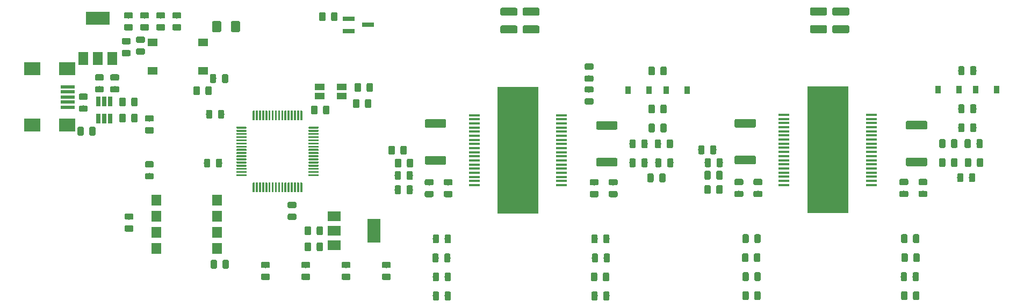
<source format=gbr>
G04 #@! TF.GenerationSoftware,KiCad,Pcbnew,(5.0.1-3-g963ef8bb5)*
G04 #@! TF.CreationDate,2019-04-01T14:08:33+02:00*
G04 #@! TF.ProjectId,Arm_stepper,41726D5F737465707065722E6B696361,rev?*
G04 #@! TF.SameCoordinates,Original*
G04 #@! TF.FileFunction,Paste,Top*
G04 #@! TF.FilePolarity,Positive*
%FSLAX46Y46*%
G04 Gerber Fmt 4.6, Leading zero omitted, Abs format (unit mm)*
G04 Created by KiCad (PCBNEW (5.0.1-3-g963ef8bb5)) date 2019 April 01, Monday 14:08:33*
%MOMM*%
%LPD*%
G01*
G04 APERTURE LIST*
%ADD10R,2.300000X0.500000*%
%ADD11R,2.500000X2.000000*%
%ADD12C,0.100000*%
%ADD13C,0.975000*%
%ADD14C,1.350000*%
%ADD15R,6.400000X20.000000*%
%ADD16R,1.700000X0.380000*%
%ADD17R,0.900000X1.200000*%
%ADD18C,1.250000*%
%ADD19R,1.500000X1.000000*%
%ADD20C,1.425000*%
%ADD21R,1.900000X0.800000*%
%ADD22R,1.550000X1.300000*%
%ADD23R,1.520000X1.780000*%
%ADD24R,1.520000X1.750000*%
%ADD25R,0.650000X1.560000*%
%ADD26C,0.300000*%
%ADD27R,3.800000X2.000000*%
%ADD28R,1.500000X2.000000*%
%ADD29R,2.000000X1.500000*%
%ADD30R,2.000000X3.800000*%
G04 APERTURE END LIST*
D10*
G04 #@! TO.C,J9*
X45064509Y-117018000D03*
X45064509Y-117818000D03*
X45064509Y-118618000D03*
X45064509Y-119418000D03*
X45064509Y-120218000D03*
D11*
X44964509Y-114168000D03*
X39464509Y-114168000D03*
X44964509Y-123068000D03*
X39464509Y-123068000D03*
G04 #@! TD*
D12*
G04 #@! TO.C,R31*
G36*
X56980142Y-110951174D02*
X57003803Y-110954684D01*
X57027007Y-110960496D01*
X57049529Y-110968554D01*
X57071153Y-110978782D01*
X57091670Y-110991079D01*
X57110883Y-111005329D01*
X57128607Y-111021393D01*
X57144671Y-111039117D01*
X57158921Y-111058330D01*
X57171218Y-111078847D01*
X57181446Y-111100471D01*
X57189504Y-111122993D01*
X57195316Y-111146197D01*
X57198826Y-111169858D01*
X57200000Y-111193750D01*
X57200000Y-111681250D01*
X57198826Y-111705142D01*
X57195316Y-111728803D01*
X57189504Y-111752007D01*
X57181446Y-111774529D01*
X57171218Y-111796153D01*
X57158921Y-111816670D01*
X57144671Y-111835883D01*
X57128607Y-111853607D01*
X57110883Y-111869671D01*
X57091670Y-111883921D01*
X57071153Y-111896218D01*
X57049529Y-111906446D01*
X57027007Y-111914504D01*
X57003803Y-111920316D01*
X56980142Y-111923826D01*
X56956250Y-111925000D01*
X56043750Y-111925000D01*
X56019858Y-111923826D01*
X55996197Y-111920316D01*
X55972993Y-111914504D01*
X55950471Y-111906446D01*
X55928847Y-111896218D01*
X55908330Y-111883921D01*
X55889117Y-111869671D01*
X55871393Y-111853607D01*
X55855329Y-111835883D01*
X55841079Y-111816670D01*
X55828782Y-111796153D01*
X55818554Y-111774529D01*
X55810496Y-111752007D01*
X55804684Y-111728803D01*
X55801174Y-111705142D01*
X55800000Y-111681250D01*
X55800000Y-111193750D01*
X55801174Y-111169858D01*
X55804684Y-111146197D01*
X55810496Y-111122993D01*
X55818554Y-111100471D01*
X55828782Y-111078847D01*
X55841079Y-111058330D01*
X55855329Y-111039117D01*
X55871393Y-111021393D01*
X55889117Y-111005329D01*
X55908330Y-110991079D01*
X55928847Y-110978782D01*
X55950471Y-110968554D01*
X55972993Y-110960496D01*
X55996197Y-110954684D01*
X56019858Y-110951174D01*
X56043750Y-110950000D01*
X56956250Y-110950000D01*
X56980142Y-110951174D01*
X56980142Y-110951174D01*
G37*
D13*
X56500000Y-111437500D03*
D12*
G36*
X56980142Y-109076174D02*
X57003803Y-109079684D01*
X57027007Y-109085496D01*
X57049529Y-109093554D01*
X57071153Y-109103782D01*
X57091670Y-109116079D01*
X57110883Y-109130329D01*
X57128607Y-109146393D01*
X57144671Y-109164117D01*
X57158921Y-109183330D01*
X57171218Y-109203847D01*
X57181446Y-109225471D01*
X57189504Y-109247993D01*
X57195316Y-109271197D01*
X57198826Y-109294858D01*
X57200000Y-109318750D01*
X57200000Y-109806250D01*
X57198826Y-109830142D01*
X57195316Y-109853803D01*
X57189504Y-109877007D01*
X57181446Y-109899529D01*
X57171218Y-109921153D01*
X57158921Y-109941670D01*
X57144671Y-109960883D01*
X57128607Y-109978607D01*
X57110883Y-109994671D01*
X57091670Y-110008921D01*
X57071153Y-110021218D01*
X57049529Y-110031446D01*
X57027007Y-110039504D01*
X57003803Y-110045316D01*
X56980142Y-110048826D01*
X56956250Y-110050000D01*
X56043750Y-110050000D01*
X56019858Y-110048826D01*
X55996197Y-110045316D01*
X55972993Y-110039504D01*
X55950471Y-110031446D01*
X55928847Y-110021218D01*
X55908330Y-110008921D01*
X55889117Y-109994671D01*
X55871393Y-109978607D01*
X55855329Y-109960883D01*
X55841079Y-109941670D01*
X55828782Y-109921153D01*
X55818554Y-109899529D01*
X55810496Y-109877007D01*
X55804684Y-109853803D01*
X55801174Y-109830142D01*
X55800000Y-109806250D01*
X55800000Y-109318750D01*
X55801174Y-109294858D01*
X55804684Y-109271197D01*
X55810496Y-109247993D01*
X55818554Y-109225471D01*
X55828782Y-109203847D01*
X55841079Y-109183330D01*
X55855329Y-109164117D01*
X55871393Y-109146393D01*
X55889117Y-109130329D01*
X55908330Y-109116079D01*
X55928847Y-109103782D01*
X55950471Y-109093554D01*
X55972993Y-109085496D01*
X55996197Y-109079684D01*
X56019858Y-109076174D01*
X56043750Y-109075000D01*
X56956250Y-109075000D01*
X56980142Y-109076174D01*
X56980142Y-109076174D01*
G37*
D13*
X56500000Y-109562500D03*
G04 #@! TD*
D12*
G04 #@! TO.C,R30*
G36*
X54730142Y-109326174D02*
X54753803Y-109329684D01*
X54777007Y-109335496D01*
X54799529Y-109343554D01*
X54821153Y-109353782D01*
X54841670Y-109366079D01*
X54860883Y-109380329D01*
X54878607Y-109396393D01*
X54894671Y-109414117D01*
X54908921Y-109433330D01*
X54921218Y-109453847D01*
X54931446Y-109475471D01*
X54939504Y-109497993D01*
X54945316Y-109521197D01*
X54948826Y-109544858D01*
X54950000Y-109568750D01*
X54950000Y-110056250D01*
X54948826Y-110080142D01*
X54945316Y-110103803D01*
X54939504Y-110127007D01*
X54931446Y-110149529D01*
X54921218Y-110171153D01*
X54908921Y-110191670D01*
X54894671Y-110210883D01*
X54878607Y-110228607D01*
X54860883Y-110244671D01*
X54841670Y-110258921D01*
X54821153Y-110271218D01*
X54799529Y-110281446D01*
X54777007Y-110289504D01*
X54753803Y-110295316D01*
X54730142Y-110298826D01*
X54706250Y-110300000D01*
X53793750Y-110300000D01*
X53769858Y-110298826D01*
X53746197Y-110295316D01*
X53722993Y-110289504D01*
X53700471Y-110281446D01*
X53678847Y-110271218D01*
X53658330Y-110258921D01*
X53639117Y-110244671D01*
X53621393Y-110228607D01*
X53605329Y-110210883D01*
X53591079Y-110191670D01*
X53578782Y-110171153D01*
X53568554Y-110149529D01*
X53560496Y-110127007D01*
X53554684Y-110103803D01*
X53551174Y-110080142D01*
X53550000Y-110056250D01*
X53550000Y-109568750D01*
X53551174Y-109544858D01*
X53554684Y-109521197D01*
X53560496Y-109497993D01*
X53568554Y-109475471D01*
X53578782Y-109453847D01*
X53591079Y-109433330D01*
X53605329Y-109414117D01*
X53621393Y-109396393D01*
X53639117Y-109380329D01*
X53658330Y-109366079D01*
X53678847Y-109353782D01*
X53700471Y-109343554D01*
X53722993Y-109335496D01*
X53746197Y-109329684D01*
X53769858Y-109326174D01*
X53793750Y-109325000D01*
X54706250Y-109325000D01*
X54730142Y-109326174D01*
X54730142Y-109326174D01*
G37*
D13*
X54250000Y-109812500D03*
D12*
G36*
X54730142Y-111201174D02*
X54753803Y-111204684D01*
X54777007Y-111210496D01*
X54799529Y-111218554D01*
X54821153Y-111228782D01*
X54841670Y-111241079D01*
X54860883Y-111255329D01*
X54878607Y-111271393D01*
X54894671Y-111289117D01*
X54908921Y-111308330D01*
X54921218Y-111328847D01*
X54931446Y-111350471D01*
X54939504Y-111372993D01*
X54945316Y-111396197D01*
X54948826Y-111419858D01*
X54950000Y-111443750D01*
X54950000Y-111931250D01*
X54948826Y-111955142D01*
X54945316Y-111978803D01*
X54939504Y-112002007D01*
X54931446Y-112024529D01*
X54921218Y-112046153D01*
X54908921Y-112066670D01*
X54894671Y-112085883D01*
X54878607Y-112103607D01*
X54860883Y-112119671D01*
X54841670Y-112133921D01*
X54821153Y-112146218D01*
X54799529Y-112156446D01*
X54777007Y-112164504D01*
X54753803Y-112170316D01*
X54730142Y-112173826D01*
X54706250Y-112175000D01*
X53793750Y-112175000D01*
X53769858Y-112173826D01*
X53746197Y-112170316D01*
X53722993Y-112164504D01*
X53700471Y-112156446D01*
X53678847Y-112146218D01*
X53658330Y-112133921D01*
X53639117Y-112119671D01*
X53621393Y-112103607D01*
X53605329Y-112085883D01*
X53591079Y-112066670D01*
X53578782Y-112046153D01*
X53568554Y-112024529D01*
X53560496Y-112002007D01*
X53554684Y-111978803D01*
X53551174Y-111955142D01*
X53550000Y-111931250D01*
X53550000Y-111443750D01*
X53551174Y-111419858D01*
X53554684Y-111396197D01*
X53560496Y-111372993D01*
X53568554Y-111350471D01*
X53578782Y-111328847D01*
X53591079Y-111308330D01*
X53605329Y-111289117D01*
X53621393Y-111271393D01*
X53639117Y-111255329D01*
X53658330Y-111241079D01*
X53678847Y-111228782D01*
X53700471Y-111218554D01*
X53722993Y-111210496D01*
X53746197Y-111204684D01*
X53769858Y-111201174D01*
X53793750Y-111200000D01*
X54706250Y-111200000D01*
X54730142Y-111201174D01*
X54730142Y-111201174D01*
G37*
D13*
X54250000Y-111687500D03*
G04 #@! TD*
D12*
G04 #@! TO.C,C8*
G36*
X68227642Y-114998174D02*
X68251303Y-115001684D01*
X68274507Y-115007496D01*
X68297029Y-115015554D01*
X68318653Y-115025782D01*
X68339170Y-115038079D01*
X68358383Y-115052329D01*
X68376107Y-115068393D01*
X68392171Y-115086117D01*
X68406421Y-115105330D01*
X68418718Y-115125847D01*
X68428946Y-115147471D01*
X68437004Y-115169993D01*
X68442816Y-115193197D01*
X68446326Y-115216858D01*
X68447500Y-115240750D01*
X68447500Y-116153250D01*
X68446326Y-116177142D01*
X68442816Y-116200803D01*
X68437004Y-116224007D01*
X68428946Y-116246529D01*
X68418718Y-116268153D01*
X68406421Y-116288670D01*
X68392171Y-116307883D01*
X68376107Y-116325607D01*
X68358383Y-116341671D01*
X68339170Y-116355921D01*
X68318653Y-116368218D01*
X68297029Y-116378446D01*
X68274507Y-116386504D01*
X68251303Y-116392316D01*
X68227642Y-116395826D01*
X68203750Y-116397000D01*
X67716250Y-116397000D01*
X67692358Y-116395826D01*
X67668697Y-116392316D01*
X67645493Y-116386504D01*
X67622971Y-116378446D01*
X67601347Y-116368218D01*
X67580830Y-116355921D01*
X67561617Y-116341671D01*
X67543893Y-116325607D01*
X67527829Y-116307883D01*
X67513579Y-116288670D01*
X67501282Y-116268153D01*
X67491054Y-116246529D01*
X67482996Y-116224007D01*
X67477184Y-116200803D01*
X67473674Y-116177142D01*
X67472500Y-116153250D01*
X67472500Y-115240750D01*
X67473674Y-115216858D01*
X67477184Y-115193197D01*
X67482996Y-115169993D01*
X67491054Y-115147471D01*
X67501282Y-115125847D01*
X67513579Y-115105330D01*
X67527829Y-115086117D01*
X67543893Y-115068393D01*
X67561617Y-115052329D01*
X67580830Y-115038079D01*
X67601347Y-115025782D01*
X67622971Y-115015554D01*
X67645493Y-115007496D01*
X67668697Y-115001684D01*
X67692358Y-114998174D01*
X67716250Y-114997000D01*
X68203750Y-114997000D01*
X68227642Y-114998174D01*
X68227642Y-114998174D01*
G37*
D13*
X67960000Y-115697000D03*
D12*
G36*
X70102642Y-114998174D02*
X70126303Y-115001684D01*
X70149507Y-115007496D01*
X70172029Y-115015554D01*
X70193653Y-115025782D01*
X70214170Y-115038079D01*
X70233383Y-115052329D01*
X70251107Y-115068393D01*
X70267171Y-115086117D01*
X70281421Y-115105330D01*
X70293718Y-115125847D01*
X70303946Y-115147471D01*
X70312004Y-115169993D01*
X70317816Y-115193197D01*
X70321326Y-115216858D01*
X70322500Y-115240750D01*
X70322500Y-116153250D01*
X70321326Y-116177142D01*
X70317816Y-116200803D01*
X70312004Y-116224007D01*
X70303946Y-116246529D01*
X70293718Y-116268153D01*
X70281421Y-116288670D01*
X70267171Y-116307883D01*
X70251107Y-116325607D01*
X70233383Y-116341671D01*
X70214170Y-116355921D01*
X70193653Y-116368218D01*
X70172029Y-116378446D01*
X70149507Y-116386504D01*
X70126303Y-116392316D01*
X70102642Y-116395826D01*
X70078750Y-116397000D01*
X69591250Y-116397000D01*
X69567358Y-116395826D01*
X69543697Y-116392316D01*
X69520493Y-116386504D01*
X69497971Y-116378446D01*
X69476347Y-116368218D01*
X69455830Y-116355921D01*
X69436617Y-116341671D01*
X69418893Y-116325607D01*
X69402829Y-116307883D01*
X69388579Y-116288670D01*
X69376282Y-116268153D01*
X69366054Y-116246529D01*
X69357996Y-116224007D01*
X69352184Y-116200803D01*
X69348674Y-116177142D01*
X69347500Y-116153250D01*
X69347500Y-115240750D01*
X69348674Y-115216858D01*
X69352184Y-115193197D01*
X69357996Y-115169993D01*
X69366054Y-115147471D01*
X69376282Y-115125847D01*
X69388579Y-115105330D01*
X69402829Y-115086117D01*
X69418893Y-115068393D01*
X69436617Y-115052329D01*
X69455830Y-115038079D01*
X69476347Y-115025782D01*
X69497971Y-115015554D01*
X69520493Y-115007496D01*
X69543697Y-115001684D01*
X69567358Y-114998174D01*
X69591250Y-114997000D01*
X70078750Y-114997000D01*
X70102642Y-114998174D01*
X70102642Y-114998174D01*
G37*
D13*
X69835000Y-115697000D03*
G04 #@! TD*
D12*
G04 #@! TO.C,R44*
G36*
X179015142Y-140261174D02*
X179038803Y-140264684D01*
X179062007Y-140270496D01*
X179084529Y-140278554D01*
X179106153Y-140288782D01*
X179126670Y-140301079D01*
X179145883Y-140315329D01*
X179163607Y-140331393D01*
X179179671Y-140349117D01*
X179193921Y-140368330D01*
X179206218Y-140388847D01*
X179216446Y-140410471D01*
X179224504Y-140432993D01*
X179230316Y-140456197D01*
X179233826Y-140479858D01*
X179235000Y-140503750D01*
X179235000Y-141416250D01*
X179233826Y-141440142D01*
X179230316Y-141463803D01*
X179224504Y-141487007D01*
X179216446Y-141509529D01*
X179206218Y-141531153D01*
X179193921Y-141551670D01*
X179179671Y-141570883D01*
X179163607Y-141588607D01*
X179145883Y-141604671D01*
X179126670Y-141618921D01*
X179106153Y-141631218D01*
X179084529Y-141641446D01*
X179062007Y-141649504D01*
X179038803Y-141655316D01*
X179015142Y-141658826D01*
X178991250Y-141660000D01*
X178503750Y-141660000D01*
X178479858Y-141658826D01*
X178456197Y-141655316D01*
X178432993Y-141649504D01*
X178410471Y-141641446D01*
X178388847Y-141631218D01*
X178368330Y-141618921D01*
X178349117Y-141604671D01*
X178331393Y-141588607D01*
X178315329Y-141570883D01*
X178301079Y-141551670D01*
X178288782Y-141531153D01*
X178278554Y-141509529D01*
X178270496Y-141487007D01*
X178264684Y-141463803D01*
X178261174Y-141440142D01*
X178260000Y-141416250D01*
X178260000Y-140503750D01*
X178261174Y-140479858D01*
X178264684Y-140456197D01*
X178270496Y-140432993D01*
X178278554Y-140410471D01*
X178288782Y-140388847D01*
X178301079Y-140368330D01*
X178315329Y-140349117D01*
X178331393Y-140331393D01*
X178349117Y-140315329D01*
X178368330Y-140301079D01*
X178388847Y-140288782D01*
X178410471Y-140278554D01*
X178432993Y-140270496D01*
X178456197Y-140264684D01*
X178479858Y-140261174D01*
X178503750Y-140260000D01*
X178991250Y-140260000D01*
X179015142Y-140261174D01*
X179015142Y-140261174D01*
G37*
D13*
X178747500Y-140960000D03*
D12*
G36*
X177140142Y-140261174D02*
X177163803Y-140264684D01*
X177187007Y-140270496D01*
X177209529Y-140278554D01*
X177231153Y-140288782D01*
X177251670Y-140301079D01*
X177270883Y-140315329D01*
X177288607Y-140331393D01*
X177304671Y-140349117D01*
X177318921Y-140368330D01*
X177331218Y-140388847D01*
X177341446Y-140410471D01*
X177349504Y-140432993D01*
X177355316Y-140456197D01*
X177358826Y-140479858D01*
X177360000Y-140503750D01*
X177360000Y-141416250D01*
X177358826Y-141440142D01*
X177355316Y-141463803D01*
X177349504Y-141487007D01*
X177341446Y-141509529D01*
X177331218Y-141531153D01*
X177318921Y-141551670D01*
X177304671Y-141570883D01*
X177288607Y-141588607D01*
X177270883Y-141604671D01*
X177251670Y-141618921D01*
X177231153Y-141631218D01*
X177209529Y-141641446D01*
X177187007Y-141649504D01*
X177163803Y-141655316D01*
X177140142Y-141658826D01*
X177116250Y-141660000D01*
X176628750Y-141660000D01*
X176604858Y-141658826D01*
X176581197Y-141655316D01*
X176557993Y-141649504D01*
X176535471Y-141641446D01*
X176513847Y-141631218D01*
X176493330Y-141618921D01*
X176474117Y-141604671D01*
X176456393Y-141588607D01*
X176440329Y-141570883D01*
X176426079Y-141551670D01*
X176413782Y-141531153D01*
X176403554Y-141509529D01*
X176395496Y-141487007D01*
X176389684Y-141463803D01*
X176386174Y-141440142D01*
X176385000Y-141416250D01*
X176385000Y-140503750D01*
X176386174Y-140479858D01*
X176389684Y-140456197D01*
X176395496Y-140432993D01*
X176403554Y-140410471D01*
X176413782Y-140388847D01*
X176426079Y-140368330D01*
X176440329Y-140349117D01*
X176456393Y-140331393D01*
X176474117Y-140315329D01*
X176493330Y-140301079D01*
X176513847Y-140288782D01*
X176535471Y-140278554D01*
X176557993Y-140270496D01*
X176581197Y-140264684D01*
X176604858Y-140261174D01*
X176628750Y-140260000D01*
X177116250Y-140260000D01*
X177140142Y-140261174D01*
X177140142Y-140261174D01*
G37*
D13*
X176872500Y-140960000D03*
G04 #@! TD*
D12*
G04 #@! TO.C,R43*
G36*
X154015142Y-140261174D02*
X154038803Y-140264684D01*
X154062007Y-140270496D01*
X154084529Y-140278554D01*
X154106153Y-140288782D01*
X154126670Y-140301079D01*
X154145883Y-140315329D01*
X154163607Y-140331393D01*
X154179671Y-140349117D01*
X154193921Y-140368330D01*
X154206218Y-140388847D01*
X154216446Y-140410471D01*
X154224504Y-140432993D01*
X154230316Y-140456197D01*
X154233826Y-140479858D01*
X154235000Y-140503750D01*
X154235000Y-141416250D01*
X154233826Y-141440142D01*
X154230316Y-141463803D01*
X154224504Y-141487007D01*
X154216446Y-141509529D01*
X154206218Y-141531153D01*
X154193921Y-141551670D01*
X154179671Y-141570883D01*
X154163607Y-141588607D01*
X154145883Y-141604671D01*
X154126670Y-141618921D01*
X154106153Y-141631218D01*
X154084529Y-141641446D01*
X154062007Y-141649504D01*
X154038803Y-141655316D01*
X154015142Y-141658826D01*
X153991250Y-141660000D01*
X153503750Y-141660000D01*
X153479858Y-141658826D01*
X153456197Y-141655316D01*
X153432993Y-141649504D01*
X153410471Y-141641446D01*
X153388847Y-141631218D01*
X153368330Y-141618921D01*
X153349117Y-141604671D01*
X153331393Y-141588607D01*
X153315329Y-141570883D01*
X153301079Y-141551670D01*
X153288782Y-141531153D01*
X153278554Y-141509529D01*
X153270496Y-141487007D01*
X153264684Y-141463803D01*
X153261174Y-141440142D01*
X153260000Y-141416250D01*
X153260000Y-140503750D01*
X153261174Y-140479858D01*
X153264684Y-140456197D01*
X153270496Y-140432993D01*
X153278554Y-140410471D01*
X153288782Y-140388847D01*
X153301079Y-140368330D01*
X153315329Y-140349117D01*
X153331393Y-140331393D01*
X153349117Y-140315329D01*
X153368330Y-140301079D01*
X153388847Y-140288782D01*
X153410471Y-140278554D01*
X153432993Y-140270496D01*
X153456197Y-140264684D01*
X153479858Y-140261174D01*
X153503750Y-140260000D01*
X153991250Y-140260000D01*
X154015142Y-140261174D01*
X154015142Y-140261174D01*
G37*
D13*
X153747500Y-140960000D03*
D12*
G36*
X152140142Y-140261174D02*
X152163803Y-140264684D01*
X152187007Y-140270496D01*
X152209529Y-140278554D01*
X152231153Y-140288782D01*
X152251670Y-140301079D01*
X152270883Y-140315329D01*
X152288607Y-140331393D01*
X152304671Y-140349117D01*
X152318921Y-140368330D01*
X152331218Y-140388847D01*
X152341446Y-140410471D01*
X152349504Y-140432993D01*
X152355316Y-140456197D01*
X152358826Y-140479858D01*
X152360000Y-140503750D01*
X152360000Y-141416250D01*
X152358826Y-141440142D01*
X152355316Y-141463803D01*
X152349504Y-141487007D01*
X152341446Y-141509529D01*
X152331218Y-141531153D01*
X152318921Y-141551670D01*
X152304671Y-141570883D01*
X152288607Y-141588607D01*
X152270883Y-141604671D01*
X152251670Y-141618921D01*
X152231153Y-141631218D01*
X152209529Y-141641446D01*
X152187007Y-141649504D01*
X152163803Y-141655316D01*
X152140142Y-141658826D01*
X152116250Y-141660000D01*
X151628750Y-141660000D01*
X151604858Y-141658826D01*
X151581197Y-141655316D01*
X151557993Y-141649504D01*
X151535471Y-141641446D01*
X151513847Y-141631218D01*
X151493330Y-141618921D01*
X151474117Y-141604671D01*
X151456393Y-141588607D01*
X151440329Y-141570883D01*
X151426079Y-141551670D01*
X151413782Y-141531153D01*
X151403554Y-141509529D01*
X151395496Y-141487007D01*
X151389684Y-141463803D01*
X151386174Y-141440142D01*
X151385000Y-141416250D01*
X151385000Y-140503750D01*
X151386174Y-140479858D01*
X151389684Y-140456197D01*
X151395496Y-140432993D01*
X151403554Y-140410471D01*
X151413782Y-140388847D01*
X151426079Y-140368330D01*
X151440329Y-140349117D01*
X151456393Y-140331393D01*
X151474117Y-140315329D01*
X151493330Y-140301079D01*
X151513847Y-140288782D01*
X151535471Y-140278554D01*
X151557993Y-140270496D01*
X151581197Y-140264684D01*
X151604858Y-140261174D01*
X151628750Y-140260000D01*
X152116250Y-140260000D01*
X152140142Y-140261174D01*
X152140142Y-140261174D01*
G37*
D13*
X151872500Y-140960000D03*
G04 #@! TD*
D12*
G04 #@! TO.C,R42*
G36*
X177077642Y-146261174D02*
X177101303Y-146264684D01*
X177124507Y-146270496D01*
X177147029Y-146278554D01*
X177168653Y-146288782D01*
X177189170Y-146301079D01*
X177208383Y-146315329D01*
X177226107Y-146331393D01*
X177242171Y-146349117D01*
X177256421Y-146368330D01*
X177268718Y-146388847D01*
X177278946Y-146410471D01*
X177287004Y-146432993D01*
X177292816Y-146456197D01*
X177296326Y-146479858D01*
X177297500Y-146503750D01*
X177297500Y-147416250D01*
X177296326Y-147440142D01*
X177292816Y-147463803D01*
X177287004Y-147487007D01*
X177278946Y-147509529D01*
X177268718Y-147531153D01*
X177256421Y-147551670D01*
X177242171Y-147570883D01*
X177226107Y-147588607D01*
X177208383Y-147604671D01*
X177189170Y-147618921D01*
X177168653Y-147631218D01*
X177147029Y-147641446D01*
X177124507Y-147649504D01*
X177101303Y-147655316D01*
X177077642Y-147658826D01*
X177053750Y-147660000D01*
X176566250Y-147660000D01*
X176542358Y-147658826D01*
X176518697Y-147655316D01*
X176495493Y-147649504D01*
X176472971Y-147641446D01*
X176451347Y-147631218D01*
X176430830Y-147618921D01*
X176411617Y-147604671D01*
X176393893Y-147588607D01*
X176377829Y-147570883D01*
X176363579Y-147551670D01*
X176351282Y-147531153D01*
X176341054Y-147509529D01*
X176332996Y-147487007D01*
X176327184Y-147463803D01*
X176323674Y-147440142D01*
X176322500Y-147416250D01*
X176322500Y-146503750D01*
X176323674Y-146479858D01*
X176327184Y-146456197D01*
X176332996Y-146432993D01*
X176341054Y-146410471D01*
X176351282Y-146388847D01*
X176363579Y-146368330D01*
X176377829Y-146349117D01*
X176393893Y-146331393D01*
X176411617Y-146315329D01*
X176430830Y-146301079D01*
X176451347Y-146288782D01*
X176472971Y-146278554D01*
X176495493Y-146270496D01*
X176518697Y-146264684D01*
X176542358Y-146261174D01*
X176566250Y-146260000D01*
X177053750Y-146260000D01*
X177077642Y-146261174D01*
X177077642Y-146261174D01*
G37*
D13*
X176810000Y-146960000D03*
D12*
G36*
X178952642Y-146261174D02*
X178976303Y-146264684D01*
X178999507Y-146270496D01*
X179022029Y-146278554D01*
X179043653Y-146288782D01*
X179064170Y-146301079D01*
X179083383Y-146315329D01*
X179101107Y-146331393D01*
X179117171Y-146349117D01*
X179131421Y-146368330D01*
X179143718Y-146388847D01*
X179153946Y-146410471D01*
X179162004Y-146432993D01*
X179167816Y-146456197D01*
X179171326Y-146479858D01*
X179172500Y-146503750D01*
X179172500Y-147416250D01*
X179171326Y-147440142D01*
X179167816Y-147463803D01*
X179162004Y-147487007D01*
X179153946Y-147509529D01*
X179143718Y-147531153D01*
X179131421Y-147551670D01*
X179117171Y-147570883D01*
X179101107Y-147588607D01*
X179083383Y-147604671D01*
X179064170Y-147618921D01*
X179043653Y-147631218D01*
X179022029Y-147641446D01*
X178999507Y-147649504D01*
X178976303Y-147655316D01*
X178952642Y-147658826D01*
X178928750Y-147660000D01*
X178441250Y-147660000D01*
X178417358Y-147658826D01*
X178393697Y-147655316D01*
X178370493Y-147649504D01*
X178347971Y-147641446D01*
X178326347Y-147631218D01*
X178305830Y-147618921D01*
X178286617Y-147604671D01*
X178268893Y-147588607D01*
X178252829Y-147570883D01*
X178238579Y-147551670D01*
X178226282Y-147531153D01*
X178216054Y-147509529D01*
X178207996Y-147487007D01*
X178202184Y-147463803D01*
X178198674Y-147440142D01*
X178197500Y-147416250D01*
X178197500Y-146503750D01*
X178198674Y-146479858D01*
X178202184Y-146456197D01*
X178207996Y-146432993D01*
X178216054Y-146410471D01*
X178226282Y-146388847D01*
X178238579Y-146368330D01*
X178252829Y-146349117D01*
X178268893Y-146331393D01*
X178286617Y-146315329D01*
X178305830Y-146301079D01*
X178326347Y-146288782D01*
X178347971Y-146278554D01*
X178370493Y-146270496D01*
X178393697Y-146264684D01*
X178417358Y-146261174D01*
X178441250Y-146260000D01*
X178928750Y-146260000D01*
X178952642Y-146261174D01*
X178952642Y-146261174D01*
G37*
D13*
X178685000Y-146960000D03*
G04 #@! TD*
D12*
G04 #@! TO.C,R41*
G36*
X152140142Y-146261174D02*
X152163803Y-146264684D01*
X152187007Y-146270496D01*
X152209529Y-146278554D01*
X152231153Y-146288782D01*
X152251670Y-146301079D01*
X152270883Y-146315329D01*
X152288607Y-146331393D01*
X152304671Y-146349117D01*
X152318921Y-146368330D01*
X152331218Y-146388847D01*
X152341446Y-146410471D01*
X152349504Y-146432993D01*
X152355316Y-146456197D01*
X152358826Y-146479858D01*
X152360000Y-146503750D01*
X152360000Y-147416250D01*
X152358826Y-147440142D01*
X152355316Y-147463803D01*
X152349504Y-147487007D01*
X152341446Y-147509529D01*
X152331218Y-147531153D01*
X152318921Y-147551670D01*
X152304671Y-147570883D01*
X152288607Y-147588607D01*
X152270883Y-147604671D01*
X152251670Y-147618921D01*
X152231153Y-147631218D01*
X152209529Y-147641446D01*
X152187007Y-147649504D01*
X152163803Y-147655316D01*
X152140142Y-147658826D01*
X152116250Y-147660000D01*
X151628750Y-147660000D01*
X151604858Y-147658826D01*
X151581197Y-147655316D01*
X151557993Y-147649504D01*
X151535471Y-147641446D01*
X151513847Y-147631218D01*
X151493330Y-147618921D01*
X151474117Y-147604671D01*
X151456393Y-147588607D01*
X151440329Y-147570883D01*
X151426079Y-147551670D01*
X151413782Y-147531153D01*
X151403554Y-147509529D01*
X151395496Y-147487007D01*
X151389684Y-147463803D01*
X151386174Y-147440142D01*
X151385000Y-147416250D01*
X151385000Y-146503750D01*
X151386174Y-146479858D01*
X151389684Y-146456197D01*
X151395496Y-146432993D01*
X151403554Y-146410471D01*
X151413782Y-146388847D01*
X151426079Y-146368330D01*
X151440329Y-146349117D01*
X151456393Y-146331393D01*
X151474117Y-146315329D01*
X151493330Y-146301079D01*
X151513847Y-146288782D01*
X151535471Y-146278554D01*
X151557993Y-146270496D01*
X151581197Y-146264684D01*
X151604858Y-146261174D01*
X151628750Y-146260000D01*
X152116250Y-146260000D01*
X152140142Y-146261174D01*
X152140142Y-146261174D01*
G37*
D13*
X151872500Y-146960000D03*
D12*
G36*
X154015142Y-146261174D02*
X154038803Y-146264684D01*
X154062007Y-146270496D01*
X154084529Y-146278554D01*
X154106153Y-146288782D01*
X154126670Y-146301079D01*
X154145883Y-146315329D01*
X154163607Y-146331393D01*
X154179671Y-146349117D01*
X154193921Y-146368330D01*
X154206218Y-146388847D01*
X154216446Y-146410471D01*
X154224504Y-146432993D01*
X154230316Y-146456197D01*
X154233826Y-146479858D01*
X154235000Y-146503750D01*
X154235000Y-147416250D01*
X154233826Y-147440142D01*
X154230316Y-147463803D01*
X154224504Y-147487007D01*
X154216446Y-147509529D01*
X154206218Y-147531153D01*
X154193921Y-147551670D01*
X154179671Y-147570883D01*
X154163607Y-147588607D01*
X154145883Y-147604671D01*
X154126670Y-147618921D01*
X154106153Y-147631218D01*
X154084529Y-147641446D01*
X154062007Y-147649504D01*
X154038803Y-147655316D01*
X154015142Y-147658826D01*
X153991250Y-147660000D01*
X153503750Y-147660000D01*
X153479858Y-147658826D01*
X153456197Y-147655316D01*
X153432993Y-147649504D01*
X153410471Y-147641446D01*
X153388847Y-147631218D01*
X153368330Y-147618921D01*
X153349117Y-147604671D01*
X153331393Y-147588607D01*
X153315329Y-147570883D01*
X153301079Y-147551670D01*
X153288782Y-147531153D01*
X153278554Y-147509529D01*
X153270496Y-147487007D01*
X153264684Y-147463803D01*
X153261174Y-147440142D01*
X153260000Y-147416250D01*
X153260000Y-146503750D01*
X153261174Y-146479858D01*
X153264684Y-146456197D01*
X153270496Y-146432993D01*
X153278554Y-146410471D01*
X153288782Y-146388847D01*
X153301079Y-146368330D01*
X153315329Y-146349117D01*
X153331393Y-146331393D01*
X153349117Y-146315329D01*
X153368330Y-146301079D01*
X153388847Y-146288782D01*
X153410471Y-146278554D01*
X153432993Y-146270496D01*
X153456197Y-146264684D01*
X153479858Y-146261174D01*
X153503750Y-146260000D01*
X153991250Y-146260000D01*
X154015142Y-146261174D01*
X154015142Y-146261174D01*
G37*
D13*
X153747500Y-146960000D03*
G04 #@! TD*
D12*
G04 #@! TO.C,R35*
G36*
X187835542Y-130629974D02*
X187859203Y-130633484D01*
X187882407Y-130639296D01*
X187904929Y-130647354D01*
X187926553Y-130657582D01*
X187947070Y-130669879D01*
X187966283Y-130684129D01*
X187984007Y-130700193D01*
X188000071Y-130717917D01*
X188014321Y-130737130D01*
X188026618Y-130757647D01*
X188036846Y-130779271D01*
X188044904Y-130801793D01*
X188050716Y-130824997D01*
X188054226Y-130848658D01*
X188055400Y-130872550D01*
X188055400Y-131785050D01*
X188054226Y-131808942D01*
X188050716Y-131832603D01*
X188044904Y-131855807D01*
X188036846Y-131878329D01*
X188026618Y-131899953D01*
X188014321Y-131920470D01*
X188000071Y-131939683D01*
X187984007Y-131957407D01*
X187966283Y-131973471D01*
X187947070Y-131987721D01*
X187926553Y-132000018D01*
X187904929Y-132010246D01*
X187882407Y-132018304D01*
X187859203Y-132024116D01*
X187835542Y-132027626D01*
X187811650Y-132028800D01*
X187324150Y-132028800D01*
X187300258Y-132027626D01*
X187276597Y-132024116D01*
X187253393Y-132018304D01*
X187230871Y-132010246D01*
X187209247Y-132000018D01*
X187188730Y-131987721D01*
X187169517Y-131973471D01*
X187151793Y-131957407D01*
X187135729Y-131939683D01*
X187121479Y-131920470D01*
X187109182Y-131899953D01*
X187098954Y-131878329D01*
X187090896Y-131855807D01*
X187085084Y-131832603D01*
X187081574Y-131808942D01*
X187080400Y-131785050D01*
X187080400Y-130872550D01*
X187081574Y-130848658D01*
X187085084Y-130824997D01*
X187090896Y-130801793D01*
X187098954Y-130779271D01*
X187109182Y-130757647D01*
X187121479Y-130737130D01*
X187135729Y-130717917D01*
X187151793Y-130700193D01*
X187169517Y-130684129D01*
X187188730Y-130669879D01*
X187209247Y-130657582D01*
X187230871Y-130647354D01*
X187253393Y-130639296D01*
X187276597Y-130633484D01*
X187300258Y-130629974D01*
X187324150Y-130628800D01*
X187811650Y-130628800D01*
X187835542Y-130629974D01*
X187835542Y-130629974D01*
G37*
D13*
X187567900Y-131328800D03*
D12*
G36*
X185960542Y-130629974D02*
X185984203Y-130633484D01*
X186007407Y-130639296D01*
X186029929Y-130647354D01*
X186051553Y-130657582D01*
X186072070Y-130669879D01*
X186091283Y-130684129D01*
X186109007Y-130700193D01*
X186125071Y-130717917D01*
X186139321Y-130737130D01*
X186151618Y-130757647D01*
X186161846Y-130779271D01*
X186169904Y-130801793D01*
X186175716Y-130824997D01*
X186179226Y-130848658D01*
X186180400Y-130872550D01*
X186180400Y-131785050D01*
X186179226Y-131808942D01*
X186175716Y-131832603D01*
X186169904Y-131855807D01*
X186161846Y-131878329D01*
X186151618Y-131899953D01*
X186139321Y-131920470D01*
X186125071Y-131939683D01*
X186109007Y-131957407D01*
X186091283Y-131973471D01*
X186072070Y-131987721D01*
X186051553Y-132000018D01*
X186029929Y-132010246D01*
X186007407Y-132018304D01*
X185984203Y-132024116D01*
X185960542Y-132027626D01*
X185936650Y-132028800D01*
X185449150Y-132028800D01*
X185425258Y-132027626D01*
X185401597Y-132024116D01*
X185378393Y-132018304D01*
X185355871Y-132010246D01*
X185334247Y-132000018D01*
X185313730Y-131987721D01*
X185294517Y-131973471D01*
X185276793Y-131957407D01*
X185260729Y-131939683D01*
X185246479Y-131920470D01*
X185234182Y-131899953D01*
X185223954Y-131878329D01*
X185215896Y-131855807D01*
X185210084Y-131832603D01*
X185206574Y-131808942D01*
X185205400Y-131785050D01*
X185205400Y-130872550D01*
X185206574Y-130848658D01*
X185210084Y-130824997D01*
X185215896Y-130801793D01*
X185223954Y-130779271D01*
X185234182Y-130757647D01*
X185246479Y-130737130D01*
X185260729Y-130717917D01*
X185276793Y-130700193D01*
X185294517Y-130684129D01*
X185313730Y-130669879D01*
X185334247Y-130657582D01*
X185355871Y-130647354D01*
X185378393Y-130639296D01*
X185401597Y-130633484D01*
X185425258Y-130629974D01*
X185449150Y-130628800D01*
X185936650Y-130628800D01*
X185960542Y-130629974D01*
X185960542Y-130629974D01*
G37*
D13*
X185692900Y-131328800D03*
G04 #@! TD*
D12*
G04 #@! TO.C,R34*
G36*
X148015142Y-132511174D02*
X148038803Y-132514684D01*
X148062007Y-132520496D01*
X148084529Y-132528554D01*
X148106153Y-132538782D01*
X148126670Y-132551079D01*
X148145883Y-132565329D01*
X148163607Y-132581393D01*
X148179671Y-132599117D01*
X148193921Y-132618330D01*
X148206218Y-132638847D01*
X148216446Y-132660471D01*
X148224504Y-132682993D01*
X148230316Y-132706197D01*
X148233826Y-132729858D01*
X148235000Y-132753750D01*
X148235000Y-133666250D01*
X148233826Y-133690142D01*
X148230316Y-133713803D01*
X148224504Y-133737007D01*
X148216446Y-133759529D01*
X148206218Y-133781153D01*
X148193921Y-133801670D01*
X148179671Y-133820883D01*
X148163607Y-133838607D01*
X148145883Y-133854671D01*
X148126670Y-133868921D01*
X148106153Y-133881218D01*
X148084529Y-133891446D01*
X148062007Y-133899504D01*
X148038803Y-133905316D01*
X148015142Y-133908826D01*
X147991250Y-133910000D01*
X147503750Y-133910000D01*
X147479858Y-133908826D01*
X147456197Y-133905316D01*
X147432993Y-133899504D01*
X147410471Y-133891446D01*
X147388847Y-133881218D01*
X147368330Y-133868921D01*
X147349117Y-133854671D01*
X147331393Y-133838607D01*
X147315329Y-133820883D01*
X147301079Y-133801670D01*
X147288782Y-133781153D01*
X147278554Y-133759529D01*
X147270496Y-133737007D01*
X147264684Y-133713803D01*
X147261174Y-133690142D01*
X147260000Y-133666250D01*
X147260000Y-132753750D01*
X147261174Y-132729858D01*
X147264684Y-132706197D01*
X147270496Y-132682993D01*
X147278554Y-132660471D01*
X147288782Y-132638847D01*
X147301079Y-132618330D01*
X147315329Y-132599117D01*
X147331393Y-132581393D01*
X147349117Y-132565329D01*
X147368330Y-132551079D01*
X147388847Y-132538782D01*
X147410471Y-132528554D01*
X147432993Y-132520496D01*
X147456197Y-132514684D01*
X147479858Y-132511174D01*
X147503750Y-132510000D01*
X147991250Y-132510000D01*
X148015142Y-132511174D01*
X148015142Y-132511174D01*
G37*
D13*
X147747500Y-133210000D03*
D12*
G36*
X146140142Y-132511174D02*
X146163803Y-132514684D01*
X146187007Y-132520496D01*
X146209529Y-132528554D01*
X146231153Y-132538782D01*
X146251670Y-132551079D01*
X146270883Y-132565329D01*
X146288607Y-132581393D01*
X146304671Y-132599117D01*
X146318921Y-132618330D01*
X146331218Y-132638847D01*
X146341446Y-132660471D01*
X146349504Y-132682993D01*
X146355316Y-132706197D01*
X146358826Y-132729858D01*
X146360000Y-132753750D01*
X146360000Y-133666250D01*
X146358826Y-133690142D01*
X146355316Y-133713803D01*
X146349504Y-133737007D01*
X146341446Y-133759529D01*
X146331218Y-133781153D01*
X146318921Y-133801670D01*
X146304671Y-133820883D01*
X146288607Y-133838607D01*
X146270883Y-133854671D01*
X146251670Y-133868921D01*
X146231153Y-133881218D01*
X146209529Y-133891446D01*
X146187007Y-133899504D01*
X146163803Y-133905316D01*
X146140142Y-133908826D01*
X146116250Y-133910000D01*
X145628750Y-133910000D01*
X145604858Y-133908826D01*
X145581197Y-133905316D01*
X145557993Y-133899504D01*
X145535471Y-133891446D01*
X145513847Y-133881218D01*
X145493330Y-133868921D01*
X145474117Y-133854671D01*
X145456393Y-133838607D01*
X145440329Y-133820883D01*
X145426079Y-133801670D01*
X145413782Y-133781153D01*
X145403554Y-133759529D01*
X145395496Y-133737007D01*
X145389684Y-133713803D01*
X145386174Y-133690142D01*
X145385000Y-133666250D01*
X145385000Y-132753750D01*
X145386174Y-132729858D01*
X145389684Y-132706197D01*
X145395496Y-132682993D01*
X145403554Y-132660471D01*
X145413782Y-132638847D01*
X145426079Y-132618330D01*
X145440329Y-132599117D01*
X145456393Y-132581393D01*
X145474117Y-132565329D01*
X145493330Y-132551079D01*
X145513847Y-132538782D01*
X145535471Y-132528554D01*
X145557993Y-132520496D01*
X145581197Y-132514684D01*
X145604858Y-132511174D01*
X145628750Y-132510000D01*
X146116250Y-132510000D01*
X146140142Y-132511174D01*
X146140142Y-132511174D01*
G37*
D13*
X145872500Y-133210000D03*
G04 #@! TD*
D12*
G04 #@! TO.C,R25*
G36*
X187202642Y-128261174D02*
X187226303Y-128264684D01*
X187249507Y-128270496D01*
X187272029Y-128278554D01*
X187293653Y-128288782D01*
X187314170Y-128301079D01*
X187333383Y-128315329D01*
X187351107Y-128331393D01*
X187367171Y-128349117D01*
X187381421Y-128368330D01*
X187393718Y-128388847D01*
X187403946Y-128410471D01*
X187412004Y-128432993D01*
X187417816Y-128456197D01*
X187421326Y-128479858D01*
X187422500Y-128503750D01*
X187422500Y-129416250D01*
X187421326Y-129440142D01*
X187417816Y-129463803D01*
X187412004Y-129487007D01*
X187403946Y-129509529D01*
X187393718Y-129531153D01*
X187381421Y-129551670D01*
X187367171Y-129570883D01*
X187351107Y-129588607D01*
X187333383Y-129604671D01*
X187314170Y-129618921D01*
X187293653Y-129631218D01*
X187272029Y-129641446D01*
X187249507Y-129649504D01*
X187226303Y-129655316D01*
X187202642Y-129658826D01*
X187178750Y-129660000D01*
X186691250Y-129660000D01*
X186667358Y-129658826D01*
X186643697Y-129655316D01*
X186620493Y-129649504D01*
X186597971Y-129641446D01*
X186576347Y-129631218D01*
X186555830Y-129618921D01*
X186536617Y-129604671D01*
X186518893Y-129588607D01*
X186502829Y-129570883D01*
X186488579Y-129551670D01*
X186476282Y-129531153D01*
X186466054Y-129509529D01*
X186457996Y-129487007D01*
X186452184Y-129463803D01*
X186448674Y-129440142D01*
X186447500Y-129416250D01*
X186447500Y-128503750D01*
X186448674Y-128479858D01*
X186452184Y-128456197D01*
X186457996Y-128432993D01*
X186466054Y-128410471D01*
X186476282Y-128388847D01*
X186488579Y-128368330D01*
X186502829Y-128349117D01*
X186518893Y-128331393D01*
X186536617Y-128315329D01*
X186555830Y-128301079D01*
X186576347Y-128288782D01*
X186597971Y-128278554D01*
X186620493Y-128270496D01*
X186643697Y-128264684D01*
X186667358Y-128261174D01*
X186691250Y-128260000D01*
X187178750Y-128260000D01*
X187202642Y-128261174D01*
X187202642Y-128261174D01*
G37*
D13*
X186935000Y-128960000D03*
D12*
G36*
X189077642Y-128261174D02*
X189101303Y-128264684D01*
X189124507Y-128270496D01*
X189147029Y-128278554D01*
X189168653Y-128288782D01*
X189189170Y-128301079D01*
X189208383Y-128315329D01*
X189226107Y-128331393D01*
X189242171Y-128349117D01*
X189256421Y-128368330D01*
X189268718Y-128388847D01*
X189278946Y-128410471D01*
X189287004Y-128432993D01*
X189292816Y-128456197D01*
X189296326Y-128479858D01*
X189297500Y-128503750D01*
X189297500Y-129416250D01*
X189296326Y-129440142D01*
X189292816Y-129463803D01*
X189287004Y-129487007D01*
X189278946Y-129509529D01*
X189268718Y-129531153D01*
X189256421Y-129551670D01*
X189242171Y-129570883D01*
X189226107Y-129588607D01*
X189208383Y-129604671D01*
X189189170Y-129618921D01*
X189168653Y-129631218D01*
X189147029Y-129641446D01*
X189124507Y-129649504D01*
X189101303Y-129655316D01*
X189077642Y-129658826D01*
X189053750Y-129660000D01*
X188566250Y-129660000D01*
X188542358Y-129658826D01*
X188518697Y-129655316D01*
X188495493Y-129649504D01*
X188472971Y-129641446D01*
X188451347Y-129631218D01*
X188430830Y-129618921D01*
X188411617Y-129604671D01*
X188393893Y-129588607D01*
X188377829Y-129570883D01*
X188363579Y-129551670D01*
X188351282Y-129531153D01*
X188341054Y-129509529D01*
X188332996Y-129487007D01*
X188327184Y-129463803D01*
X188323674Y-129440142D01*
X188322500Y-129416250D01*
X188322500Y-128503750D01*
X188323674Y-128479858D01*
X188327184Y-128456197D01*
X188332996Y-128432993D01*
X188341054Y-128410471D01*
X188351282Y-128388847D01*
X188363579Y-128368330D01*
X188377829Y-128349117D01*
X188393893Y-128331393D01*
X188411617Y-128315329D01*
X188430830Y-128301079D01*
X188451347Y-128288782D01*
X188472971Y-128278554D01*
X188495493Y-128270496D01*
X188518697Y-128264684D01*
X188542358Y-128261174D01*
X188566250Y-128260000D01*
X189053750Y-128260000D01*
X189077642Y-128261174D01*
X189077642Y-128261174D01*
G37*
D13*
X188810000Y-128960000D03*
G04 #@! TD*
D12*
G04 #@! TO.C,R19*
G36*
X146140142Y-130261174D02*
X146163803Y-130264684D01*
X146187007Y-130270496D01*
X146209529Y-130278554D01*
X146231153Y-130288782D01*
X146251670Y-130301079D01*
X146270883Y-130315329D01*
X146288607Y-130331393D01*
X146304671Y-130349117D01*
X146318921Y-130368330D01*
X146331218Y-130388847D01*
X146341446Y-130410471D01*
X146349504Y-130432993D01*
X146355316Y-130456197D01*
X146358826Y-130479858D01*
X146360000Y-130503750D01*
X146360000Y-131416250D01*
X146358826Y-131440142D01*
X146355316Y-131463803D01*
X146349504Y-131487007D01*
X146341446Y-131509529D01*
X146331218Y-131531153D01*
X146318921Y-131551670D01*
X146304671Y-131570883D01*
X146288607Y-131588607D01*
X146270883Y-131604671D01*
X146251670Y-131618921D01*
X146231153Y-131631218D01*
X146209529Y-131641446D01*
X146187007Y-131649504D01*
X146163803Y-131655316D01*
X146140142Y-131658826D01*
X146116250Y-131660000D01*
X145628750Y-131660000D01*
X145604858Y-131658826D01*
X145581197Y-131655316D01*
X145557993Y-131649504D01*
X145535471Y-131641446D01*
X145513847Y-131631218D01*
X145493330Y-131618921D01*
X145474117Y-131604671D01*
X145456393Y-131588607D01*
X145440329Y-131570883D01*
X145426079Y-131551670D01*
X145413782Y-131531153D01*
X145403554Y-131509529D01*
X145395496Y-131487007D01*
X145389684Y-131463803D01*
X145386174Y-131440142D01*
X145385000Y-131416250D01*
X145385000Y-130503750D01*
X145386174Y-130479858D01*
X145389684Y-130456197D01*
X145395496Y-130432993D01*
X145403554Y-130410471D01*
X145413782Y-130388847D01*
X145426079Y-130368330D01*
X145440329Y-130349117D01*
X145456393Y-130331393D01*
X145474117Y-130315329D01*
X145493330Y-130301079D01*
X145513847Y-130288782D01*
X145535471Y-130278554D01*
X145557993Y-130270496D01*
X145581197Y-130264684D01*
X145604858Y-130261174D01*
X145628750Y-130260000D01*
X146116250Y-130260000D01*
X146140142Y-130261174D01*
X146140142Y-130261174D01*
G37*
D13*
X145872500Y-130960000D03*
D12*
G36*
X148015142Y-130261174D02*
X148038803Y-130264684D01*
X148062007Y-130270496D01*
X148084529Y-130278554D01*
X148106153Y-130288782D01*
X148126670Y-130301079D01*
X148145883Y-130315329D01*
X148163607Y-130331393D01*
X148179671Y-130349117D01*
X148193921Y-130368330D01*
X148206218Y-130388847D01*
X148216446Y-130410471D01*
X148224504Y-130432993D01*
X148230316Y-130456197D01*
X148233826Y-130479858D01*
X148235000Y-130503750D01*
X148235000Y-131416250D01*
X148233826Y-131440142D01*
X148230316Y-131463803D01*
X148224504Y-131487007D01*
X148216446Y-131509529D01*
X148206218Y-131531153D01*
X148193921Y-131551670D01*
X148179671Y-131570883D01*
X148163607Y-131588607D01*
X148145883Y-131604671D01*
X148126670Y-131618921D01*
X148106153Y-131631218D01*
X148084529Y-131641446D01*
X148062007Y-131649504D01*
X148038803Y-131655316D01*
X148015142Y-131658826D01*
X147991250Y-131660000D01*
X147503750Y-131660000D01*
X147479858Y-131658826D01*
X147456197Y-131655316D01*
X147432993Y-131649504D01*
X147410471Y-131641446D01*
X147388847Y-131631218D01*
X147368330Y-131618921D01*
X147349117Y-131604671D01*
X147331393Y-131588607D01*
X147315329Y-131570883D01*
X147301079Y-131551670D01*
X147288782Y-131531153D01*
X147278554Y-131509529D01*
X147270496Y-131487007D01*
X147264684Y-131463803D01*
X147261174Y-131440142D01*
X147260000Y-131416250D01*
X147260000Y-130503750D01*
X147261174Y-130479858D01*
X147264684Y-130456197D01*
X147270496Y-130432993D01*
X147278554Y-130410471D01*
X147288782Y-130388847D01*
X147301079Y-130368330D01*
X147315329Y-130349117D01*
X147331393Y-130331393D01*
X147349117Y-130315329D01*
X147368330Y-130301079D01*
X147388847Y-130288782D01*
X147410471Y-130278554D01*
X147432993Y-130270496D01*
X147456197Y-130264684D01*
X147479858Y-130261174D01*
X147503750Y-130260000D01*
X147991250Y-130260000D01*
X148015142Y-130261174D01*
X148015142Y-130261174D01*
G37*
D13*
X147747500Y-130960000D03*
G04 #@! TD*
D12*
G04 #@! TO.C,R17*
G36*
X180259505Y-122386204D02*
X180283773Y-122389804D01*
X180307572Y-122395765D01*
X180330671Y-122404030D01*
X180352850Y-122414520D01*
X180373893Y-122427132D01*
X180393599Y-122441747D01*
X180411777Y-122458223D01*
X180428253Y-122476401D01*
X180442868Y-122496107D01*
X180455480Y-122517150D01*
X180465970Y-122539329D01*
X180474235Y-122562428D01*
X180480196Y-122586227D01*
X180483796Y-122610495D01*
X180485000Y-122634999D01*
X180485000Y-123485001D01*
X180483796Y-123509505D01*
X180480196Y-123533773D01*
X180474235Y-123557572D01*
X180465970Y-123580671D01*
X180455480Y-123602850D01*
X180442868Y-123623893D01*
X180428253Y-123643599D01*
X180411777Y-123661777D01*
X180393599Y-123678253D01*
X180373893Y-123692868D01*
X180352850Y-123705480D01*
X180330671Y-123715970D01*
X180307572Y-123724235D01*
X180283773Y-123730196D01*
X180259505Y-123733796D01*
X180235001Y-123735000D01*
X177384999Y-123735000D01*
X177360495Y-123733796D01*
X177336227Y-123730196D01*
X177312428Y-123724235D01*
X177289329Y-123715970D01*
X177267150Y-123705480D01*
X177246107Y-123692868D01*
X177226401Y-123678253D01*
X177208223Y-123661777D01*
X177191747Y-123643599D01*
X177177132Y-123623893D01*
X177164520Y-123602850D01*
X177154030Y-123580671D01*
X177145765Y-123557572D01*
X177139804Y-123533773D01*
X177136204Y-123509505D01*
X177135000Y-123485001D01*
X177135000Y-122634999D01*
X177136204Y-122610495D01*
X177139804Y-122586227D01*
X177145765Y-122562428D01*
X177154030Y-122539329D01*
X177164520Y-122517150D01*
X177177132Y-122496107D01*
X177191747Y-122476401D01*
X177208223Y-122458223D01*
X177226401Y-122441747D01*
X177246107Y-122427132D01*
X177267150Y-122414520D01*
X177289329Y-122404030D01*
X177312428Y-122395765D01*
X177336227Y-122389804D01*
X177360495Y-122386204D01*
X177384999Y-122385000D01*
X180235001Y-122385000D01*
X180259505Y-122386204D01*
X180259505Y-122386204D01*
G37*
D14*
X178810000Y-123060000D03*
D12*
G36*
X180259505Y-128186204D02*
X180283773Y-128189804D01*
X180307572Y-128195765D01*
X180330671Y-128204030D01*
X180352850Y-128214520D01*
X180373893Y-128227132D01*
X180393599Y-128241747D01*
X180411777Y-128258223D01*
X180428253Y-128276401D01*
X180442868Y-128296107D01*
X180455480Y-128317150D01*
X180465970Y-128339329D01*
X180474235Y-128362428D01*
X180480196Y-128386227D01*
X180483796Y-128410495D01*
X180485000Y-128434999D01*
X180485000Y-129285001D01*
X180483796Y-129309505D01*
X180480196Y-129333773D01*
X180474235Y-129357572D01*
X180465970Y-129380671D01*
X180455480Y-129402850D01*
X180442868Y-129423893D01*
X180428253Y-129443599D01*
X180411777Y-129461777D01*
X180393599Y-129478253D01*
X180373893Y-129492868D01*
X180352850Y-129505480D01*
X180330671Y-129515970D01*
X180307572Y-129524235D01*
X180283773Y-129530196D01*
X180259505Y-129533796D01*
X180235001Y-129535000D01*
X177384999Y-129535000D01*
X177360495Y-129533796D01*
X177336227Y-129530196D01*
X177312428Y-129524235D01*
X177289329Y-129515970D01*
X177267150Y-129505480D01*
X177246107Y-129492868D01*
X177226401Y-129478253D01*
X177208223Y-129461777D01*
X177191747Y-129443599D01*
X177177132Y-129423893D01*
X177164520Y-129402850D01*
X177154030Y-129380671D01*
X177145765Y-129357572D01*
X177139804Y-129333773D01*
X177136204Y-129309505D01*
X177135000Y-129285001D01*
X177135000Y-128434999D01*
X177136204Y-128410495D01*
X177139804Y-128386227D01*
X177145765Y-128362428D01*
X177154030Y-128339329D01*
X177164520Y-128317150D01*
X177177132Y-128296107D01*
X177191747Y-128276401D01*
X177208223Y-128258223D01*
X177226401Y-128241747D01*
X177246107Y-128227132D01*
X177267150Y-128214520D01*
X177289329Y-128204030D01*
X177312428Y-128195765D01*
X177336227Y-128189804D01*
X177360495Y-128186204D01*
X177384999Y-128185000D01*
X180235001Y-128185000D01*
X180259505Y-128186204D01*
X180259505Y-128186204D01*
G37*
D14*
X178810000Y-128860000D03*
G04 #@! TD*
D12*
G04 #@! TO.C,R14*
G36*
X153259505Y-127886204D02*
X153283773Y-127889804D01*
X153307572Y-127895765D01*
X153330671Y-127904030D01*
X153352850Y-127914520D01*
X153373893Y-127927132D01*
X153393599Y-127941747D01*
X153411777Y-127958223D01*
X153428253Y-127976401D01*
X153442868Y-127996107D01*
X153455480Y-128017150D01*
X153465970Y-128039329D01*
X153474235Y-128062428D01*
X153480196Y-128086227D01*
X153483796Y-128110495D01*
X153485000Y-128134999D01*
X153485000Y-128985001D01*
X153483796Y-129009505D01*
X153480196Y-129033773D01*
X153474235Y-129057572D01*
X153465970Y-129080671D01*
X153455480Y-129102850D01*
X153442868Y-129123893D01*
X153428253Y-129143599D01*
X153411777Y-129161777D01*
X153393599Y-129178253D01*
X153373893Y-129192868D01*
X153352850Y-129205480D01*
X153330671Y-129215970D01*
X153307572Y-129224235D01*
X153283773Y-129230196D01*
X153259505Y-129233796D01*
X153235001Y-129235000D01*
X150384999Y-129235000D01*
X150360495Y-129233796D01*
X150336227Y-129230196D01*
X150312428Y-129224235D01*
X150289329Y-129215970D01*
X150267150Y-129205480D01*
X150246107Y-129192868D01*
X150226401Y-129178253D01*
X150208223Y-129161777D01*
X150191747Y-129143599D01*
X150177132Y-129123893D01*
X150164520Y-129102850D01*
X150154030Y-129080671D01*
X150145765Y-129057572D01*
X150139804Y-129033773D01*
X150136204Y-129009505D01*
X150135000Y-128985001D01*
X150135000Y-128134999D01*
X150136204Y-128110495D01*
X150139804Y-128086227D01*
X150145765Y-128062428D01*
X150154030Y-128039329D01*
X150164520Y-128017150D01*
X150177132Y-127996107D01*
X150191747Y-127976401D01*
X150208223Y-127958223D01*
X150226401Y-127941747D01*
X150246107Y-127927132D01*
X150267150Y-127914520D01*
X150289329Y-127904030D01*
X150312428Y-127895765D01*
X150336227Y-127889804D01*
X150360495Y-127886204D01*
X150384999Y-127885000D01*
X153235001Y-127885000D01*
X153259505Y-127886204D01*
X153259505Y-127886204D01*
G37*
D14*
X151810000Y-128560000D03*
D12*
G36*
X153259505Y-122086204D02*
X153283773Y-122089804D01*
X153307572Y-122095765D01*
X153330671Y-122104030D01*
X153352850Y-122114520D01*
X153373893Y-122127132D01*
X153393599Y-122141747D01*
X153411777Y-122158223D01*
X153428253Y-122176401D01*
X153442868Y-122196107D01*
X153455480Y-122217150D01*
X153465970Y-122239329D01*
X153474235Y-122262428D01*
X153480196Y-122286227D01*
X153483796Y-122310495D01*
X153485000Y-122334999D01*
X153485000Y-123185001D01*
X153483796Y-123209505D01*
X153480196Y-123233773D01*
X153474235Y-123257572D01*
X153465970Y-123280671D01*
X153455480Y-123302850D01*
X153442868Y-123323893D01*
X153428253Y-123343599D01*
X153411777Y-123361777D01*
X153393599Y-123378253D01*
X153373893Y-123392868D01*
X153352850Y-123405480D01*
X153330671Y-123415970D01*
X153307572Y-123424235D01*
X153283773Y-123430196D01*
X153259505Y-123433796D01*
X153235001Y-123435000D01*
X150384999Y-123435000D01*
X150360495Y-123433796D01*
X150336227Y-123430196D01*
X150312428Y-123424235D01*
X150289329Y-123415970D01*
X150267150Y-123405480D01*
X150246107Y-123392868D01*
X150226401Y-123378253D01*
X150208223Y-123361777D01*
X150191747Y-123343599D01*
X150177132Y-123323893D01*
X150164520Y-123302850D01*
X150154030Y-123280671D01*
X150145765Y-123257572D01*
X150139804Y-123233773D01*
X150136204Y-123209505D01*
X150135000Y-123185001D01*
X150135000Y-122334999D01*
X150136204Y-122310495D01*
X150139804Y-122286227D01*
X150145765Y-122262428D01*
X150154030Y-122239329D01*
X150164520Y-122217150D01*
X150177132Y-122196107D01*
X150191747Y-122176401D01*
X150208223Y-122158223D01*
X150226401Y-122141747D01*
X150246107Y-122127132D01*
X150267150Y-122114520D01*
X150289329Y-122104030D01*
X150312428Y-122095765D01*
X150336227Y-122089804D01*
X150360495Y-122086204D01*
X150384999Y-122085000D01*
X153235001Y-122085000D01*
X153259505Y-122086204D01*
X153259505Y-122086204D01*
G37*
D14*
X151810000Y-122760000D03*
G04 #@! TD*
D12*
G04 #@! TO.C,R13*
G36*
X180290142Y-133411174D02*
X180313803Y-133414684D01*
X180337007Y-133420496D01*
X180359529Y-133428554D01*
X180381153Y-133438782D01*
X180401670Y-133451079D01*
X180420883Y-133465329D01*
X180438607Y-133481393D01*
X180454671Y-133499117D01*
X180468921Y-133518330D01*
X180481218Y-133538847D01*
X180491446Y-133560471D01*
X180499504Y-133582993D01*
X180505316Y-133606197D01*
X180508826Y-133629858D01*
X180510000Y-133653750D01*
X180510000Y-134141250D01*
X180508826Y-134165142D01*
X180505316Y-134188803D01*
X180499504Y-134212007D01*
X180491446Y-134234529D01*
X180481218Y-134256153D01*
X180468921Y-134276670D01*
X180454671Y-134295883D01*
X180438607Y-134313607D01*
X180420883Y-134329671D01*
X180401670Y-134343921D01*
X180381153Y-134356218D01*
X180359529Y-134366446D01*
X180337007Y-134374504D01*
X180313803Y-134380316D01*
X180290142Y-134383826D01*
X180266250Y-134385000D01*
X179353750Y-134385000D01*
X179329858Y-134383826D01*
X179306197Y-134380316D01*
X179282993Y-134374504D01*
X179260471Y-134366446D01*
X179238847Y-134356218D01*
X179218330Y-134343921D01*
X179199117Y-134329671D01*
X179181393Y-134313607D01*
X179165329Y-134295883D01*
X179151079Y-134276670D01*
X179138782Y-134256153D01*
X179128554Y-134234529D01*
X179120496Y-134212007D01*
X179114684Y-134188803D01*
X179111174Y-134165142D01*
X179110000Y-134141250D01*
X179110000Y-133653750D01*
X179111174Y-133629858D01*
X179114684Y-133606197D01*
X179120496Y-133582993D01*
X179128554Y-133560471D01*
X179138782Y-133538847D01*
X179151079Y-133518330D01*
X179165329Y-133499117D01*
X179181393Y-133481393D01*
X179199117Y-133465329D01*
X179218330Y-133451079D01*
X179238847Y-133438782D01*
X179260471Y-133428554D01*
X179282993Y-133420496D01*
X179306197Y-133414684D01*
X179329858Y-133411174D01*
X179353750Y-133410000D01*
X180266250Y-133410000D01*
X180290142Y-133411174D01*
X180290142Y-133411174D01*
G37*
D13*
X179810000Y-133897500D03*
D12*
G36*
X180290142Y-131536174D02*
X180313803Y-131539684D01*
X180337007Y-131545496D01*
X180359529Y-131553554D01*
X180381153Y-131563782D01*
X180401670Y-131576079D01*
X180420883Y-131590329D01*
X180438607Y-131606393D01*
X180454671Y-131624117D01*
X180468921Y-131643330D01*
X180481218Y-131663847D01*
X180491446Y-131685471D01*
X180499504Y-131707993D01*
X180505316Y-131731197D01*
X180508826Y-131754858D01*
X180510000Y-131778750D01*
X180510000Y-132266250D01*
X180508826Y-132290142D01*
X180505316Y-132313803D01*
X180499504Y-132337007D01*
X180491446Y-132359529D01*
X180481218Y-132381153D01*
X180468921Y-132401670D01*
X180454671Y-132420883D01*
X180438607Y-132438607D01*
X180420883Y-132454671D01*
X180401670Y-132468921D01*
X180381153Y-132481218D01*
X180359529Y-132491446D01*
X180337007Y-132499504D01*
X180313803Y-132505316D01*
X180290142Y-132508826D01*
X180266250Y-132510000D01*
X179353750Y-132510000D01*
X179329858Y-132508826D01*
X179306197Y-132505316D01*
X179282993Y-132499504D01*
X179260471Y-132491446D01*
X179238847Y-132481218D01*
X179218330Y-132468921D01*
X179199117Y-132454671D01*
X179181393Y-132438607D01*
X179165329Y-132420883D01*
X179151079Y-132401670D01*
X179138782Y-132381153D01*
X179128554Y-132359529D01*
X179120496Y-132337007D01*
X179114684Y-132313803D01*
X179111174Y-132290142D01*
X179110000Y-132266250D01*
X179110000Y-131778750D01*
X179111174Y-131754858D01*
X179114684Y-131731197D01*
X179120496Y-131707993D01*
X179128554Y-131685471D01*
X179138782Y-131663847D01*
X179151079Y-131643330D01*
X179165329Y-131624117D01*
X179181393Y-131606393D01*
X179199117Y-131590329D01*
X179218330Y-131576079D01*
X179238847Y-131563782D01*
X179260471Y-131553554D01*
X179282993Y-131545496D01*
X179306197Y-131539684D01*
X179329858Y-131536174D01*
X179353750Y-131535000D01*
X180266250Y-131535000D01*
X180290142Y-131536174D01*
X180290142Y-131536174D01*
G37*
D13*
X179810000Y-132022500D03*
G04 #@! TD*
D12*
G04 #@! TO.C,R12*
G36*
X151290142Y-133411174D02*
X151313803Y-133414684D01*
X151337007Y-133420496D01*
X151359529Y-133428554D01*
X151381153Y-133438782D01*
X151401670Y-133451079D01*
X151420883Y-133465329D01*
X151438607Y-133481393D01*
X151454671Y-133499117D01*
X151468921Y-133518330D01*
X151481218Y-133538847D01*
X151491446Y-133560471D01*
X151499504Y-133582993D01*
X151505316Y-133606197D01*
X151508826Y-133629858D01*
X151510000Y-133653750D01*
X151510000Y-134141250D01*
X151508826Y-134165142D01*
X151505316Y-134188803D01*
X151499504Y-134212007D01*
X151491446Y-134234529D01*
X151481218Y-134256153D01*
X151468921Y-134276670D01*
X151454671Y-134295883D01*
X151438607Y-134313607D01*
X151420883Y-134329671D01*
X151401670Y-134343921D01*
X151381153Y-134356218D01*
X151359529Y-134366446D01*
X151337007Y-134374504D01*
X151313803Y-134380316D01*
X151290142Y-134383826D01*
X151266250Y-134385000D01*
X150353750Y-134385000D01*
X150329858Y-134383826D01*
X150306197Y-134380316D01*
X150282993Y-134374504D01*
X150260471Y-134366446D01*
X150238847Y-134356218D01*
X150218330Y-134343921D01*
X150199117Y-134329671D01*
X150181393Y-134313607D01*
X150165329Y-134295883D01*
X150151079Y-134276670D01*
X150138782Y-134256153D01*
X150128554Y-134234529D01*
X150120496Y-134212007D01*
X150114684Y-134188803D01*
X150111174Y-134165142D01*
X150110000Y-134141250D01*
X150110000Y-133653750D01*
X150111174Y-133629858D01*
X150114684Y-133606197D01*
X150120496Y-133582993D01*
X150128554Y-133560471D01*
X150138782Y-133538847D01*
X150151079Y-133518330D01*
X150165329Y-133499117D01*
X150181393Y-133481393D01*
X150199117Y-133465329D01*
X150218330Y-133451079D01*
X150238847Y-133438782D01*
X150260471Y-133428554D01*
X150282993Y-133420496D01*
X150306197Y-133414684D01*
X150329858Y-133411174D01*
X150353750Y-133410000D01*
X151266250Y-133410000D01*
X151290142Y-133411174D01*
X151290142Y-133411174D01*
G37*
D13*
X150810000Y-133897500D03*
D12*
G36*
X151290142Y-131536174D02*
X151313803Y-131539684D01*
X151337007Y-131545496D01*
X151359529Y-131553554D01*
X151381153Y-131563782D01*
X151401670Y-131576079D01*
X151420883Y-131590329D01*
X151438607Y-131606393D01*
X151454671Y-131624117D01*
X151468921Y-131643330D01*
X151481218Y-131663847D01*
X151491446Y-131685471D01*
X151499504Y-131707993D01*
X151505316Y-131731197D01*
X151508826Y-131754858D01*
X151510000Y-131778750D01*
X151510000Y-132266250D01*
X151508826Y-132290142D01*
X151505316Y-132313803D01*
X151499504Y-132337007D01*
X151491446Y-132359529D01*
X151481218Y-132381153D01*
X151468921Y-132401670D01*
X151454671Y-132420883D01*
X151438607Y-132438607D01*
X151420883Y-132454671D01*
X151401670Y-132468921D01*
X151381153Y-132481218D01*
X151359529Y-132491446D01*
X151337007Y-132499504D01*
X151313803Y-132505316D01*
X151290142Y-132508826D01*
X151266250Y-132510000D01*
X150353750Y-132510000D01*
X150329858Y-132508826D01*
X150306197Y-132505316D01*
X150282993Y-132499504D01*
X150260471Y-132491446D01*
X150238847Y-132481218D01*
X150218330Y-132468921D01*
X150199117Y-132454671D01*
X150181393Y-132438607D01*
X150165329Y-132420883D01*
X150151079Y-132401670D01*
X150138782Y-132381153D01*
X150128554Y-132359529D01*
X150120496Y-132337007D01*
X150114684Y-132313803D01*
X150111174Y-132290142D01*
X150110000Y-132266250D01*
X150110000Y-131778750D01*
X150111174Y-131754858D01*
X150114684Y-131731197D01*
X150120496Y-131707993D01*
X150128554Y-131685471D01*
X150138782Y-131663847D01*
X150151079Y-131643330D01*
X150165329Y-131624117D01*
X150181393Y-131606393D01*
X150199117Y-131590329D01*
X150218330Y-131576079D01*
X150238847Y-131563782D01*
X150260471Y-131553554D01*
X150282993Y-131545496D01*
X150306197Y-131539684D01*
X150329858Y-131536174D01*
X150353750Y-131535000D01*
X151266250Y-131535000D01*
X151290142Y-131536174D01*
X151290142Y-131536174D01*
G37*
D13*
X150810000Y-132022500D03*
G04 #@! TD*
D12*
G04 #@! TO.C,R10*
G36*
X188015142Y-122761174D02*
X188038803Y-122764684D01*
X188062007Y-122770496D01*
X188084529Y-122778554D01*
X188106153Y-122788782D01*
X188126670Y-122801079D01*
X188145883Y-122815329D01*
X188163607Y-122831393D01*
X188179671Y-122849117D01*
X188193921Y-122868330D01*
X188206218Y-122888847D01*
X188216446Y-122910471D01*
X188224504Y-122932993D01*
X188230316Y-122956197D01*
X188233826Y-122979858D01*
X188235000Y-123003750D01*
X188235000Y-123916250D01*
X188233826Y-123940142D01*
X188230316Y-123963803D01*
X188224504Y-123987007D01*
X188216446Y-124009529D01*
X188206218Y-124031153D01*
X188193921Y-124051670D01*
X188179671Y-124070883D01*
X188163607Y-124088607D01*
X188145883Y-124104671D01*
X188126670Y-124118921D01*
X188106153Y-124131218D01*
X188084529Y-124141446D01*
X188062007Y-124149504D01*
X188038803Y-124155316D01*
X188015142Y-124158826D01*
X187991250Y-124160000D01*
X187503750Y-124160000D01*
X187479858Y-124158826D01*
X187456197Y-124155316D01*
X187432993Y-124149504D01*
X187410471Y-124141446D01*
X187388847Y-124131218D01*
X187368330Y-124118921D01*
X187349117Y-124104671D01*
X187331393Y-124088607D01*
X187315329Y-124070883D01*
X187301079Y-124051670D01*
X187288782Y-124031153D01*
X187278554Y-124009529D01*
X187270496Y-123987007D01*
X187264684Y-123963803D01*
X187261174Y-123940142D01*
X187260000Y-123916250D01*
X187260000Y-123003750D01*
X187261174Y-122979858D01*
X187264684Y-122956197D01*
X187270496Y-122932993D01*
X187278554Y-122910471D01*
X187288782Y-122888847D01*
X187301079Y-122868330D01*
X187315329Y-122849117D01*
X187331393Y-122831393D01*
X187349117Y-122815329D01*
X187368330Y-122801079D01*
X187388847Y-122788782D01*
X187410471Y-122778554D01*
X187432993Y-122770496D01*
X187456197Y-122764684D01*
X187479858Y-122761174D01*
X187503750Y-122760000D01*
X187991250Y-122760000D01*
X188015142Y-122761174D01*
X188015142Y-122761174D01*
G37*
D13*
X187747500Y-123460000D03*
D12*
G36*
X186140142Y-122761174D02*
X186163803Y-122764684D01*
X186187007Y-122770496D01*
X186209529Y-122778554D01*
X186231153Y-122788782D01*
X186251670Y-122801079D01*
X186270883Y-122815329D01*
X186288607Y-122831393D01*
X186304671Y-122849117D01*
X186318921Y-122868330D01*
X186331218Y-122888847D01*
X186341446Y-122910471D01*
X186349504Y-122932993D01*
X186355316Y-122956197D01*
X186358826Y-122979858D01*
X186360000Y-123003750D01*
X186360000Y-123916250D01*
X186358826Y-123940142D01*
X186355316Y-123963803D01*
X186349504Y-123987007D01*
X186341446Y-124009529D01*
X186331218Y-124031153D01*
X186318921Y-124051670D01*
X186304671Y-124070883D01*
X186288607Y-124088607D01*
X186270883Y-124104671D01*
X186251670Y-124118921D01*
X186231153Y-124131218D01*
X186209529Y-124141446D01*
X186187007Y-124149504D01*
X186163803Y-124155316D01*
X186140142Y-124158826D01*
X186116250Y-124160000D01*
X185628750Y-124160000D01*
X185604858Y-124158826D01*
X185581197Y-124155316D01*
X185557993Y-124149504D01*
X185535471Y-124141446D01*
X185513847Y-124131218D01*
X185493330Y-124118921D01*
X185474117Y-124104671D01*
X185456393Y-124088607D01*
X185440329Y-124070883D01*
X185426079Y-124051670D01*
X185413782Y-124031153D01*
X185403554Y-124009529D01*
X185395496Y-123987007D01*
X185389684Y-123963803D01*
X185386174Y-123940142D01*
X185385000Y-123916250D01*
X185385000Y-123003750D01*
X185386174Y-122979858D01*
X185389684Y-122956197D01*
X185395496Y-122932993D01*
X185403554Y-122910471D01*
X185413782Y-122888847D01*
X185426079Y-122868330D01*
X185440329Y-122849117D01*
X185456393Y-122831393D01*
X185474117Y-122815329D01*
X185493330Y-122801079D01*
X185513847Y-122788782D01*
X185535471Y-122778554D01*
X185557993Y-122770496D01*
X185581197Y-122764684D01*
X185604858Y-122761174D01*
X185628750Y-122760000D01*
X186116250Y-122760000D01*
X186140142Y-122761174D01*
X186140142Y-122761174D01*
G37*
D13*
X185872500Y-123460000D03*
G04 #@! TD*
D12*
G04 #@! TO.C,R4*
G36*
X183140142Y-128261174D02*
X183163803Y-128264684D01*
X183187007Y-128270496D01*
X183209529Y-128278554D01*
X183231153Y-128288782D01*
X183251670Y-128301079D01*
X183270883Y-128315329D01*
X183288607Y-128331393D01*
X183304671Y-128349117D01*
X183318921Y-128368330D01*
X183331218Y-128388847D01*
X183341446Y-128410471D01*
X183349504Y-128432993D01*
X183355316Y-128456197D01*
X183358826Y-128479858D01*
X183360000Y-128503750D01*
X183360000Y-129416250D01*
X183358826Y-129440142D01*
X183355316Y-129463803D01*
X183349504Y-129487007D01*
X183341446Y-129509529D01*
X183331218Y-129531153D01*
X183318921Y-129551670D01*
X183304671Y-129570883D01*
X183288607Y-129588607D01*
X183270883Y-129604671D01*
X183251670Y-129618921D01*
X183231153Y-129631218D01*
X183209529Y-129641446D01*
X183187007Y-129649504D01*
X183163803Y-129655316D01*
X183140142Y-129658826D01*
X183116250Y-129660000D01*
X182628750Y-129660000D01*
X182604858Y-129658826D01*
X182581197Y-129655316D01*
X182557993Y-129649504D01*
X182535471Y-129641446D01*
X182513847Y-129631218D01*
X182493330Y-129618921D01*
X182474117Y-129604671D01*
X182456393Y-129588607D01*
X182440329Y-129570883D01*
X182426079Y-129551670D01*
X182413782Y-129531153D01*
X182403554Y-129509529D01*
X182395496Y-129487007D01*
X182389684Y-129463803D01*
X182386174Y-129440142D01*
X182385000Y-129416250D01*
X182385000Y-128503750D01*
X182386174Y-128479858D01*
X182389684Y-128456197D01*
X182395496Y-128432993D01*
X182403554Y-128410471D01*
X182413782Y-128388847D01*
X182426079Y-128368330D01*
X182440329Y-128349117D01*
X182456393Y-128331393D01*
X182474117Y-128315329D01*
X182493330Y-128301079D01*
X182513847Y-128288782D01*
X182535471Y-128278554D01*
X182557993Y-128270496D01*
X182581197Y-128264684D01*
X182604858Y-128261174D01*
X182628750Y-128260000D01*
X183116250Y-128260000D01*
X183140142Y-128261174D01*
X183140142Y-128261174D01*
G37*
D13*
X182872500Y-128960000D03*
D12*
G36*
X185015142Y-128261174D02*
X185038803Y-128264684D01*
X185062007Y-128270496D01*
X185084529Y-128278554D01*
X185106153Y-128288782D01*
X185126670Y-128301079D01*
X185145883Y-128315329D01*
X185163607Y-128331393D01*
X185179671Y-128349117D01*
X185193921Y-128368330D01*
X185206218Y-128388847D01*
X185216446Y-128410471D01*
X185224504Y-128432993D01*
X185230316Y-128456197D01*
X185233826Y-128479858D01*
X185235000Y-128503750D01*
X185235000Y-129416250D01*
X185233826Y-129440142D01*
X185230316Y-129463803D01*
X185224504Y-129487007D01*
X185216446Y-129509529D01*
X185206218Y-129531153D01*
X185193921Y-129551670D01*
X185179671Y-129570883D01*
X185163607Y-129588607D01*
X185145883Y-129604671D01*
X185126670Y-129618921D01*
X185106153Y-129631218D01*
X185084529Y-129641446D01*
X185062007Y-129649504D01*
X185038803Y-129655316D01*
X185015142Y-129658826D01*
X184991250Y-129660000D01*
X184503750Y-129660000D01*
X184479858Y-129658826D01*
X184456197Y-129655316D01*
X184432993Y-129649504D01*
X184410471Y-129641446D01*
X184388847Y-129631218D01*
X184368330Y-129618921D01*
X184349117Y-129604671D01*
X184331393Y-129588607D01*
X184315329Y-129570883D01*
X184301079Y-129551670D01*
X184288782Y-129531153D01*
X184278554Y-129509529D01*
X184270496Y-129487007D01*
X184264684Y-129463803D01*
X184261174Y-129440142D01*
X184260000Y-129416250D01*
X184260000Y-128503750D01*
X184261174Y-128479858D01*
X184264684Y-128456197D01*
X184270496Y-128432993D01*
X184278554Y-128410471D01*
X184288782Y-128388847D01*
X184301079Y-128368330D01*
X184315329Y-128349117D01*
X184331393Y-128331393D01*
X184349117Y-128315329D01*
X184368330Y-128301079D01*
X184388847Y-128288782D01*
X184410471Y-128278554D01*
X184432993Y-128270496D01*
X184456197Y-128264684D01*
X184479858Y-128261174D01*
X184503750Y-128260000D01*
X184991250Y-128260000D01*
X185015142Y-128261174D01*
X185015142Y-128261174D01*
G37*
D13*
X184747500Y-128960000D03*
G04 #@! TD*
D15*
G04 #@! TO.C,IC1*
X164810000Y-126960000D03*
D16*
X171692500Y-121435000D03*
X171692500Y-122085000D03*
X171692500Y-122735000D03*
X171692500Y-123385000D03*
X171692500Y-124035000D03*
X171692500Y-124685000D03*
X171692500Y-125335000D03*
X171692500Y-125985000D03*
X171692500Y-126635000D03*
X171692500Y-127285000D03*
X171692500Y-127935000D03*
X171692500Y-128585000D03*
X171692500Y-129235000D03*
X171692500Y-129885000D03*
X171692500Y-130535000D03*
X171692500Y-131185000D03*
X171692500Y-131835000D03*
X171692500Y-132485000D03*
X157927500Y-132485000D03*
X157927500Y-131835000D03*
X157927500Y-131185000D03*
X157927500Y-130535000D03*
X157927500Y-129885000D03*
X157927500Y-129235000D03*
X157927500Y-128585000D03*
X157927500Y-127935000D03*
X157927500Y-127285000D03*
X157927500Y-126635000D03*
X157927500Y-125985000D03*
X157927500Y-125335000D03*
X157927500Y-124685000D03*
X157927500Y-124035000D03*
X157927500Y-123385000D03*
X157927500Y-122735000D03*
X157927500Y-122085000D03*
X157927500Y-121435000D03*
G04 #@! TD*
D12*
G04 #@! TO.C,D18*
G36*
X177202642Y-143261174D02*
X177226303Y-143264684D01*
X177249507Y-143270496D01*
X177272029Y-143278554D01*
X177293653Y-143288782D01*
X177314170Y-143301079D01*
X177333383Y-143315329D01*
X177351107Y-143331393D01*
X177367171Y-143349117D01*
X177381421Y-143368330D01*
X177393718Y-143388847D01*
X177403946Y-143410471D01*
X177412004Y-143432993D01*
X177417816Y-143456197D01*
X177421326Y-143479858D01*
X177422500Y-143503750D01*
X177422500Y-144416250D01*
X177421326Y-144440142D01*
X177417816Y-144463803D01*
X177412004Y-144487007D01*
X177403946Y-144509529D01*
X177393718Y-144531153D01*
X177381421Y-144551670D01*
X177367171Y-144570883D01*
X177351107Y-144588607D01*
X177333383Y-144604671D01*
X177314170Y-144618921D01*
X177293653Y-144631218D01*
X177272029Y-144641446D01*
X177249507Y-144649504D01*
X177226303Y-144655316D01*
X177202642Y-144658826D01*
X177178750Y-144660000D01*
X176691250Y-144660000D01*
X176667358Y-144658826D01*
X176643697Y-144655316D01*
X176620493Y-144649504D01*
X176597971Y-144641446D01*
X176576347Y-144631218D01*
X176555830Y-144618921D01*
X176536617Y-144604671D01*
X176518893Y-144588607D01*
X176502829Y-144570883D01*
X176488579Y-144551670D01*
X176476282Y-144531153D01*
X176466054Y-144509529D01*
X176457996Y-144487007D01*
X176452184Y-144463803D01*
X176448674Y-144440142D01*
X176447500Y-144416250D01*
X176447500Y-143503750D01*
X176448674Y-143479858D01*
X176452184Y-143456197D01*
X176457996Y-143432993D01*
X176466054Y-143410471D01*
X176476282Y-143388847D01*
X176488579Y-143368330D01*
X176502829Y-143349117D01*
X176518893Y-143331393D01*
X176536617Y-143315329D01*
X176555830Y-143301079D01*
X176576347Y-143288782D01*
X176597971Y-143278554D01*
X176620493Y-143270496D01*
X176643697Y-143264684D01*
X176667358Y-143261174D01*
X176691250Y-143260000D01*
X177178750Y-143260000D01*
X177202642Y-143261174D01*
X177202642Y-143261174D01*
G37*
D13*
X176935000Y-143960000D03*
D12*
G36*
X179077642Y-143261174D02*
X179101303Y-143264684D01*
X179124507Y-143270496D01*
X179147029Y-143278554D01*
X179168653Y-143288782D01*
X179189170Y-143301079D01*
X179208383Y-143315329D01*
X179226107Y-143331393D01*
X179242171Y-143349117D01*
X179256421Y-143368330D01*
X179268718Y-143388847D01*
X179278946Y-143410471D01*
X179287004Y-143432993D01*
X179292816Y-143456197D01*
X179296326Y-143479858D01*
X179297500Y-143503750D01*
X179297500Y-144416250D01*
X179296326Y-144440142D01*
X179292816Y-144463803D01*
X179287004Y-144487007D01*
X179278946Y-144509529D01*
X179268718Y-144531153D01*
X179256421Y-144551670D01*
X179242171Y-144570883D01*
X179226107Y-144588607D01*
X179208383Y-144604671D01*
X179189170Y-144618921D01*
X179168653Y-144631218D01*
X179147029Y-144641446D01*
X179124507Y-144649504D01*
X179101303Y-144655316D01*
X179077642Y-144658826D01*
X179053750Y-144660000D01*
X178566250Y-144660000D01*
X178542358Y-144658826D01*
X178518697Y-144655316D01*
X178495493Y-144649504D01*
X178472971Y-144641446D01*
X178451347Y-144631218D01*
X178430830Y-144618921D01*
X178411617Y-144604671D01*
X178393893Y-144588607D01*
X178377829Y-144570883D01*
X178363579Y-144551670D01*
X178351282Y-144531153D01*
X178341054Y-144509529D01*
X178332996Y-144487007D01*
X178327184Y-144463803D01*
X178323674Y-144440142D01*
X178322500Y-144416250D01*
X178322500Y-143503750D01*
X178323674Y-143479858D01*
X178327184Y-143456197D01*
X178332996Y-143432993D01*
X178341054Y-143410471D01*
X178351282Y-143388847D01*
X178363579Y-143368330D01*
X178377829Y-143349117D01*
X178393893Y-143331393D01*
X178411617Y-143315329D01*
X178430830Y-143301079D01*
X178451347Y-143288782D01*
X178472971Y-143278554D01*
X178495493Y-143270496D01*
X178518697Y-143264684D01*
X178542358Y-143261174D01*
X178566250Y-143260000D01*
X179053750Y-143260000D01*
X179077642Y-143261174D01*
X179077642Y-143261174D01*
G37*
D13*
X178810000Y-143960000D03*
G04 #@! TD*
D12*
G04 #@! TO.C,D17*
G36*
X153952642Y-143261174D02*
X153976303Y-143264684D01*
X153999507Y-143270496D01*
X154022029Y-143278554D01*
X154043653Y-143288782D01*
X154064170Y-143301079D01*
X154083383Y-143315329D01*
X154101107Y-143331393D01*
X154117171Y-143349117D01*
X154131421Y-143368330D01*
X154143718Y-143388847D01*
X154153946Y-143410471D01*
X154162004Y-143432993D01*
X154167816Y-143456197D01*
X154171326Y-143479858D01*
X154172500Y-143503750D01*
X154172500Y-144416250D01*
X154171326Y-144440142D01*
X154167816Y-144463803D01*
X154162004Y-144487007D01*
X154153946Y-144509529D01*
X154143718Y-144531153D01*
X154131421Y-144551670D01*
X154117171Y-144570883D01*
X154101107Y-144588607D01*
X154083383Y-144604671D01*
X154064170Y-144618921D01*
X154043653Y-144631218D01*
X154022029Y-144641446D01*
X153999507Y-144649504D01*
X153976303Y-144655316D01*
X153952642Y-144658826D01*
X153928750Y-144660000D01*
X153441250Y-144660000D01*
X153417358Y-144658826D01*
X153393697Y-144655316D01*
X153370493Y-144649504D01*
X153347971Y-144641446D01*
X153326347Y-144631218D01*
X153305830Y-144618921D01*
X153286617Y-144604671D01*
X153268893Y-144588607D01*
X153252829Y-144570883D01*
X153238579Y-144551670D01*
X153226282Y-144531153D01*
X153216054Y-144509529D01*
X153207996Y-144487007D01*
X153202184Y-144463803D01*
X153198674Y-144440142D01*
X153197500Y-144416250D01*
X153197500Y-143503750D01*
X153198674Y-143479858D01*
X153202184Y-143456197D01*
X153207996Y-143432993D01*
X153216054Y-143410471D01*
X153226282Y-143388847D01*
X153238579Y-143368330D01*
X153252829Y-143349117D01*
X153268893Y-143331393D01*
X153286617Y-143315329D01*
X153305830Y-143301079D01*
X153326347Y-143288782D01*
X153347971Y-143278554D01*
X153370493Y-143270496D01*
X153393697Y-143264684D01*
X153417358Y-143261174D01*
X153441250Y-143260000D01*
X153928750Y-143260000D01*
X153952642Y-143261174D01*
X153952642Y-143261174D01*
G37*
D13*
X153685000Y-143960000D03*
D12*
G36*
X152077642Y-143261174D02*
X152101303Y-143264684D01*
X152124507Y-143270496D01*
X152147029Y-143278554D01*
X152168653Y-143288782D01*
X152189170Y-143301079D01*
X152208383Y-143315329D01*
X152226107Y-143331393D01*
X152242171Y-143349117D01*
X152256421Y-143368330D01*
X152268718Y-143388847D01*
X152278946Y-143410471D01*
X152287004Y-143432993D01*
X152292816Y-143456197D01*
X152296326Y-143479858D01*
X152297500Y-143503750D01*
X152297500Y-144416250D01*
X152296326Y-144440142D01*
X152292816Y-144463803D01*
X152287004Y-144487007D01*
X152278946Y-144509529D01*
X152268718Y-144531153D01*
X152256421Y-144551670D01*
X152242171Y-144570883D01*
X152226107Y-144588607D01*
X152208383Y-144604671D01*
X152189170Y-144618921D01*
X152168653Y-144631218D01*
X152147029Y-144641446D01*
X152124507Y-144649504D01*
X152101303Y-144655316D01*
X152077642Y-144658826D01*
X152053750Y-144660000D01*
X151566250Y-144660000D01*
X151542358Y-144658826D01*
X151518697Y-144655316D01*
X151495493Y-144649504D01*
X151472971Y-144641446D01*
X151451347Y-144631218D01*
X151430830Y-144618921D01*
X151411617Y-144604671D01*
X151393893Y-144588607D01*
X151377829Y-144570883D01*
X151363579Y-144551670D01*
X151351282Y-144531153D01*
X151341054Y-144509529D01*
X151332996Y-144487007D01*
X151327184Y-144463803D01*
X151323674Y-144440142D01*
X151322500Y-144416250D01*
X151322500Y-143503750D01*
X151323674Y-143479858D01*
X151327184Y-143456197D01*
X151332996Y-143432993D01*
X151341054Y-143410471D01*
X151351282Y-143388847D01*
X151363579Y-143368330D01*
X151377829Y-143349117D01*
X151393893Y-143331393D01*
X151411617Y-143315329D01*
X151430830Y-143301079D01*
X151451347Y-143288782D01*
X151472971Y-143278554D01*
X151495493Y-143270496D01*
X151518697Y-143264684D01*
X151542358Y-143261174D01*
X151566250Y-143260000D01*
X152053750Y-143260000D01*
X152077642Y-143261174D01*
X152077642Y-143261174D01*
G37*
D13*
X151810000Y-143960000D03*
G04 #@! TD*
D12*
G04 #@! TO.C,D16*
G36*
X177140142Y-149261174D02*
X177163803Y-149264684D01*
X177187007Y-149270496D01*
X177209529Y-149278554D01*
X177231153Y-149288782D01*
X177251670Y-149301079D01*
X177270883Y-149315329D01*
X177288607Y-149331393D01*
X177304671Y-149349117D01*
X177318921Y-149368330D01*
X177331218Y-149388847D01*
X177341446Y-149410471D01*
X177349504Y-149432993D01*
X177355316Y-149456197D01*
X177358826Y-149479858D01*
X177360000Y-149503750D01*
X177360000Y-150416250D01*
X177358826Y-150440142D01*
X177355316Y-150463803D01*
X177349504Y-150487007D01*
X177341446Y-150509529D01*
X177331218Y-150531153D01*
X177318921Y-150551670D01*
X177304671Y-150570883D01*
X177288607Y-150588607D01*
X177270883Y-150604671D01*
X177251670Y-150618921D01*
X177231153Y-150631218D01*
X177209529Y-150641446D01*
X177187007Y-150649504D01*
X177163803Y-150655316D01*
X177140142Y-150658826D01*
X177116250Y-150660000D01*
X176628750Y-150660000D01*
X176604858Y-150658826D01*
X176581197Y-150655316D01*
X176557993Y-150649504D01*
X176535471Y-150641446D01*
X176513847Y-150631218D01*
X176493330Y-150618921D01*
X176474117Y-150604671D01*
X176456393Y-150588607D01*
X176440329Y-150570883D01*
X176426079Y-150551670D01*
X176413782Y-150531153D01*
X176403554Y-150509529D01*
X176395496Y-150487007D01*
X176389684Y-150463803D01*
X176386174Y-150440142D01*
X176385000Y-150416250D01*
X176385000Y-149503750D01*
X176386174Y-149479858D01*
X176389684Y-149456197D01*
X176395496Y-149432993D01*
X176403554Y-149410471D01*
X176413782Y-149388847D01*
X176426079Y-149368330D01*
X176440329Y-149349117D01*
X176456393Y-149331393D01*
X176474117Y-149315329D01*
X176493330Y-149301079D01*
X176513847Y-149288782D01*
X176535471Y-149278554D01*
X176557993Y-149270496D01*
X176581197Y-149264684D01*
X176604858Y-149261174D01*
X176628750Y-149260000D01*
X177116250Y-149260000D01*
X177140142Y-149261174D01*
X177140142Y-149261174D01*
G37*
D13*
X176872500Y-149960000D03*
D12*
G36*
X179015142Y-149261174D02*
X179038803Y-149264684D01*
X179062007Y-149270496D01*
X179084529Y-149278554D01*
X179106153Y-149288782D01*
X179126670Y-149301079D01*
X179145883Y-149315329D01*
X179163607Y-149331393D01*
X179179671Y-149349117D01*
X179193921Y-149368330D01*
X179206218Y-149388847D01*
X179216446Y-149410471D01*
X179224504Y-149432993D01*
X179230316Y-149456197D01*
X179233826Y-149479858D01*
X179235000Y-149503750D01*
X179235000Y-150416250D01*
X179233826Y-150440142D01*
X179230316Y-150463803D01*
X179224504Y-150487007D01*
X179216446Y-150509529D01*
X179206218Y-150531153D01*
X179193921Y-150551670D01*
X179179671Y-150570883D01*
X179163607Y-150588607D01*
X179145883Y-150604671D01*
X179126670Y-150618921D01*
X179106153Y-150631218D01*
X179084529Y-150641446D01*
X179062007Y-150649504D01*
X179038803Y-150655316D01*
X179015142Y-150658826D01*
X178991250Y-150660000D01*
X178503750Y-150660000D01*
X178479858Y-150658826D01*
X178456197Y-150655316D01*
X178432993Y-150649504D01*
X178410471Y-150641446D01*
X178388847Y-150631218D01*
X178368330Y-150618921D01*
X178349117Y-150604671D01*
X178331393Y-150588607D01*
X178315329Y-150570883D01*
X178301079Y-150551670D01*
X178288782Y-150531153D01*
X178278554Y-150509529D01*
X178270496Y-150487007D01*
X178264684Y-150463803D01*
X178261174Y-150440142D01*
X178260000Y-150416250D01*
X178260000Y-149503750D01*
X178261174Y-149479858D01*
X178264684Y-149456197D01*
X178270496Y-149432993D01*
X178278554Y-149410471D01*
X178288782Y-149388847D01*
X178301079Y-149368330D01*
X178315329Y-149349117D01*
X178331393Y-149331393D01*
X178349117Y-149315329D01*
X178368330Y-149301079D01*
X178388847Y-149288782D01*
X178410471Y-149278554D01*
X178432993Y-149270496D01*
X178456197Y-149264684D01*
X178479858Y-149261174D01*
X178503750Y-149260000D01*
X178991250Y-149260000D01*
X179015142Y-149261174D01*
X179015142Y-149261174D01*
G37*
D13*
X178747500Y-149960000D03*
G04 #@! TD*
D12*
G04 #@! TO.C,D15*
G36*
X152140142Y-149261174D02*
X152163803Y-149264684D01*
X152187007Y-149270496D01*
X152209529Y-149278554D01*
X152231153Y-149288782D01*
X152251670Y-149301079D01*
X152270883Y-149315329D01*
X152288607Y-149331393D01*
X152304671Y-149349117D01*
X152318921Y-149368330D01*
X152331218Y-149388847D01*
X152341446Y-149410471D01*
X152349504Y-149432993D01*
X152355316Y-149456197D01*
X152358826Y-149479858D01*
X152360000Y-149503750D01*
X152360000Y-150416250D01*
X152358826Y-150440142D01*
X152355316Y-150463803D01*
X152349504Y-150487007D01*
X152341446Y-150509529D01*
X152331218Y-150531153D01*
X152318921Y-150551670D01*
X152304671Y-150570883D01*
X152288607Y-150588607D01*
X152270883Y-150604671D01*
X152251670Y-150618921D01*
X152231153Y-150631218D01*
X152209529Y-150641446D01*
X152187007Y-150649504D01*
X152163803Y-150655316D01*
X152140142Y-150658826D01*
X152116250Y-150660000D01*
X151628750Y-150660000D01*
X151604858Y-150658826D01*
X151581197Y-150655316D01*
X151557993Y-150649504D01*
X151535471Y-150641446D01*
X151513847Y-150631218D01*
X151493330Y-150618921D01*
X151474117Y-150604671D01*
X151456393Y-150588607D01*
X151440329Y-150570883D01*
X151426079Y-150551670D01*
X151413782Y-150531153D01*
X151403554Y-150509529D01*
X151395496Y-150487007D01*
X151389684Y-150463803D01*
X151386174Y-150440142D01*
X151385000Y-150416250D01*
X151385000Y-149503750D01*
X151386174Y-149479858D01*
X151389684Y-149456197D01*
X151395496Y-149432993D01*
X151403554Y-149410471D01*
X151413782Y-149388847D01*
X151426079Y-149368330D01*
X151440329Y-149349117D01*
X151456393Y-149331393D01*
X151474117Y-149315329D01*
X151493330Y-149301079D01*
X151513847Y-149288782D01*
X151535471Y-149278554D01*
X151557993Y-149270496D01*
X151581197Y-149264684D01*
X151604858Y-149261174D01*
X151628750Y-149260000D01*
X152116250Y-149260000D01*
X152140142Y-149261174D01*
X152140142Y-149261174D01*
G37*
D13*
X151872500Y-149960000D03*
D12*
G36*
X154015142Y-149261174D02*
X154038803Y-149264684D01*
X154062007Y-149270496D01*
X154084529Y-149278554D01*
X154106153Y-149288782D01*
X154126670Y-149301079D01*
X154145883Y-149315329D01*
X154163607Y-149331393D01*
X154179671Y-149349117D01*
X154193921Y-149368330D01*
X154206218Y-149388847D01*
X154216446Y-149410471D01*
X154224504Y-149432993D01*
X154230316Y-149456197D01*
X154233826Y-149479858D01*
X154235000Y-149503750D01*
X154235000Y-150416250D01*
X154233826Y-150440142D01*
X154230316Y-150463803D01*
X154224504Y-150487007D01*
X154216446Y-150509529D01*
X154206218Y-150531153D01*
X154193921Y-150551670D01*
X154179671Y-150570883D01*
X154163607Y-150588607D01*
X154145883Y-150604671D01*
X154126670Y-150618921D01*
X154106153Y-150631218D01*
X154084529Y-150641446D01*
X154062007Y-150649504D01*
X154038803Y-150655316D01*
X154015142Y-150658826D01*
X153991250Y-150660000D01*
X153503750Y-150660000D01*
X153479858Y-150658826D01*
X153456197Y-150655316D01*
X153432993Y-150649504D01*
X153410471Y-150641446D01*
X153388847Y-150631218D01*
X153368330Y-150618921D01*
X153349117Y-150604671D01*
X153331393Y-150588607D01*
X153315329Y-150570883D01*
X153301079Y-150551670D01*
X153288782Y-150531153D01*
X153278554Y-150509529D01*
X153270496Y-150487007D01*
X153264684Y-150463803D01*
X153261174Y-150440142D01*
X153260000Y-150416250D01*
X153260000Y-149503750D01*
X153261174Y-149479858D01*
X153264684Y-149456197D01*
X153270496Y-149432993D01*
X153278554Y-149410471D01*
X153288782Y-149388847D01*
X153301079Y-149368330D01*
X153315329Y-149349117D01*
X153331393Y-149331393D01*
X153349117Y-149315329D01*
X153368330Y-149301079D01*
X153388847Y-149288782D01*
X153410471Y-149278554D01*
X153432993Y-149270496D01*
X153456197Y-149264684D01*
X153479858Y-149261174D01*
X153503750Y-149260000D01*
X153991250Y-149260000D01*
X154015142Y-149261174D01*
X154015142Y-149261174D01*
G37*
D13*
X153747500Y-149960000D03*
G04 #@! TD*
D17*
G04 #@! TO.C,D5*
X188160000Y-117460000D03*
X191460000Y-117460000D03*
G04 #@! TD*
G04 #@! TO.C,D1*
X182160000Y-117460000D03*
X185460000Y-117460000D03*
G04 #@! TD*
D12*
G04 #@! TO.C,C30*
G36*
X187140142Y-125261174D02*
X187163803Y-125264684D01*
X187187007Y-125270496D01*
X187209529Y-125278554D01*
X187231153Y-125288782D01*
X187251670Y-125301079D01*
X187270883Y-125315329D01*
X187288607Y-125331393D01*
X187304671Y-125349117D01*
X187318921Y-125368330D01*
X187331218Y-125388847D01*
X187341446Y-125410471D01*
X187349504Y-125432993D01*
X187355316Y-125456197D01*
X187358826Y-125479858D01*
X187360000Y-125503750D01*
X187360000Y-126416250D01*
X187358826Y-126440142D01*
X187355316Y-126463803D01*
X187349504Y-126487007D01*
X187341446Y-126509529D01*
X187331218Y-126531153D01*
X187318921Y-126551670D01*
X187304671Y-126570883D01*
X187288607Y-126588607D01*
X187270883Y-126604671D01*
X187251670Y-126618921D01*
X187231153Y-126631218D01*
X187209529Y-126641446D01*
X187187007Y-126649504D01*
X187163803Y-126655316D01*
X187140142Y-126658826D01*
X187116250Y-126660000D01*
X186628750Y-126660000D01*
X186604858Y-126658826D01*
X186581197Y-126655316D01*
X186557993Y-126649504D01*
X186535471Y-126641446D01*
X186513847Y-126631218D01*
X186493330Y-126618921D01*
X186474117Y-126604671D01*
X186456393Y-126588607D01*
X186440329Y-126570883D01*
X186426079Y-126551670D01*
X186413782Y-126531153D01*
X186403554Y-126509529D01*
X186395496Y-126487007D01*
X186389684Y-126463803D01*
X186386174Y-126440142D01*
X186385000Y-126416250D01*
X186385000Y-125503750D01*
X186386174Y-125479858D01*
X186389684Y-125456197D01*
X186395496Y-125432993D01*
X186403554Y-125410471D01*
X186413782Y-125388847D01*
X186426079Y-125368330D01*
X186440329Y-125349117D01*
X186456393Y-125331393D01*
X186474117Y-125315329D01*
X186493330Y-125301079D01*
X186513847Y-125288782D01*
X186535471Y-125278554D01*
X186557993Y-125270496D01*
X186581197Y-125264684D01*
X186604858Y-125261174D01*
X186628750Y-125260000D01*
X187116250Y-125260000D01*
X187140142Y-125261174D01*
X187140142Y-125261174D01*
G37*
D13*
X186872500Y-125960000D03*
D12*
G36*
X189015142Y-125261174D02*
X189038803Y-125264684D01*
X189062007Y-125270496D01*
X189084529Y-125278554D01*
X189106153Y-125288782D01*
X189126670Y-125301079D01*
X189145883Y-125315329D01*
X189163607Y-125331393D01*
X189179671Y-125349117D01*
X189193921Y-125368330D01*
X189206218Y-125388847D01*
X189216446Y-125410471D01*
X189224504Y-125432993D01*
X189230316Y-125456197D01*
X189233826Y-125479858D01*
X189235000Y-125503750D01*
X189235000Y-126416250D01*
X189233826Y-126440142D01*
X189230316Y-126463803D01*
X189224504Y-126487007D01*
X189216446Y-126509529D01*
X189206218Y-126531153D01*
X189193921Y-126551670D01*
X189179671Y-126570883D01*
X189163607Y-126588607D01*
X189145883Y-126604671D01*
X189126670Y-126618921D01*
X189106153Y-126631218D01*
X189084529Y-126641446D01*
X189062007Y-126649504D01*
X189038803Y-126655316D01*
X189015142Y-126658826D01*
X188991250Y-126660000D01*
X188503750Y-126660000D01*
X188479858Y-126658826D01*
X188456197Y-126655316D01*
X188432993Y-126649504D01*
X188410471Y-126641446D01*
X188388847Y-126631218D01*
X188368330Y-126618921D01*
X188349117Y-126604671D01*
X188331393Y-126588607D01*
X188315329Y-126570883D01*
X188301079Y-126551670D01*
X188288782Y-126531153D01*
X188278554Y-126509529D01*
X188270496Y-126487007D01*
X188264684Y-126463803D01*
X188261174Y-126440142D01*
X188260000Y-126416250D01*
X188260000Y-125503750D01*
X188261174Y-125479858D01*
X188264684Y-125456197D01*
X188270496Y-125432993D01*
X188278554Y-125410471D01*
X188288782Y-125388847D01*
X188301079Y-125368330D01*
X188315329Y-125349117D01*
X188331393Y-125331393D01*
X188349117Y-125315329D01*
X188368330Y-125301079D01*
X188388847Y-125288782D01*
X188410471Y-125278554D01*
X188432993Y-125270496D01*
X188456197Y-125264684D01*
X188479858Y-125261174D01*
X188503750Y-125260000D01*
X188991250Y-125260000D01*
X189015142Y-125261174D01*
X189015142Y-125261174D01*
G37*
D13*
X188747500Y-125960000D03*
G04 #@! TD*
D12*
G04 #@! TO.C,C28*
G36*
X148059142Y-128293174D02*
X148082803Y-128296684D01*
X148106007Y-128302496D01*
X148128529Y-128310554D01*
X148150153Y-128320782D01*
X148170670Y-128333079D01*
X148189883Y-128347329D01*
X148207607Y-128363393D01*
X148223671Y-128381117D01*
X148237921Y-128400330D01*
X148250218Y-128420847D01*
X148260446Y-128442471D01*
X148268504Y-128464993D01*
X148274316Y-128488197D01*
X148277826Y-128511858D01*
X148279000Y-128535750D01*
X148279000Y-129448250D01*
X148277826Y-129472142D01*
X148274316Y-129495803D01*
X148268504Y-129519007D01*
X148260446Y-129541529D01*
X148250218Y-129563153D01*
X148237921Y-129583670D01*
X148223671Y-129602883D01*
X148207607Y-129620607D01*
X148189883Y-129636671D01*
X148170670Y-129650921D01*
X148150153Y-129663218D01*
X148128529Y-129673446D01*
X148106007Y-129681504D01*
X148082803Y-129687316D01*
X148059142Y-129690826D01*
X148035250Y-129692000D01*
X147547750Y-129692000D01*
X147523858Y-129690826D01*
X147500197Y-129687316D01*
X147476993Y-129681504D01*
X147454471Y-129673446D01*
X147432847Y-129663218D01*
X147412330Y-129650921D01*
X147393117Y-129636671D01*
X147375393Y-129620607D01*
X147359329Y-129602883D01*
X147345079Y-129583670D01*
X147332782Y-129563153D01*
X147322554Y-129541529D01*
X147314496Y-129519007D01*
X147308684Y-129495803D01*
X147305174Y-129472142D01*
X147304000Y-129448250D01*
X147304000Y-128535750D01*
X147305174Y-128511858D01*
X147308684Y-128488197D01*
X147314496Y-128464993D01*
X147322554Y-128442471D01*
X147332782Y-128420847D01*
X147345079Y-128400330D01*
X147359329Y-128381117D01*
X147375393Y-128363393D01*
X147393117Y-128347329D01*
X147412330Y-128333079D01*
X147432847Y-128320782D01*
X147454471Y-128310554D01*
X147476993Y-128302496D01*
X147500197Y-128296684D01*
X147523858Y-128293174D01*
X147547750Y-128292000D01*
X148035250Y-128292000D01*
X148059142Y-128293174D01*
X148059142Y-128293174D01*
G37*
D13*
X147791500Y-128992000D03*
D12*
G36*
X146184142Y-128293174D02*
X146207803Y-128296684D01*
X146231007Y-128302496D01*
X146253529Y-128310554D01*
X146275153Y-128320782D01*
X146295670Y-128333079D01*
X146314883Y-128347329D01*
X146332607Y-128363393D01*
X146348671Y-128381117D01*
X146362921Y-128400330D01*
X146375218Y-128420847D01*
X146385446Y-128442471D01*
X146393504Y-128464993D01*
X146399316Y-128488197D01*
X146402826Y-128511858D01*
X146404000Y-128535750D01*
X146404000Y-129448250D01*
X146402826Y-129472142D01*
X146399316Y-129495803D01*
X146393504Y-129519007D01*
X146385446Y-129541529D01*
X146375218Y-129563153D01*
X146362921Y-129583670D01*
X146348671Y-129602883D01*
X146332607Y-129620607D01*
X146314883Y-129636671D01*
X146295670Y-129650921D01*
X146275153Y-129663218D01*
X146253529Y-129673446D01*
X146231007Y-129681504D01*
X146207803Y-129687316D01*
X146184142Y-129690826D01*
X146160250Y-129692000D01*
X145672750Y-129692000D01*
X145648858Y-129690826D01*
X145625197Y-129687316D01*
X145601993Y-129681504D01*
X145579471Y-129673446D01*
X145557847Y-129663218D01*
X145537330Y-129650921D01*
X145518117Y-129636671D01*
X145500393Y-129620607D01*
X145484329Y-129602883D01*
X145470079Y-129583670D01*
X145457782Y-129563153D01*
X145447554Y-129541529D01*
X145439496Y-129519007D01*
X145433684Y-129495803D01*
X145430174Y-129472142D01*
X145429000Y-129448250D01*
X145429000Y-128535750D01*
X145430174Y-128511858D01*
X145433684Y-128488197D01*
X145439496Y-128464993D01*
X145447554Y-128442471D01*
X145457782Y-128420847D01*
X145470079Y-128400330D01*
X145484329Y-128381117D01*
X145500393Y-128363393D01*
X145518117Y-128347329D01*
X145537330Y-128333079D01*
X145557847Y-128320782D01*
X145579471Y-128310554D01*
X145601993Y-128302496D01*
X145625197Y-128296684D01*
X145648858Y-128293174D01*
X145672750Y-128292000D01*
X146160250Y-128292000D01*
X146184142Y-128293174D01*
X146184142Y-128293174D01*
G37*
D13*
X145916500Y-128992000D03*
G04 #@! TD*
D12*
G04 #@! TO.C,C24*
G36*
X177290142Y-131536174D02*
X177313803Y-131539684D01*
X177337007Y-131545496D01*
X177359529Y-131553554D01*
X177381153Y-131563782D01*
X177401670Y-131576079D01*
X177420883Y-131590329D01*
X177438607Y-131606393D01*
X177454671Y-131624117D01*
X177468921Y-131643330D01*
X177481218Y-131663847D01*
X177491446Y-131685471D01*
X177499504Y-131707993D01*
X177505316Y-131731197D01*
X177508826Y-131754858D01*
X177510000Y-131778750D01*
X177510000Y-132266250D01*
X177508826Y-132290142D01*
X177505316Y-132313803D01*
X177499504Y-132337007D01*
X177491446Y-132359529D01*
X177481218Y-132381153D01*
X177468921Y-132401670D01*
X177454671Y-132420883D01*
X177438607Y-132438607D01*
X177420883Y-132454671D01*
X177401670Y-132468921D01*
X177381153Y-132481218D01*
X177359529Y-132491446D01*
X177337007Y-132499504D01*
X177313803Y-132505316D01*
X177290142Y-132508826D01*
X177266250Y-132510000D01*
X176353750Y-132510000D01*
X176329858Y-132508826D01*
X176306197Y-132505316D01*
X176282993Y-132499504D01*
X176260471Y-132491446D01*
X176238847Y-132481218D01*
X176218330Y-132468921D01*
X176199117Y-132454671D01*
X176181393Y-132438607D01*
X176165329Y-132420883D01*
X176151079Y-132401670D01*
X176138782Y-132381153D01*
X176128554Y-132359529D01*
X176120496Y-132337007D01*
X176114684Y-132313803D01*
X176111174Y-132290142D01*
X176110000Y-132266250D01*
X176110000Y-131778750D01*
X176111174Y-131754858D01*
X176114684Y-131731197D01*
X176120496Y-131707993D01*
X176128554Y-131685471D01*
X176138782Y-131663847D01*
X176151079Y-131643330D01*
X176165329Y-131624117D01*
X176181393Y-131606393D01*
X176199117Y-131590329D01*
X176218330Y-131576079D01*
X176238847Y-131563782D01*
X176260471Y-131553554D01*
X176282993Y-131545496D01*
X176306197Y-131539684D01*
X176329858Y-131536174D01*
X176353750Y-131535000D01*
X177266250Y-131535000D01*
X177290142Y-131536174D01*
X177290142Y-131536174D01*
G37*
D13*
X176810000Y-132022500D03*
D12*
G36*
X177290142Y-133411174D02*
X177313803Y-133414684D01*
X177337007Y-133420496D01*
X177359529Y-133428554D01*
X177381153Y-133438782D01*
X177401670Y-133451079D01*
X177420883Y-133465329D01*
X177438607Y-133481393D01*
X177454671Y-133499117D01*
X177468921Y-133518330D01*
X177481218Y-133538847D01*
X177491446Y-133560471D01*
X177499504Y-133582993D01*
X177505316Y-133606197D01*
X177508826Y-133629858D01*
X177510000Y-133653750D01*
X177510000Y-134141250D01*
X177508826Y-134165142D01*
X177505316Y-134188803D01*
X177499504Y-134212007D01*
X177491446Y-134234529D01*
X177481218Y-134256153D01*
X177468921Y-134276670D01*
X177454671Y-134295883D01*
X177438607Y-134313607D01*
X177420883Y-134329671D01*
X177401670Y-134343921D01*
X177381153Y-134356218D01*
X177359529Y-134366446D01*
X177337007Y-134374504D01*
X177313803Y-134380316D01*
X177290142Y-134383826D01*
X177266250Y-134385000D01*
X176353750Y-134385000D01*
X176329858Y-134383826D01*
X176306197Y-134380316D01*
X176282993Y-134374504D01*
X176260471Y-134366446D01*
X176238847Y-134356218D01*
X176218330Y-134343921D01*
X176199117Y-134329671D01*
X176181393Y-134313607D01*
X176165329Y-134295883D01*
X176151079Y-134276670D01*
X176138782Y-134256153D01*
X176128554Y-134234529D01*
X176120496Y-134212007D01*
X176114684Y-134188803D01*
X176111174Y-134165142D01*
X176110000Y-134141250D01*
X176110000Y-133653750D01*
X176111174Y-133629858D01*
X176114684Y-133606197D01*
X176120496Y-133582993D01*
X176128554Y-133560471D01*
X176138782Y-133538847D01*
X176151079Y-133518330D01*
X176165329Y-133499117D01*
X176181393Y-133481393D01*
X176199117Y-133465329D01*
X176218330Y-133451079D01*
X176238847Y-133438782D01*
X176260471Y-133428554D01*
X176282993Y-133420496D01*
X176306197Y-133414684D01*
X176329858Y-133411174D01*
X176353750Y-133410000D01*
X177266250Y-133410000D01*
X177290142Y-133411174D01*
X177290142Y-133411174D01*
G37*
D13*
X176810000Y-133897500D03*
G04 #@! TD*
D12*
G04 #@! TO.C,C23*
G36*
X154290142Y-131536174D02*
X154313803Y-131539684D01*
X154337007Y-131545496D01*
X154359529Y-131553554D01*
X154381153Y-131563782D01*
X154401670Y-131576079D01*
X154420883Y-131590329D01*
X154438607Y-131606393D01*
X154454671Y-131624117D01*
X154468921Y-131643330D01*
X154481218Y-131663847D01*
X154491446Y-131685471D01*
X154499504Y-131707993D01*
X154505316Y-131731197D01*
X154508826Y-131754858D01*
X154510000Y-131778750D01*
X154510000Y-132266250D01*
X154508826Y-132290142D01*
X154505316Y-132313803D01*
X154499504Y-132337007D01*
X154491446Y-132359529D01*
X154481218Y-132381153D01*
X154468921Y-132401670D01*
X154454671Y-132420883D01*
X154438607Y-132438607D01*
X154420883Y-132454671D01*
X154401670Y-132468921D01*
X154381153Y-132481218D01*
X154359529Y-132491446D01*
X154337007Y-132499504D01*
X154313803Y-132505316D01*
X154290142Y-132508826D01*
X154266250Y-132510000D01*
X153353750Y-132510000D01*
X153329858Y-132508826D01*
X153306197Y-132505316D01*
X153282993Y-132499504D01*
X153260471Y-132491446D01*
X153238847Y-132481218D01*
X153218330Y-132468921D01*
X153199117Y-132454671D01*
X153181393Y-132438607D01*
X153165329Y-132420883D01*
X153151079Y-132401670D01*
X153138782Y-132381153D01*
X153128554Y-132359529D01*
X153120496Y-132337007D01*
X153114684Y-132313803D01*
X153111174Y-132290142D01*
X153110000Y-132266250D01*
X153110000Y-131778750D01*
X153111174Y-131754858D01*
X153114684Y-131731197D01*
X153120496Y-131707993D01*
X153128554Y-131685471D01*
X153138782Y-131663847D01*
X153151079Y-131643330D01*
X153165329Y-131624117D01*
X153181393Y-131606393D01*
X153199117Y-131590329D01*
X153218330Y-131576079D01*
X153238847Y-131563782D01*
X153260471Y-131553554D01*
X153282993Y-131545496D01*
X153306197Y-131539684D01*
X153329858Y-131536174D01*
X153353750Y-131535000D01*
X154266250Y-131535000D01*
X154290142Y-131536174D01*
X154290142Y-131536174D01*
G37*
D13*
X153810000Y-132022500D03*
D12*
G36*
X154290142Y-133411174D02*
X154313803Y-133414684D01*
X154337007Y-133420496D01*
X154359529Y-133428554D01*
X154381153Y-133438782D01*
X154401670Y-133451079D01*
X154420883Y-133465329D01*
X154438607Y-133481393D01*
X154454671Y-133499117D01*
X154468921Y-133518330D01*
X154481218Y-133538847D01*
X154491446Y-133560471D01*
X154499504Y-133582993D01*
X154505316Y-133606197D01*
X154508826Y-133629858D01*
X154510000Y-133653750D01*
X154510000Y-134141250D01*
X154508826Y-134165142D01*
X154505316Y-134188803D01*
X154499504Y-134212007D01*
X154491446Y-134234529D01*
X154481218Y-134256153D01*
X154468921Y-134276670D01*
X154454671Y-134295883D01*
X154438607Y-134313607D01*
X154420883Y-134329671D01*
X154401670Y-134343921D01*
X154381153Y-134356218D01*
X154359529Y-134366446D01*
X154337007Y-134374504D01*
X154313803Y-134380316D01*
X154290142Y-134383826D01*
X154266250Y-134385000D01*
X153353750Y-134385000D01*
X153329858Y-134383826D01*
X153306197Y-134380316D01*
X153282993Y-134374504D01*
X153260471Y-134366446D01*
X153238847Y-134356218D01*
X153218330Y-134343921D01*
X153199117Y-134329671D01*
X153181393Y-134313607D01*
X153165329Y-134295883D01*
X153151079Y-134276670D01*
X153138782Y-134256153D01*
X153128554Y-134234529D01*
X153120496Y-134212007D01*
X153114684Y-134188803D01*
X153111174Y-134165142D01*
X153110000Y-134141250D01*
X153110000Y-133653750D01*
X153111174Y-133629858D01*
X153114684Y-133606197D01*
X153120496Y-133582993D01*
X153128554Y-133560471D01*
X153138782Y-133538847D01*
X153151079Y-133518330D01*
X153165329Y-133499117D01*
X153181393Y-133481393D01*
X153199117Y-133465329D01*
X153218330Y-133451079D01*
X153238847Y-133438782D01*
X153260471Y-133428554D01*
X153282993Y-133420496D01*
X153306197Y-133414684D01*
X153329858Y-133411174D01*
X153353750Y-133410000D01*
X154266250Y-133410000D01*
X154290142Y-133411174D01*
X154290142Y-133411174D01*
G37*
D13*
X153810000Y-133897500D03*
G04 #@! TD*
D12*
G04 #@! TO.C,C17*
G36*
X188015142Y-119761174D02*
X188038803Y-119764684D01*
X188062007Y-119770496D01*
X188084529Y-119778554D01*
X188106153Y-119788782D01*
X188126670Y-119801079D01*
X188145883Y-119815329D01*
X188163607Y-119831393D01*
X188179671Y-119849117D01*
X188193921Y-119868330D01*
X188206218Y-119888847D01*
X188216446Y-119910471D01*
X188224504Y-119932993D01*
X188230316Y-119956197D01*
X188233826Y-119979858D01*
X188235000Y-120003750D01*
X188235000Y-120916250D01*
X188233826Y-120940142D01*
X188230316Y-120963803D01*
X188224504Y-120987007D01*
X188216446Y-121009529D01*
X188206218Y-121031153D01*
X188193921Y-121051670D01*
X188179671Y-121070883D01*
X188163607Y-121088607D01*
X188145883Y-121104671D01*
X188126670Y-121118921D01*
X188106153Y-121131218D01*
X188084529Y-121141446D01*
X188062007Y-121149504D01*
X188038803Y-121155316D01*
X188015142Y-121158826D01*
X187991250Y-121160000D01*
X187503750Y-121160000D01*
X187479858Y-121158826D01*
X187456197Y-121155316D01*
X187432993Y-121149504D01*
X187410471Y-121141446D01*
X187388847Y-121131218D01*
X187368330Y-121118921D01*
X187349117Y-121104671D01*
X187331393Y-121088607D01*
X187315329Y-121070883D01*
X187301079Y-121051670D01*
X187288782Y-121031153D01*
X187278554Y-121009529D01*
X187270496Y-120987007D01*
X187264684Y-120963803D01*
X187261174Y-120940142D01*
X187260000Y-120916250D01*
X187260000Y-120003750D01*
X187261174Y-119979858D01*
X187264684Y-119956197D01*
X187270496Y-119932993D01*
X187278554Y-119910471D01*
X187288782Y-119888847D01*
X187301079Y-119868330D01*
X187315329Y-119849117D01*
X187331393Y-119831393D01*
X187349117Y-119815329D01*
X187368330Y-119801079D01*
X187388847Y-119788782D01*
X187410471Y-119778554D01*
X187432993Y-119770496D01*
X187456197Y-119764684D01*
X187479858Y-119761174D01*
X187503750Y-119760000D01*
X187991250Y-119760000D01*
X188015142Y-119761174D01*
X188015142Y-119761174D01*
G37*
D13*
X187747500Y-120460000D03*
D12*
G36*
X186140142Y-119761174D02*
X186163803Y-119764684D01*
X186187007Y-119770496D01*
X186209529Y-119778554D01*
X186231153Y-119788782D01*
X186251670Y-119801079D01*
X186270883Y-119815329D01*
X186288607Y-119831393D01*
X186304671Y-119849117D01*
X186318921Y-119868330D01*
X186331218Y-119888847D01*
X186341446Y-119910471D01*
X186349504Y-119932993D01*
X186355316Y-119956197D01*
X186358826Y-119979858D01*
X186360000Y-120003750D01*
X186360000Y-120916250D01*
X186358826Y-120940142D01*
X186355316Y-120963803D01*
X186349504Y-120987007D01*
X186341446Y-121009529D01*
X186331218Y-121031153D01*
X186318921Y-121051670D01*
X186304671Y-121070883D01*
X186288607Y-121088607D01*
X186270883Y-121104671D01*
X186251670Y-121118921D01*
X186231153Y-121131218D01*
X186209529Y-121141446D01*
X186187007Y-121149504D01*
X186163803Y-121155316D01*
X186140142Y-121158826D01*
X186116250Y-121160000D01*
X185628750Y-121160000D01*
X185604858Y-121158826D01*
X185581197Y-121155316D01*
X185557993Y-121149504D01*
X185535471Y-121141446D01*
X185513847Y-121131218D01*
X185493330Y-121118921D01*
X185474117Y-121104671D01*
X185456393Y-121088607D01*
X185440329Y-121070883D01*
X185426079Y-121051670D01*
X185413782Y-121031153D01*
X185403554Y-121009529D01*
X185395496Y-120987007D01*
X185389684Y-120963803D01*
X185386174Y-120940142D01*
X185385000Y-120916250D01*
X185385000Y-120003750D01*
X185386174Y-119979858D01*
X185389684Y-119956197D01*
X185395496Y-119932993D01*
X185403554Y-119910471D01*
X185413782Y-119888847D01*
X185426079Y-119868330D01*
X185440329Y-119849117D01*
X185456393Y-119831393D01*
X185474117Y-119815329D01*
X185493330Y-119801079D01*
X185513847Y-119788782D01*
X185535471Y-119778554D01*
X185557993Y-119770496D01*
X185581197Y-119764684D01*
X185604858Y-119761174D01*
X185628750Y-119760000D01*
X186116250Y-119760000D01*
X186140142Y-119761174D01*
X186140142Y-119761174D01*
G37*
D13*
X185872500Y-120460000D03*
G04 #@! TD*
D12*
G04 #@! TO.C,C13*
G36*
X188015142Y-113761174D02*
X188038803Y-113764684D01*
X188062007Y-113770496D01*
X188084529Y-113778554D01*
X188106153Y-113788782D01*
X188126670Y-113801079D01*
X188145883Y-113815329D01*
X188163607Y-113831393D01*
X188179671Y-113849117D01*
X188193921Y-113868330D01*
X188206218Y-113888847D01*
X188216446Y-113910471D01*
X188224504Y-113932993D01*
X188230316Y-113956197D01*
X188233826Y-113979858D01*
X188235000Y-114003750D01*
X188235000Y-114916250D01*
X188233826Y-114940142D01*
X188230316Y-114963803D01*
X188224504Y-114987007D01*
X188216446Y-115009529D01*
X188206218Y-115031153D01*
X188193921Y-115051670D01*
X188179671Y-115070883D01*
X188163607Y-115088607D01*
X188145883Y-115104671D01*
X188126670Y-115118921D01*
X188106153Y-115131218D01*
X188084529Y-115141446D01*
X188062007Y-115149504D01*
X188038803Y-115155316D01*
X188015142Y-115158826D01*
X187991250Y-115160000D01*
X187503750Y-115160000D01*
X187479858Y-115158826D01*
X187456197Y-115155316D01*
X187432993Y-115149504D01*
X187410471Y-115141446D01*
X187388847Y-115131218D01*
X187368330Y-115118921D01*
X187349117Y-115104671D01*
X187331393Y-115088607D01*
X187315329Y-115070883D01*
X187301079Y-115051670D01*
X187288782Y-115031153D01*
X187278554Y-115009529D01*
X187270496Y-114987007D01*
X187264684Y-114963803D01*
X187261174Y-114940142D01*
X187260000Y-114916250D01*
X187260000Y-114003750D01*
X187261174Y-113979858D01*
X187264684Y-113956197D01*
X187270496Y-113932993D01*
X187278554Y-113910471D01*
X187288782Y-113888847D01*
X187301079Y-113868330D01*
X187315329Y-113849117D01*
X187331393Y-113831393D01*
X187349117Y-113815329D01*
X187368330Y-113801079D01*
X187388847Y-113788782D01*
X187410471Y-113778554D01*
X187432993Y-113770496D01*
X187456197Y-113764684D01*
X187479858Y-113761174D01*
X187503750Y-113760000D01*
X187991250Y-113760000D01*
X188015142Y-113761174D01*
X188015142Y-113761174D01*
G37*
D13*
X187747500Y-114460000D03*
D12*
G36*
X186140142Y-113761174D02*
X186163803Y-113764684D01*
X186187007Y-113770496D01*
X186209529Y-113778554D01*
X186231153Y-113788782D01*
X186251670Y-113801079D01*
X186270883Y-113815329D01*
X186288607Y-113831393D01*
X186304671Y-113849117D01*
X186318921Y-113868330D01*
X186331218Y-113888847D01*
X186341446Y-113910471D01*
X186349504Y-113932993D01*
X186355316Y-113956197D01*
X186358826Y-113979858D01*
X186360000Y-114003750D01*
X186360000Y-114916250D01*
X186358826Y-114940142D01*
X186355316Y-114963803D01*
X186349504Y-114987007D01*
X186341446Y-115009529D01*
X186331218Y-115031153D01*
X186318921Y-115051670D01*
X186304671Y-115070883D01*
X186288607Y-115088607D01*
X186270883Y-115104671D01*
X186251670Y-115118921D01*
X186231153Y-115131218D01*
X186209529Y-115141446D01*
X186187007Y-115149504D01*
X186163803Y-115155316D01*
X186140142Y-115158826D01*
X186116250Y-115160000D01*
X185628750Y-115160000D01*
X185604858Y-115158826D01*
X185581197Y-115155316D01*
X185557993Y-115149504D01*
X185535471Y-115141446D01*
X185513847Y-115131218D01*
X185493330Y-115118921D01*
X185474117Y-115104671D01*
X185456393Y-115088607D01*
X185440329Y-115070883D01*
X185426079Y-115051670D01*
X185413782Y-115031153D01*
X185403554Y-115009529D01*
X185395496Y-114987007D01*
X185389684Y-114963803D01*
X185386174Y-114940142D01*
X185385000Y-114916250D01*
X185385000Y-114003750D01*
X185386174Y-113979858D01*
X185389684Y-113956197D01*
X185395496Y-113932993D01*
X185403554Y-113910471D01*
X185413782Y-113888847D01*
X185426079Y-113868330D01*
X185440329Y-113849117D01*
X185456393Y-113831393D01*
X185474117Y-113815329D01*
X185493330Y-113801079D01*
X185513847Y-113788782D01*
X185535471Y-113778554D01*
X185557993Y-113770496D01*
X185581197Y-113764684D01*
X185604858Y-113761174D01*
X185628750Y-113760000D01*
X186116250Y-113760000D01*
X186140142Y-113761174D01*
X186140142Y-113761174D01*
G37*
D13*
X185872500Y-114460000D03*
G04 #@! TD*
D12*
G04 #@! TO.C,C7*
G36*
X145168142Y-126261174D02*
X145191803Y-126264684D01*
X145215007Y-126270496D01*
X145237529Y-126278554D01*
X145259153Y-126288782D01*
X145279670Y-126301079D01*
X145298883Y-126315329D01*
X145316607Y-126331393D01*
X145332671Y-126349117D01*
X145346921Y-126368330D01*
X145359218Y-126388847D01*
X145369446Y-126410471D01*
X145377504Y-126432993D01*
X145383316Y-126456197D01*
X145386826Y-126479858D01*
X145388000Y-126503750D01*
X145388000Y-127416250D01*
X145386826Y-127440142D01*
X145383316Y-127463803D01*
X145377504Y-127487007D01*
X145369446Y-127509529D01*
X145359218Y-127531153D01*
X145346921Y-127551670D01*
X145332671Y-127570883D01*
X145316607Y-127588607D01*
X145298883Y-127604671D01*
X145279670Y-127618921D01*
X145259153Y-127631218D01*
X145237529Y-127641446D01*
X145215007Y-127649504D01*
X145191803Y-127655316D01*
X145168142Y-127658826D01*
X145144250Y-127660000D01*
X144656750Y-127660000D01*
X144632858Y-127658826D01*
X144609197Y-127655316D01*
X144585993Y-127649504D01*
X144563471Y-127641446D01*
X144541847Y-127631218D01*
X144521330Y-127618921D01*
X144502117Y-127604671D01*
X144484393Y-127588607D01*
X144468329Y-127570883D01*
X144454079Y-127551670D01*
X144441782Y-127531153D01*
X144431554Y-127509529D01*
X144423496Y-127487007D01*
X144417684Y-127463803D01*
X144414174Y-127440142D01*
X144413000Y-127416250D01*
X144413000Y-126503750D01*
X144414174Y-126479858D01*
X144417684Y-126456197D01*
X144423496Y-126432993D01*
X144431554Y-126410471D01*
X144441782Y-126388847D01*
X144454079Y-126368330D01*
X144468329Y-126349117D01*
X144484393Y-126331393D01*
X144502117Y-126315329D01*
X144521330Y-126301079D01*
X144541847Y-126288782D01*
X144563471Y-126278554D01*
X144585993Y-126270496D01*
X144609197Y-126264684D01*
X144632858Y-126261174D01*
X144656750Y-126260000D01*
X145144250Y-126260000D01*
X145168142Y-126261174D01*
X145168142Y-126261174D01*
G37*
D13*
X144900500Y-126960000D03*
D12*
G36*
X147043142Y-126261174D02*
X147066803Y-126264684D01*
X147090007Y-126270496D01*
X147112529Y-126278554D01*
X147134153Y-126288782D01*
X147154670Y-126301079D01*
X147173883Y-126315329D01*
X147191607Y-126331393D01*
X147207671Y-126349117D01*
X147221921Y-126368330D01*
X147234218Y-126388847D01*
X147244446Y-126410471D01*
X147252504Y-126432993D01*
X147258316Y-126456197D01*
X147261826Y-126479858D01*
X147263000Y-126503750D01*
X147263000Y-127416250D01*
X147261826Y-127440142D01*
X147258316Y-127463803D01*
X147252504Y-127487007D01*
X147244446Y-127509529D01*
X147234218Y-127531153D01*
X147221921Y-127551670D01*
X147207671Y-127570883D01*
X147191607Y-127588607D01*
X147173883Y-127604671D01*
X147154670Y-127618921D01*
X147134153Y-127631218D01*
X147112529Y-127641446D01*
X147090007Y-127649504D01*
X147066803Y-127655316D01*
X147043142Y-127658826D01*
X147019250Y-127660000D01*
X146531750Y-127660000D01*
X146507858Y-127658826D01*
X146484197Y-127655316D01*
X146460993Y-127649504D01*
X146438471Y-127641446D01*
X146416847Y-127631218D01*
X146396330Y-127618921D01*
X146377117Y-127604671D01*
X146359393Y-127588607D01*
X146343329Y-127570883D01*
X146329079Y-127551670D01*
X146316782Y-127531153D01*
X146306554Y-127509529D01*
X146298496Y-127487007D01*
X146292684Y-127463803D01*
X146289174Y-127440142D01*
X146288000Y-127416250D01*
X146288000Y-126503750D01*
X146289174Y-126479858D01*
X146292684Y-126456197D01*
X146298496Y-126432993D01*
X146306554Y-126410471D01*
X146316782Y-126388847D01*
X146329079Y-126368330D01*
X146343329Y-126349117D01*
X146359393Y-126331393D01*
X146377117Y-126315329D01*
X146396330Y-126301079D01*
X146416847Y-126288782D01*
X146438471Y-126278554D01*
X146460993Y-126270496D01*
X146484197Y-126264684D01*
X146507858Y-126261174D01*
X146531750Y-126260000D01*
X147019250Y-126260000D01*
X147043142Y-126261174D01*
X147043142Y-126261174D01*
G37*
D13*
X146775500Y-126960000D03*
G04 #@! TD*
D12*
G04 #@! TO.C,C3*
G36*
X185015142Y-125261174D02*
X185038803Y-125264684D01*
X185062007Y-125270496D01*
X185084529Y-125278554D01*
X185106153Y-125288782D01*
X185126670Y-125301079D01*
X185145883Y-125315329D01*
X185163607Y-125331393D01*
X185179671Y-125349117D01*
X185193921Y-125368330D01*
X185206218Y-125388847D01*
X185216446Y-125410471D01*
X185224504Y-125432993D01*
X185230316Y-125456197D01*
X185233826Y-125479858D01*
X185235000Y-125503750D01*
X185235000Y-126416250D01*
X185233826Y-126440142D01*
X185230316Y-126463803D01*
X185224504Y-126487007D01*
X185216446Y-126509529D01*
X185206218Y-126531153D01*
X185193921Y-126551670D01*
X185179671Y-126570883D01*
X185163607Y-126588607D01*
X185145883Y-126604671D01*
X185126670Y-126618921D01*
X185106153Y-126631218D01*
X185084529Y-126641446D01*
X185062007Y-126649504D01*
X185038803Y-126655316D01*
X185015142Y-126658826D01*
X184991250Y-126660000D01*
X184503750Y-126660000D01*
X184479858Y-126658826D01*
X184456197Y-126655316D01*
X184432993Y-126649504D01*
X184410471Y-126641446D01*
X184388847Y-126631218D01*
X184368330Y-126618921D01*
X184349117Y-126604671D01*
X184331393Y-126588607D01*
X184315329Y-126570883D01*
X184301079Y-126551670D01*
X184288782Y-126531153D01*
X184278554Y-126509529D01*
X184270496Y-126487007D01*
X184264684Y-126463803D01*
X184261174Y-126440142D01*
X184260000Y-126416250D01*
X184260000Y-125503750D01*
X184261174Y-125479858D01*
X184264684Y-125456197D01*
X184270496Y-125432993D01*
X184278554Y-125410471D01*
X184288782Y-125388847D01*
X184301079Y-125368330D01*
X184315329Y-125349117D01*
X184331393Y-125331393D01*
X184349117Y-125315329D01*
X184368330Y-125301079D01*
X184388847Y-125288782D01*
X184410471Y-125278554D01*
X184432993Y-125270496D01*
X184456197Y-125264684D01*
X184479858Y-125261174D01*
X184503750Y-125260000D01*
X184991250Y-125260000D01*
X185015142Y-125261174D01*
X185015142Y-125261174D01*
G37*
D13*
X184747500Y-125960000D03*
D12*
G36*
X183140142Y-125261174D02*
X183163803Y-125264684D01*
X183187007Y-125270496D01*
X183209529Y-125278554D01*
X183231153Y-125288782D01*
X183251670Y-125301079D01*
X183270883Y-125315329D01*
X183288607Y-125331393D01*
X183304671Y-125349117D01*
X183318921Y-125368330D01*
X183331218Y-125388847D01*
X183341446Y-125410471D01*
X183349504Y-125432993D01*
X183355316Y-125456197D01*
X183358826Y-125479858D01*
X183360000Y-125503750D01*
X183360000Y-126416250D01*
X183358826Y-126440142D01*
X183355316Y-126463803D01*
X183349504Y-126487007D01*
X183341446Y-126509529D01*
X183331218Y-126531153D01*
X183318921Y-126551670D01*
X183304671Y-126570883D01*
X183288607Y-126588607D01*
X183270883Y-126604671D01*
X183251670Y-126618921D01*
X183231153Y-126631218D01*
X183209529Y-126641446D01*
X183187007Y-126649504D01*
X183163803Y-126655316D01*
X183140142Y-126658826D01*
X183116250Y-126660000D01*
X182628750Y-126660000D01*
X182604858Y-126658826D01*
X182581197Y-126655316D01*
X182557993Y-126649504D01*
X182535471Y-126641446D01*
X182513847Y-126631218D01*
X182493330Y-126618921D01*
X182474117Y-126604671D01*
X182456393Y-126588607D01*
X182440329Y-126570883D01*
X182426079Y-126551670D01*
X182413782Y-126531153D01*
X182403554Y-126509529D01*
X182395496Y-126487007D01*
X182389684Y-126463803D01*
X182386174Y-126440142D01*
X182385000Y-126416250D01*
X182385000Y-125503750D01*
X182386174Y-125479858D01*
X182389684Y-125456197D01*
X182395496Y-125432993D01*
X182403554Y-125410471D01*
X182413782Y-125388847D01*
X182426079Y-125368330D01*
X182440329Y-125349117D01*
X182456393Y-125331393D01*
X182474117Y-125315329D01*
X182493330Y-125301079D01*
X182513847Y-125288782D01*
X182535471Y-125278554D01*
X182557993Y-125270496D01*
X182581197Y-125264684D01*
X182604858Y-125261174D01*
X182628750Y-125260000D01*
X183116250Y-125260000D01*
X183140142Y-125261174D01*
X183140142Y-125261174D01*
G37*
D13*
X182872500Y-125960000D03*
G04 #@! TD*
D12*
G04 #@! TO.C,C22*
G36*
X167971516Y-107288614D02*
X167995785Y-107292214D01*
X168019583Y-107298175D01*
X168042683Y-107306440D01*
X168064861Y-107316930D01*
X168085905Y-107329543D01*
X168105610Y-107344157D01*
X168123789Y-107360633D01*
X168140265Y-107378812D01*
X168154879Y-107398517D01*
X168167492Y-107419561D01*
X168177982Y-107441739D01*
X168186247Y-107464839D01*
X168192208Y-107488637D01*
X168195808Y-107512906D01*
X168197012Y-107537410D01*
X168197012Y-108287410D01*
X168195808Y-108311914D01*
X168192208Y-108336183D01*
X168186247Y-108359981D01*
X168177982Y-108383081D01*
X168167492Y-108405259D01*
X168154879Y-108426303D01*
X168140265Y-108446008D01*
X168123789Y-108464187D01*
X168105610Y-108480663D01*
X168085905Y-108495277D01*
X168064861Y-108507890D01*
X168042683Y-108518380D01*
X168019583Y-108526645D01*
X167995785Y-108532606D01*
X167971516Y-108536206D01*
X167947012Y-108537410D01*
X165797012Y-108537410D01*
X165772508Y-108536206D01*
X165748239Y-108532606D01*
X165724441Y-108526645D01*
X165701341Y-108518380D01*
X165679163Y-108507890D01*
X165658119Y-108495277D01*
X165638414Y-108480663D01*
X165620235Y-108464187D01*
X165603759Y-108446008D01*
X165589145Y-108426303D01*
X165576532Y-108405259D01*
X165566042Y-108383081D01*
X165557777Y-108359981D01*
X165551816Y-108336183D01*
X165548216Y-108311914D01*
X165547012Y-108287410D01*
X165547012Y-107537410D01*
X165548216Y-107512906D01*
X165551816Y-107488637D01*
X165557777Y-107464839D01*
X165566042Y-107441739D01*
X165576532Y-107419561D01*
X165589145Y-107398517D01*
X165603759Y-107378812D01*
X165620235Y-107360633D01*
X165638414Y-107344157D01*
X165658119Y-107329543D01*
X165679163Y-107316930D01*
X165701341Y-107306440D01*
X165724441Y-107298175D01*
X165748239Y-107292214D01*
X165772508Y-107288614D01*
X165797012Y-107287410D01*
X167947012Y-107287410D01*
X167971516Y-107288614D01*
X167971516Y-107288614D01*
G37*
D18*
X166872012Y-107912410D03*
D12*
G36*
X167971516Y-104488614D02*
X167995785Y-104492214D01*
X168019583Y-104498175D01*
X168042683Y-104506440D01*
X168064861Y-104516930D01*
X168085905Y-104529543D01*
X168105610Y-104544157D01*
X168123789Y-104560633D01*
X168140265Y-104578812D01*
X168154879Y-104598517D01*
X168167492Y-104619561D01*
X168177982Y-104641739D01*
X168186247Y-104664839D01*
X168192208Y-104688637D01*
X168195808Y-104712906D01*
X168197012Y-104737410D01*
X168197012Y-105487410D01*
X168195808Y-105511914D01*
X168192208Y-105536183D01*
X168186247Y-105559981D01*
X168177982Y-105583081D01*
X168167492Y-105605259D01*
X168154879Y-105626303D01*
X168140265Y-105646008D01*
X168123789Y-105664187D01*
X168105610Y-105680663D01*
X168085905Y-105695277D01*
X168064861Y-105707890D01*
X168042683Y-105718380D01*
X168019583Y-105726645D01*
X167995785Y-105732606D01*
X167971516Y-105736206D01*
X167947012Y-105737410D01*
X165797012Y-105737410D01*
X165772508Y-105736206D01*
X165748239Y-105732606D01*
X165724441Y-105726645D01*
X165701341Y-105718380D01*
X165679163Y-105707890D01*
X165658119Y-105695277D01*
X165638414Y-105680663D01*
X165620235Y-105664187D01*
X165603759Y-105646008D01*
X165589145Y-105626303D01*
X165576532Y-105605259D01*
X165566042Y-105583081D01*
X165557777Y-105559981D01*
X165551816Y-105536183D01*
X165548216Y-105511914D01*
X165547012Y-105487410D01*
X165547012Y-104737410D01*
X165548216Y-104712906D01*
X165551816Y-104688637D01*
X165557777Y-104664839D01*
X165566042Y-104641739D01*
X165576532Y-104619561D01*
X165589145Y-104598517D01*
X165603759Y-104578812D01*
X165620235Y-104560633D01*
X165638414Y-104544157D01*
X165658119Y-104529543D01*
X165679163Y-104516930D01*
X165701341Y-104506440D01*
X165724441Y-104498175D01*
X165748239Y-104492214D01*
X165772508Y-104488614D01*
X165797012Y-104487410D01*
X167947012Y-104487410D01*
X167971516Y-104488614D01*
X167971516Y-104488614D01*
G37*
D18*
X166872012Y-105112410D03*
G04 #@! TD*
D12*
G04 #@! TO.C,C21*
G36*
X164471516Y-107288614D02*
X164495785Y-107292214D01*
X164519583Y-107298175D01*
X164542683Y-107306440D01*
X164564861Y-107316930D01*
X164585905Y-107329543D01*
X164605610Y-107344157D01*
X164623789Y-107360633D01*
X164640265Y-107378812D01*
X164654879Y-107398517D01*
X164667492Y-107419561D01*
X164677982Y-107441739D01*
X164686247Y-107464839D01*
X164692208Y-107488637D01*
X164695808Y-107512906D01*
X164697012Y-107537410D01*
X164697012Y-108287410D01*
X164695808Y-108311914D01*
X164692208Y-108336183D01*
X164686247Y-108359981D01*
X164677982Y-108383081D01*
X164667492Y-108405259D01*
X164654879Y-108426303D01*
X164640265Y-108446008D01*
X164623789Y-108464187D01*
X164605610Y-108480663D01*
X164585905Y-108495277D01*
X164564861Y-108507890D01*
X164542683Y-108518380D01*
X164519583Y-108526645D01*
X164495785Y-108532606D01*
X164471516Y-108536206D01*
X164447012Y-108537410D01*
X162297012Y-108537410D01*
X162272508Y-108536206D01*
X162248239Y-108532606D01*
X162224441Y-108526645D01*
X162201341Y-108518380D01*
X162179163Y-108507890D01*
X162158119Y-108495277D01*
X162138414Y-108480663D01*
X162120235Y-108464187D01*
X162103759Y-108446008D01*
X162089145Y-108426303D01*
X162076532Y-108405259D01*
X162066042Y-108383081D01*
X162057777Y-108359981D01*
X162051816Y-108336183D01*
X162048216Y-108311914D01*
X162047012Y-108287410D01*
X162047012Y-107537410D01*
X162048216Y-107512906D01*
X162051816Y-107488637D01*
X162057777Y-107464839D01*
X162066042Y-107441739D01*
X162076532Y-107419561D01*
X162089145Y-107398517D01*
X162103759Y-107378812D01*
X162120235Y-107360633D01*
X162138414Y-107344157D01*
X162158119Y-107329543D01*
X162179163Y-107316930D01*
X162201341Y-107306440D01*
X162224441Y-107298175D01*
X162248239Y-107292214D01*
X162272508Y-107288614D01*
X162297012Y-107287410D01*
X164447012Y-107287410D01*
X164471516Y-107288614D01*
X164471516Y-107288614D01*
G37*
D18*
X163372012Y-107912410D03*
D12*
G36*
X164471516Y-104488614D02*
X164495785Y-104492214D01*
X164519583Y-104498175D01*
X164542683Y-104506440D01*
X164564861Y-104516930D01*
X164585905Y-104529543D01*
X164605610Y-104544157D01*
X164623789Y-104560633D01*
X164640265Y-104578812D01*
X164654879Y-104598517D01*
X164667492Y-104619561D01*
X164677982Y-104641739D01*
X164686247Y-104664839D01*
X164692208Y-104688637D01*
X164695808Y-104712906D01*
X164697012Y-104737410D01*
X164697012Y-105487410D01*
X164695808Y-105511914D01*
X164692208Y-105536183D01*
X164686247Y-105559981D01*
X164677982Y-105583081D01*
X164667492Y-105605259D01*
X164654879Y-105626303D01*
X164640265Y-105646008D01*
X164623789Y-105664187D01*
X164605610Y-105680663D01*
X164585905Y-105695277D01*
X164564861Y-105707890D01*
X164542683Y-105718380D01*
X164519583Y-105726645D01*
X164495785Y-105732606D01*
X164471516Y-105736206D01*
X164447012Y-105737410D01*
X162297012Y-105737410D01*
X162272508Y-105736206D01*
X162248239Y-105732606D01*
X162224441Y-105726645D01*
X162201341Y-105718380D01*
X162179163Y-105707890D01*
X162158119Y-105695277D01*
X162138414Y-105680663D01*
X162120235Y-105664187D01*
X162103759Y-105646008D01*
X162089145Y-105626303D01*
X162076532Y-105605259D01*
X162066042Y-105583081D01*
X162057777Y-105559981D01*
X162051816Y-105536183D01*
X162048216Y-105511914D01*
X162047012Y-105487410D01*
X162047012Y-104737410D01*
X162048216Y-104712906D01*
X162051816Y-104688637D01*
X162057777Y-104664839D01*
X162066042Y-104641739D01*
X162076532Y-104619561D01*
X162089145Y-104598517D01*
X162103759Y-104578812D01*
X162120235Y-104560633D01*
X162138414Y-104544157D01*
X162158119Y-104529543D01*
X162179163Y-104516930D01*
X162201341Y-104506440D01*
X162224441Y-104498175D01*
X162248239Y-104492214D01*
X162272508Y-104488614D01*
X162297012Y-104487410D01*
X164447012Y-104487410D01*
X164471516Y-104488614D01*
X164471516Y-104488614D01*
G37*
D18*
X163372012Y-105112410D03*
G04 #@! TD*
D12*
G04 #@! TO.C,C21*
G36*
X115661516Y-104528614D02*
X115685785Y-104532214D01*
X115709583Y-104538175D01*
X115732683Y-104546440D01*
X115754861Y-104556930D01*
X115775905Y-104569543D01*
X115795610Y-104584157D01*
X115813789Y-104600633D01*
X115830265Y-104618812D01*
X115844879Y-104638517D01*
X115857492Y-104659561D01*
X115867982Y-104681739D01*
X115876247Y-104704839D01*
X115882208Y-104728637D01*
X115885808Y-104752906D01*
X115887012Y-104777410D01*
X115887012Y-105527410D01*
X115885808Y-105551914D01*
X115882208Y-105576183D01*
X115876247Y-105599981D01*
X115867982Y-105623081D01*
X115857492Y-105645259D01*
X115844879Y-105666303D01*
X115830265Y-105686008D01*
X115813789Y-105704187D01*
X115795610Y-105720663D01*
X115775905Y-105735277D01*
X115754861Y-105747890D01*
X115732683Y-105758380D01*
X115709583Y-105766645D01*
X115685785Y-105772606D01*
X115661516Y-105776206D01*
X115637012Y-105777410D01*
X113487012Y-105777410D01*
X113462508Y-105776206D01*
X113438239Y-105772606D01*
X113414441Y-105766645D01*
X113391341Y-105758380D01*
X113369163Y-105747890D01*
X113348119Y-105735277D01*
X113328414Y-105720663D01*
X113310235Y-105704187D01*
X113293759Y-105686008D01*
X113279145Y-105666303D01*
X113266532Y-105645259D01*
X113256042Y-105623081D01*
X113247777Y-105599981D01*
X113241816Y-105576183D01*
X113238216Y-105551914D01*
X113237012Y-105527410D01*
X113237012Y-104777410D01*
X113238216Y-104752906D01*
X113241816Y-104728637D01*
X113247777Y-104704839D01*
X113256042Y-104681739D01*
X113266532Y-104659561D01*
X113279145Y-104638517D01*
X113293759Y-104618812D01*
X113310235Y-104600633D01*
X113328414Y-104584157D01*
X113348119Y-104569543D01*
X113369163Y-104556930D01*
X113391341Y-104546440D01*
X113414441Y-104538175D01*
X113438239Y-104532214D01*
X113462508Y-104528614D01*
X113487012Y-104527410D01*
X115637012Y-104527410D01*
X115661516Y-104528614D01*
X115661516Y-104528614D01*
G37*
D18*
X114562012Y-105152410D03*
D12*
G36*
X115661516Y-107328614D02*
X115685785Y-107332214D01*
X115709583Y-107338175D01*
X115732683Y-107346440D01*
X115754861Y-107356930D01*
X115775905Y-107369543D01*
X115795610Y-107384157D01*
X115813789Y-107400633D01*
X115830265Y-107418812D01*
X115844879Y-107438517D01*
X115857492Y-107459561D01*
X115867982Y-107481739D01*
X115876247Y-107504839D01*
X115882208Y-107528637D01*
X115885808Y-107552906D01*
X115887012Y-107577410D01*
X115887012Y-108327410D01*
X115885808Y-108351914D01*
X115882208Y-108376183D01*
X115876247Y-108399981D01*
X115867982Y-108423081D01*
X115857492Y-108445259D01*
X115844879Y-108466303D01*
X115830265Y-108486008D01*
X115813789Y-108504187D01*
X115795610Y-108520663D01*
X115775905Y-108535277D01*
X115754861Y-108547890D01*
X115732683Y-108558380D01*
X115709583Y-108566645D01*
X115685785Y-108572606D01*
X115661516Y-108576206D01*
X115637012Y-108577410D01*
X113487012Y-108577410D01*
X113462508Y-108576206D01*
X113438239Y-108572606D01*
X113414441Y-108566645D01*
X113391341Y-108558380D01*
X113369163Y-108547890D01*
X113348119Y-108535277D01*
X113328414Y-108520663D01*
X113310235Y-108504187D01*
X113293759Y-108486008D01*
X113279145Y-108466303D01*
X113266532Y-108445259D01*
X113256042Y-108423081D01*
X113247777Y-108399981D01*
X113241816Y-108376183D01*
X113238216Y-108351914D01*
X113237012Y-108327410D01*
X113237012Y-107577410D01*
X113238216Y-107552906D01*
X113241816Y-107528637D01*
X113247777Y-107504839D01*
X113256042Y-107481739D01*
X113266532Y-107459561D01*
X113279145Y-107438517D01*
X113293759Y-107418812D01*
X113310235Y-107400633D01*
X113328414Y-107384157D01*
X113348119Y-107369543D01*
X113369163Y-107356930D01*
X113391341Y-107346440D01*
X113414441Y-107338175D01*
X113438239Y-107332214D01*
X113462508Y-107328614D01*
X113487012Y-107327410D01*
X115637012Y-107327410D01*
X115661516Y-107328614D01*
X115661516Y-107328614D01*
G37*
D18*
X114562012Y-107952410D03*
G04 #@! TD*
D12*
G04 #@! TO.C,C22*
G36*
X119161516Y-104528614D02*
X119185785Y-104532214D01*
X119209583Y-104538175D01*
X119232683Y-104546440D01*
X119254861Y-104556930D01*
X119275905Y-104569543D01*
X119295610Y-104584157D01*
X119313789Y-104600633D01*
X119330265Y-104618812D01*
X119344879Y-104638517D01*
X119357492Y-104659561D01*
X119367982Y-104681739D01*
X119376247Y-104704839D01*
X119382208Y-104728637D01*
X119385808Y-104752906D01*
X119387012Y-104777410D01*
X119387012Y-105527410D01*
X119385808Y-105551914D01*
X119382208Y-105576183D01*
X119376247Y-105599981D01*
X119367982Y-105623081D01*
X119357492Y-105645259D01*
X119344879Y-105666303D01*
X119330265Y-105686008D01*
X119313789Y-105704187D01*
X119295610Y-105720663D01*
X119275905Y-105735277D01*
X119254861Y-105747890D01*
X119232683Y-105758380D01*
X119209583Y-105766645D01*
X119185785Y-105772606D01*
X119161516Y-105776206D01*
X119137012Y-105777410D01*
X116987012Y-105777410D01*
X116962508Y-105776206D01*
X116938239Y-105772606D01*
X116914441Y-105766645D01*
X116891341Y-105758380D01*
X116869163Y-105747890D01*
X116848119Y-105735277D01*
X116828414Y-105720663D01*
X116810235Y-105704187D01*
X116793759Y-105686008D01*
X116779145Y-105666303D01*
X116766532Y-105645259D01*
X116756042Y-105623081D01*
X116747777Y-105599981D01*
X116741816Y-105576183D01*
X116738216Y-105551914D01*
X116737012Y-105527410D01*
X116737012Y-104777410D01*
X116738216Y-104752906D01*
X116741816Y-104728637D01*
X116747777Y-104704839D01*
X116756042Y-104681739D01*
X116766532Y-104659561D01*
X116779145Y-104638517D01*
X116793759Y-104618812D01*
X116810235Y-104600633D01*
X116828414Y-104584157D01*
X116848119Y-104569543D01*
X116869163Y-104556930D01*
X116891341Y-104546440D01*
X116914441Y-104538175D01*
X116938239Y-104532214D01*
X116962508Y-104528614D01*
X116987012Y-104527410D01*
X119137012Y-104527410D01*
X119161516Y-104528614D01*
X119161516Y-104528614D01*
G37*
D18*
X118062012Y-105152410D03*
D12*
G36*
X119161516Y-107328614D02*
X119185785Y-107332214D01*
X119209583Y-107338175D01*
X119232683Y-107346440D01*
X119254861Y-107356930D01*
X119275905Y-107369543D01*
X119295610Y-107384157D01*
X119313789Y-107400633D01*
X119330265Y-107418812D01*
X119344879Y-107438517D01*
X119357492Y-107459561D01*
X119367982Y-107481739D01*
X119376247Y-107504839D01*
X119382208Y-107528637D01*
X119385808Y-107552906D01*
X119387012Y-107577410D01*
X119387012Y-108327410D01*
X119385808Y-108351914D01*
X119382208Y-108376183D01*
X119376247Y-108399981D01*
X119367982Y-108423081D01*
X119357492Y-108445259D01*
X119344879Y-108466303D01*
X119330265Y-108486008D01*
X119313789Y-108504187D01*
X119295610Y-108520663D01*
X119275905Y-108535277D01*
X119254861Y-108547890D01*
X119232683Y-108558380D01*
X119209583Y-108566645D01*
X119185785Y-108572606D01*
X119161516Y-108576206D01*
X119137012Y-108577410D01*
X116987012Y-108577410D01*
X116962508Y-108576206D01*
X116938239Y-108572606D01*
X116914441Y-108566645D01*
X116891341Y-108558380D01*
X116869163Y-108547890D01*
X116848119Y-108535277D01*
X116828414Y-108520663D01*
X116810235Y-108504187D01*
X116793759Y-108486008D01*
X116779145Y-108466303D01*
X116766532Y-108445259D01*
X116756042Y-108423081D01*
X116747777Y-108399981D01*
X116741816Y-108376183D01*
X116738216Y-108351914D01*
X116737012Y-108327410D01*
X116737012Y-107577410D01*
X116738216Y-107552906D01*
X116741816Y-107528637D01*
X116747777Y-107504839D01*
X116756042Y-107481739D01*
X116766532Y-107459561D01*
X116779145Y-107438517D01*
X116793759Y-107418812D01*
X116810235Y-107400633D01*
X116828414Y-107384157D01*
X116848119Y-107369543D01*
X116869163Y-107356930D01*
X116891341Y-107346440D01*
X116914441Y-107338175D01*
X116938239Y-107332214D01*
X116962508Y-107328614D01*
X116987012Y-107327410D01*
X119137012Y-107327410D01*
X119161516Y-107328614D01*
X119161516Y-107328614D01*
G37*
D18*
X118062012Y-107952410D03*
G04 #@! TD*
D12*
G04 #@! TO.C,C1*
G36*
X55090142Y-105256174D02*
X55113803Y-105259684D01*
X55137007Y-105265496D01*
X55159529Y-105273554D01*
X55181153Y-105283782D01*
X55201670Y-105296079D01*
X55220883Y-105310329D01*
X55238607Y-105326393D01*
X55254671Y-105344117D01*
X55268921Y-105363330D01*
X55281218Y-105383847D01*
X55291446Y-105405471D01*
X55299504Y-105427993D01*
X55305316Y-105451197D01*
X55308826Y-105474858D01*
X55310000Y-105498750D01*
X55310000Y-105986250D01*
X55308826Y-106010142D01*
X55305316Y-106033803D01*
X55299504Y-106057007D01*
X55291446Y-106079529D01*
X55281218Y-106101153D01*
X55268921Y-106121670D01*
X55254671Y-106140883D01*
X55238607Y-106158607D01*
X55220883Y-106174671D01*
X55201670Y-106188921D01*
X55181153Y-106201218D01*
X55159529Y-106211446D01*
X55137007Y-106219504D01*
X55113803Y-106225316D01*
X55090142Y-106228826D01*
X55066250Y-106230000D01*
X54153750Y-106230000D01*
X54129858Y-106228826D01*
X54106197Y-106225316D01*
X54082993Y-106219504D01*
X54060471Y-106211446D01*
X54038847Y-106201218D01*
X54018330Y-106188921D01*
X53999117Y-106174671D01*
X53981393Y-106158607D01*
X53965329Y-106140883D01*
X53951079Y-106121670D01*
X53938782Y-106101153D01*
X53928554Y-106079529D01*
X53920496Y-106057007D01*
X53914684Y-106033803D01*
X53911174Y-106010142D01*
X53910000Y-105986250D01*
X53910000Y-105498750D01*
X53911174Y-105474858D01*
X53914684Y-105451197D01*
X53920496Y-105427993D01*
X53928554Y-105405471D01*
X53938782Y-105383847D01*
X53951079Y-105363330D01*
X53965329Y-105344117D01*
X53981393Y-105326393D01*
X53999117Y-105310329D01*
X54018330Y-105296079D01*
X54038847Y-105283782D01*
X54060471Y-105273554D01*
X54082993Y-105265496D01*
X54106197Y-105259684D01*
X54129858Y-105256174D01*
X54153750Y-105255000D01*
X55066250Y-105255000D01*
X55090142Y-105256174D01*
X55090142Y-105256174D01*
G37*
D13*
X54610000Y-105742500D03*
D12*
G36*
X55090142Y-107131174D02*
X55113803Y-107134684D01*
X55137007Y-107140496D01*
X55159529Y-107148554D01*
X55181153Y-107158782D01*
X55201670Y-107171079D01*
X55220883Y-107185329D01*
X55238607Y-107201393D01*
X55254671Y-107219117D01*
X55268921Y-107238330D01*
X55281218Y-107258847D01*
X55291446Y-107280471D01*
X55299504Y-107302993D01*
X55305316Y-107326197D01*
X55308826Y-107349858D01*
X55310000Y-107373750D01*
X55310000Y-107861250D01*
X55308826Y-107885142D01*
X55305316Y-107908803D01*
X55299504Y-107932007D01*
X55291446Y-107954529D01*
X55281218Y-107976153D01*
X55268921Y-107996670D01*
X55254671Y-108015883D01*
X55238607Y-108033607D01*
X55220883Y-108049671D01*
X55201670Y-108063921D01*
X55181153Y-108076218D01*
X55159529Y-108086446D01*
X55137007Y-108094504D01*
X55113803Y-108100316D01*
X55090142Y-108103826D01*
X55066250Y-108105000D01*
X54153750Y-108105000D01*
X54129858Y-108103826D01*
X54106197Y-108100316D01*
X54082993Y-108094504D01*
X54060471Y-108086446D01*
X54038847Y-108076218D01*
X54018330Y-108063921D01*
X53999117Y-108049671D01*
X53981393Y-108033607D01*
X53965329Y-108015883D01*
X53951079Y-107996670D01*
X53938782Y-107976153D01*
X53928554Y-107954529D01*
X53920496Y-107932007D01*
X53914684Y-107908803D01*
X53911174Y-107885142D01*
X53910000Y-107861250D01*
X53910000Y-107373750D01*
X53911174Y-107349858D01*
X53914684Y-107326197D01*
X53920496Y-107302993D01*
X53928554Y-107280471D01*
X53938782Y-107258847D01*
X53951079Y-107238330D01*
X53965329Y-107219117D01*
X53981393Y-107201393D01*
X53999117Y-107185329D01*
X54018330Y-107171079D01*
X54038847Y-107158782D01*
X54060471Y-107148554D01*
X54082993Y-107140496D01*
X54106197Y-107134684D01*
X54129858Y-107131174D01*
X54153750Y-107130000D01*
X55066250Y-107130000D01*
X55090142Y-107131174D01*
X55090142Y-107131174D01*
G37*
D13*
X54610000Y-107617500D03*
G04 #@! TD*
D12*
G04 #@! TO.C,C2*
G36*
X57630142Y-107131174D02*
X57653803Y-107134684D01*
X57677007Y-107140496D01*
X57699529Y-107148554D01*
X57721153Y-107158782D01*
X57741670Y-107171079D01*
X57760883Y-107185329D01*
X57778607Y-107201393D01*
X57794671Y-107219117D01*
X57808921Y-107238330D01*
X57821218Y-107258847D01*
X57831446Y-107280471D01*
X57839504Y-107302993D01*
X57845316Y-107326197D01*
X57848826Y-107349858D01*
X57850000Y-107373750D01*
X57850000Y-107861250D01*
X57848826Y-107885142D01*
X57845316Y-107908803D01*
X57839504Y-107932007D01*
X57831446Y-107954529D01*
X57821218Y-107976153D01*
X57808921Y-107996670D01*
X57794671Y-108015883D01*
X57778607Y-108033607D01*
X57760883Y-108049671D01*
X57741670Y-108063921D01*
X57721153Y-108076218D01*
X57699529Y-108086446D01*
X57677007Y-108094504D01*
X57653803Y-108100316D01*
X57630142Y-108103826D01*
X57606250Y-108105000D01*
X56693750Y-108105000D01*
X56669858Y-108103826D01*
X56646197Y-108100316D01*
X56622993Y-108094504D01*
X56600471Y-108086446D01*
X56578847Y-108076218D01*
X56558330Y-108063921D01*
X56539117Y-108049671D01*
X56521393Y-108033607D01*
X56505329Y-108015883D01*
X56491079Y-107996670D01*
X56478782Y-107976153D01*
X56468554Y-107954529D01*
X56460496Y-107932007D01*
X56454684Y-107908803D01*
X56451174Y-107885142D01*
X56450000Y-107861250D01*
X56450000Y-107373750D01*
X56451174Y-107349858D01*
X56454684Y-107326197D01*
X56460496Y-107302993D01*
X56468554Y-107280471D01*
X56478782Y-107258847D01*
X56491079Y-107238330D01*
X56505329Y-107219117D01*
X56521393Y-107201393D01*
X56539117Y-107185329D01*
X56558330Y-107171079D01*
X56578847Y-107158782D01*
X56600471Y-107148554D01*
X56622993Y-107140496D01*
X56646197Y-107134684D01*
X56669858Y-107131174D01*
X56693750Y-107130000D01*
X57606250Y-107130000D01*
X57630142Y-107131174D01*
X57630142Y-107131174D01*
G37*
D13*
X57150000Y-107617500D03*
D12*
G36*
X57630142Y-105256174D02*
X57653803Y-105259684D01*
X57677007Y-105265496D01*
X57699529Y-105273554D01*
X57721153Y-105283782D01*
X57741670Y-105296079D01*
X57760883Y-105310329D01*
X57778607Y-105326393D01*
X57794671Y-105344117D01*
X57808921Y-105363330D01*
X57821218Y-105383847D01*
X57831446Y-105405471D01*
X57839504Y-105427993D01*
X57845316Y-105451197D01*
X57848826Y-105474858D01*
X57850000Y-105498750D01*
X57850000Y-105986250D01*
X57848826Y-106010142D01*
X57845316Y-106033803D01*
X57839504Y-106057007D01*
X57831446Y-106079529D01*
X57821218Y-106101153D01*
X57808921Y-106121670D01*
X57794671Y-106140883D01*
X57778607Y-106158607D01*
X57760883Y-106174671D01*
X57741670Y-106188921D01*
X57721153Y-106201218D01*
X57699529Y-106211446D01*
X57677007Y-106219504D01*
X57653803Y-106225316D01*
X57630142Y-106228826D01*
X57606250Y-106230000D01*
X56693750Y-106230000D01*
X56669858Y-106228826D01*
X56646197Y-106225316D01*
X56622993Y-106219504D01*
X56600471Y-106211446D01*
X56578847Y-106201218D01*
X56558330Y-106188921D01*
X56539117Y-106174671D01*
X56521393Y-106158607D01*
X56505329Y-106140883D01*
X56491079Y-106121670D01*
X56478782Y-106101153D01*
X56468554Y-106079529D01*
X56460496Y-106057007D01*
X56454684Y-106033803D01*
X56451174Y-106010142D01*
X56450000Y-105986250D01*
X56450000Y-105498750D01*
X56451174Y-105474858D01*
X56454684Y-105451197D01*
X56460496Y-105427993D01*
X56468554Y-105405471D01*
X56478782Y-105383847D01*
X56491079Y-105363330D01*
X56505329Y-105344117D01*
X56521393Y-105326393D01*
X56539117Y-105310329D01*
X56558330Y-105296079D01*
X56578847Y-105283782D01*
X56600471Y-105273554D01*
X56622993Y-105265496D01*
X56646197Y-105259684D01*
X56669858Y-105256174D01*
X56693750Y-105255000D01*
X57606250Y-105255000D01*
X57630142Y-105256174D01*
X57630142Y-105256174D01*
G37*
D13*
X57150000Y-105742500D03*
G04 #@! TD*
D12*
G04 #@! TO.C,C3*
G36*
X134330142Y-125301174D02*
X134353803Y-125304684D01*
X134377007Y-125310496D01*
X134399529Y-125318554D01*
X134421153Y-125328782D01*
X134441670Y-125341079D01*
X134460883Y-125355329D01*
X134478607Y-125371393D01*
X134494671Y-125389117D01*
X134508921Y-125408330D01*
X134521218Y-125428847D01*
X134531446Y-125450471D01*
X134539504Y-125472993D01*
X134545316Y-125496197D01*
X134548826Y-125519858D01*
X134550000Y-125543750D01*
X134550000Y-126456250D01*
X134548826Y-126480142D01*
X134545316Y-126503803D01*
X134539504Y-126527007D01*
X134531446Y-126549529D01*
X134521218Y-126571153D01*
X134508921Y-126591670D01*
X134494671Y-126610883D01*
X134478607Y-126628607D01*
X134460883Y-126644671D01*
X134441670Y-126658921D01*
X134421153Y-126671218D01*
X134399529Y-126681446D01*
X134377007Y-126689504D01*
X134353803Y-126695316D01*
X134330142Y-126698826D01*
X134306250Y-126700000D01*
X133818750Y-126700000D01*
X133794858Y-126698826D01*
X133771197Y-126695316D01*
X133747993Y-126689504D01*
X133725471Y-126681446D01*
X133703847Y-126671218D01*
X133683330Y-126658921D01*
X133664117Y-126644671D01*
X133646393Y-126628607D01*
X133630329Y-126610883D01*
X133616079Y-126591670D01*
X133603782Y-126571153D01*
X133593554Y-126549529D01*
X133585496Y-126527007D01*
X133579684Y-126503803D01*
X133576174Y-126480142D01*
X133575000Y-126456250D01*
X133575000Y-125543750D01*
X133576174Y-125519858D01*
X133579684Y-125496197D01*
X133585496Y-125472993D01*
X133593554Y-125450471D01*
X133603782Y-125428847D01*
X133616079Y-125408330D01*
X133630329Y-125389117D01*
X133646393Y-125371393D01*
X133664117Y-125355329D01*
X133683330Y-125341079D01*
X133703847Y-125328782D01*
X133725471Y-125318554D01*
X133747993Y-125310496D01*
X133771197Y-125304684D01*
X133794858Y-125301174D01*
X133818750Y-125300000D01*
X134306250Y-125300000D01*
X134330142Y-125301174D01*
X134330142Y-125301174D01*
G37*
D13*
X134062500Y-126000000D03*
D12*
G36*
X136205142Y-125301174D02*
X136228803Y-125304684D01*
X136252007Y-125310496D01*
X136274529Y-125318554D01*
X136296153Y-125328782D01*
X136316670Y-125341079D01*
X136335883Y-125355329D01*
X136353607Y-125371393D01*
X136369671Y-125389117D01*
X136383921Y-125408330D01*
X136396218Y-125428847D01*
X136406446Y-125450471D01*
X136414504Y-125472993D01*
X136420316Y-125496197D01*
X136423826Y-125519858D01*
X136425000Y-125543750D01*
X136425000Y-126456250D01*
X136423826Y-126480142D01*
X136420316Y-126503803D01*
X136414504Y-126527007D01*
X136406446Y-126549529D01*
X136396218Y-126571153D01*
X136383921Y-126591670D01*
X136369671Y-126610883D01*
X136353607Y-126628607D01*
X136335883Y-126644671D01*
X136316670Y-126658921D01*
X136296153Y-126671218D01*
X136274529Y-126681446D01*
X136252007Y-126689504D01*
X136228803Y-126695316D01*
X136205142Y-126698826D01*
X136181250Y-126700000D01*
X135693750Y-126700000D01*
X135669858Y-126698826D01*
X135646197Y-126695316D01*
X135622993Y-126689504D01*
X135600471Y-126681446D01*
X135578847Y-126671218D01*
X135558330Y-126658921D01*
X135539117Y-126644671D01*
X135521393Y-126628607D01*
X135505329Y-126610883D01*
X135491079Y-126591670D01*
X135478782Y-126571153D01*
X135468554Y-126549529D01*
X135460496Y-126527007D01*
X135454684Y-126503803D01*
X135451174Y-126480142D01*
X135450000Y-126456250D01*
X135450000Y-125543750D01*
X135451174Y-125519858D01*
X135454684Y-125496197D01*
X135460496Y-125472993D01*
X135468554Y-125450471D01*
X135478782Y-125428847D01*
X135491079Y-125408330D01*
X135505329Y-125389117D01*
X135521393Y-125371393D01*
X135539117Y-125355329D01*
X135558330Y-125341079D01*
X135578847Y-125328782D01*
X135600471Y-125318554D01*
X135622993Y-125310496D01*
X135646197Y-125304684D01*
X135669858Y-125301174D01*
X135693750Y-125300000D01*
X136181250Y-125300000D01*
X136205142Y-125301174D01*
X136205142Y-125301174D01*
G37*
D13*
X135937500Y-126000000D03*
G04 #@! TD*
D12*
G04 #@! TO.C,C4*
G36*
X60170142Y-105256174D02*
X60193803Y-105259684D01*
X60217007Y-105265496D01*
X60239529Y-105273554D01*
X60261153Y-105283782D01*
X60281670Y-105296079D01*
X60300883Y-105310329D01*
X60318607Y-105326393D01*
X60334671Y-105344117D01*
X60348921Y-105363330D01*
X60361218Y-105383847D01*
X60371446Y-105405471D01*
X60379504Y-105427993D01*
X60385316Y-105451197D01*
X60388826Y-105474858D01*
X60390000Y-105498750D01*
X60390000Y-105986250D01*
X60388826Y-106010142D01*
X60385316Y-106033803D01*
X60379504Y-106057007D01*
X60371446Y-106079529D01*
X60361218Y-106101153D01*
X60348921Y-106121670D01*
X60334671Y-106140883D01*
X60318607Y-106158607D01*
X60300883Y-106174671D01*
X60281670Y-106188921D01*
X60261153Y-106201218D01*
X60239529Y-106211446D01*
X60217007Y-106219504D01*
X60193803Y-106225316D01*
X60170142Y-106228826D01*
X60146250Y-106230000D01*
X59233750Y-106230000D01*
X59209858Y-106228826D01*
X59186197Y-106225316D01*
X59162993Y-106219504D01*
X59140471Y-106211446D01*
X59118847Y-106201218D01*
X59098330Y-106188921D01*
X59079117Y-106174671D01*
X59061393Y-106158607D01*
X59045329Y-106140883D01*
X59031079Y-106121670D01*
X59018782Y-106101153D01*
X59008554Y-106079529D01*
X59000496Y-106057007D01*
X58994684Y-106033803D01*
X58991174Y-106010142D01*
X58990000Y-105986250D01*
X58990000Y-105498750D01*
X58991174Y-105474858D01*
X58994684Y-105451197D01*
X59000496Y-105427993D01*
X59008554Y-105405471D01*
X59018782Y-105383847D01*
X59031079Y-105363330D01*
X59045329Y-105344117D01*
X59061393Y-105326393D01*
X59079117Y-105310329D01*
X59098330Y-105296079D01*
X59118847Y-105283782D01*
X59140471Y-105273554D01*
X59162993Y-105265496D01*
X59186197Y-105259684D01*
X59209858Y-105256174D01*
X59233750Y-105255000D01*
X60146250Y-105255000D01*
X60170142Y-105256174D01*
X60170142Y-105256174D01*
G37*
D13*
X59690000Y-105742500D03*
D12*
G36*
X60170142Y-107131174D02*
X60193803Y-107134684D01*
X60217007Y-107140496D01*
X60239529Y-107148554D01*
X60261153Y-107158782D01*
X60281670Y-107171079D01*
X60300883Y-107185329D01*
X60318607Y-107201393D01*
X60334671Y-107219117D01*
X60348921Y-107238330D01*
X60361218Y-107258847D01*
X60371446Y-107280471D01*
X60379504Y-107302993D01*
X60385316Y-107326197D01*
X60388826Y-107349858D01*
X60390000Y-107373750D01*
X60390000Y-107861250D01*
X60388826Y-107885142D01*
X60385316Y-107908803D01*
X60379504Y-107932007D01*
X60371446Y-107954529D01*
X60361218Y-107976153D01*
X60348921Y-107996670D01*
X60334671Y-108015883D01*
X60318607Y-108033607D01*
X60300883Y-108049671D01*
X60281670Y-108063921D01*
X60261153Y-108076218D01*
X60239529Y-108086446D01*
X60217007Y-108094504D01*
X60193803Y-108100316D01*
X60170142Y-108103826D01*
X60146250Y-108105000D01*
X59233750Y-108105000D01*
X59209858Y-108103826D01*
X59186197Y-108100316D01*
X59162993Y-108094504D01*
X59140471Y-108086446D01*
X59118847Y-108076218D01*
X59098330Y-108063921D01*
X59079117Y-108049671D01*
X59061393Y-108033607D01*
X59045329Y-108015883D01*
X59031079Y-107996670D01*
X59018782Y-107976153D01*
X59008554Y-107954529D01*
X59000496Y-107932007D01*
X58994684Y-107908803D01*
X58991174Y-107885142D01*
X58990000Y-107861250D01*
X58990000Y-107373750D01*
X58991174Y-107349858D01*
X58994684Y-107326197D01*
X59000496Y-107302993D01*
X59008554Y-107280471D01*
X59018782Y-107258847D01*
X59031079Y-107238330D01*
X59045329Y-107219117D01*
X59061393Y-107201393D01*
X59079117Y-107185329D01*
X59098330Y-107171079D01*
X59118847Y-107158782D01*
X59140471Y-107148554D01*
X59162993Y-107140496D01*
X59186197Y-107134684D01*
X59209858Y-107131174D01*
X59233750Y-107130000D01*
X60146250Y-107130000D01*
X60170142Y-107131174D01*
X60170142Y-107131174D01*
G37*
D13*
X59690000Y-107617500D03*
G04 #@! TD*
D12*
G04 #@! TO.C,C5*
G36*
X62710142Y-105256174D02*
X62733803Y-105259684D01*
X62757007Y-105265496D01*
X62779529Y-105273554D01*
X62801153Y-105283782D01*
X62821670Y-105296079D01*
X62840883Y-105310329D01*
X62858607Y-105326393D01*
X62874671Y-105344117D01*
X62888921Y-105363330D01*
X62901218Y-105383847D01*
X62911446Y-105405471D01*
X62919504Y-105427993D01*
X62925316Y-105451197D01*
X62928826Y-105474858D01*
X62930000Y-105498750D01*
X62930000Y-105986250D01*
X62928826Y-106010142D01*
X62925316Y-106033803D01*
X62919504Y-106057007D01*
X62911446Y-106079529D01*
X62901218Y-106101153D01*
X62888921Y-106121670D01*
X62874671Y-106140883D01*
X62858607Y-106158607D01*
X62840883Y-106174671D01*
X62821670Y-106188921D01*
X62801153Y-106201218D01*
X62779529Y-106211446D01*
X62757007Y-106219504D01*
X62733803Y-106225316D01*
X62710142Y-106228826D01*
X62686250Y-106230000D01*
X61773750Y-106230000D01*
X61749858Y-106228826D01*
X61726197Y-106225316D01*
X61702993Y-106219504D01*
X61680471Y-106211446D01*
X61658847Y-106201218D01*
X61638330Y-106188921D01*
X61619117Y-106174671D01*
X61601393Y-106158607D01*
X61585329Y-106140883D01*
X61571079Y-106121670D01*
X61558782Y-106101153D01*
X61548554Y-106079529D01*
X61540496Y-106057007D01*
X61534684Y-106033803D01*
X61531174Y-106010142D01*
X61530000Y-105986250D01*
X61530000Y-105498750D01*
X61531174Y-105474858D01*
X61534684Y-105451197D01*
X61540496Y-105427993D01*
X61548554Y-105405471D01*
X61558782Y-105383847D01*
X61571079Y-105363330D01*
X61585329Y-105344117D01*
X61601393Y-105326393D01*
X61619117Y-105310329D01*
X61638330Y-105296079D01*
X61658847Y-105283782D01*
X61680471Y-105273554D01*
X61702993Y-105265496D01*
X61726197Y-105259684D01*
X61749858Y-105256174D01*
X61773750Y-105255000D01*
X62686250Y-105255000D01*
X62710142Y-105256174D01*
X62710142Y-105256174D01*
G37*
D13*
X62230000Y-105742500D03*
D12*
G36*
X62710142Y-107131174D02*
X62733803Y-107134684D01*
X62757007Y-107140496D01*
X62779529Y-107148554D01*
X62801153Y-107158782D01*
X62821670Y-107171079D01*
X62840883Y-107185329D01*
X62858607Y-107201393D01*
X62874671Y-107219117D01*
X62888921Y-107238330D01*
X62901218Y-107258847D01*
X62911446Y-107280471D01*
X62919504Y-107302993D01*
X62925316Y-107326197D01*
X62928826Y-107349858D01*
X62930000Y-107373750D01*
X62930000Y-107861250D01*
X62928826Y-107885142D01*
X62925316Y-107908803D01*
X62919504Y-107932007D01*
X62911446Y-107954529D01*
X62901218Y-107976153D01*
X62888921Y-107996670D01*
X62874671Y-108015883D01*
X62858607Y-108033607D01*
X62840883Y-108049671D01*
X62821670Y-108063921D01*
X62801153Y-108076218D01*
X62779529Y-108086446D01*
X62757007Y-108094504D01*
X62733803Y-108100316D01*
X62710142Y-108103826D01*
X62686250Y-108105000D01*
X61773750Y-108105000D01*
X61749858Y-108103826D01*
X61726197Y-108100316D01*
X61702993Y-108094504D01*
X61680471Y-108086446D01*
X61658847Y-108076218D01*
X61638330Y-108063921D01*
X61619117Y-108049671D01*
X61601393Y-108033607D01*
X61585329Y-108015883D01*
X61571079Y-107996670D01*
X61558782Y-107976153D01*
X61548554Y-107954529D01*
X61540496Y-107932007D01*
X61534684Y-107908803D01*
X61531174Y-107885142D01*
X61530000Y-107861250D01*
X61530000Y-107373750D01*
X61531174Y-107349858D01*
X61534684Y-107326197D01*
X61540496Y-107302993D01*
X61548554Y-107280471D01*
X61558782Y-107258847D01*
X61571079Y-107238330D01*
X61585329Y-107219117D01*
X61601393Y-107201393D01*
X61619117Y-107185329D01*
X61638330Y-107171079D01*
X61658847Y-107158782D01*
X61680471Y-107148554D01*
X61702993Y-107140496D01*
X61726197Y-107134684D01*
X61749858Y-107131174D01*
X61773750Y-107130000D01*
X62686250Y-107130000D01*
X62710142Y-107131174D01*
X62710142Y-107131174D01*
G37*
D13*
X62230000Y-107617500D03*
G04 #@! TD*
D12*
G04 #@! TO.C,C7*
G36*
X98233142Y-126301174D02*
X98256803Y-126304684D01*
X98280007Y-126310496D01*
X98302529Y-126318554D01*
X98324153Y-126328782D01*
X98344670Y-126341079D01*
X98363883Y-126355329D01*
X98381607Y-126371393D01*
X98397671Y-126389117D01*
X98411921Y-126408330D01*
X98424218Y-126428847D01*
X98434446Y-126450471D01*
X98442504Y-126472993D01*
X98448316Y-126496197D01*
X98451826Y-126519858D01*
X98453000Y-126543750D01*
X98453000Y-127456250D01*
X98451826Y-127480142D01*
X98448316Y-127503803D01*
X98442504Y-127527007D01*
X98434446Y-127549529D01*
X98424218Y-127571153D01*
X98411921Y-127591670D01*
X98397671Y-127610883D01*
X98381607Y-127628607D01*
X98363883Y-127644671D01*
X98344670Y-127658921D01*
X98324153Y-127671218D01*
X98302529Y-127681446D01*
X98280007Y-127689504D01*
X98256803Y-127695316D01*
X98233142Y-127698826D01*
X98209250Y-127700000D01*
X97721750Y-127700000D01*
X97697858Y-127698826D01*
X97674197Y-127695316D01*
X97650993Y-127689504D01*
X97628471Y-127681446D01*
X97606847Y-127671218D01*
X97586330Y-127658921D01*
X97567117Y-127644671D01*
X97549393Y-127628607D01*
X97533329Y-127610883D01*
X97519079Y-127591670D01*
X97506782Y-127571153D01*
X97496554Y-127549529D01*
X97488496Y-127527007D01*
X97482684Y-127503803D01*
X97479174Y-127480142D01*
X97478000Y-127456250D01*
X97478000Y-126543750D01*
X97479174Y-126519858D01*
X97482684Y-126496197D01*
X97488496Y-126472993D01*
X97496554Y-126450471D01*
X97506782Y-126428847D01*
X97519079Y-126408330D01*
X97533329Y-126389117D01*
X97549393Y-126371393D01*
X97567117Y-126355329D01*
X97586330Y-126341079D01*
X97606847Y-126328782D01*
X97628471Y-126318554D01*
X97650993Y-126310496D01*
X97674197Y-126304684D01*
X97697858Y-126301174D01*
X97721750Y-126300000D01*
X98209250Y-126300000D01*
X98233142Y-126301174D01*
X98233142Y-126301174D01*
G37*
D13*
X97965500Y-127000000D03*
D12*
G36*
X96358142Y-126301174D02*
X96381803Y-126304684D01*
X96405007Y-126310496D01*
X96427529Y-126318554D01*
X96449153Y-126328782D01*
X96469670Y-126341079D01*
X96488883Y-126355329D01*
X96506607Y-126371393D01*
X96522671Y-126389117D01*
X96536921Y-126408330D01*
X96549218Y-126428847D01*
X96559446Y-126450471D01*
X96567504Y-126472993D01*
X96573316Y-126496197D01*
X96576826Y-126519858D01*
X96578000Y-126543750D01*
X96578000Y-127456250D01*
X96576826Y-127480142D01*
X96573316Y-127503803D01*
X96567504Y-127527007D01*
X96559446Y-127549529D01*
X96549218Y-127571153D01*
X96536921Y-127591670D01*
X96522671Y-127610883D01*
X96506607Y-127628607D01*
X96488883Y-127644671D01*
X96469670Y-127658921D01*
X96449153Y-127671218D01*
X96427529Y-127681446D01*
X96405007Y-127689504D01*
X96381803Y-127695316D01*
X96358142Y-127698826D01*
X96334250Y-127700000D01*
X95846750Y-127700000D01*
X95822858Y-127698826D01*
X95799197Y-127695316D01*
X95775993Y-127689504D01*
X95753471Y-127681446D01*
X95731847Y-127671218D01*
X95711330Y-127658921D01*
X95692117Y-127644671D01*
X95674393Y-127628607D01*
X95658329Y-127610883D01*
X95644079Y-127591670D01*
X95631782Y-127571153D01*
X95621554Y-127549529D01*
X95613496Y-127527007D01*
X95607684Y-127503803D01*
X95604174Y-127480142D01*
X95603000Y-127456250D01*
X95603000Y-126543750D01*
X95604174Y-126519858D01*
X95607684Y-126496197D01*
X95613496Y-126472993D01*
X95621554Y-126450471D01*
X95631782Y-126428847D01*
X95644079Y-126408330D01*
X95658329Y-126389117D01*
X95674393Y-126371393D01*
X95692117Y-126355329D01*
X95711330Y-126341079D01*
X95731847Y-126328782D01*
X95753471Y-126318554D01*
X95775993Y-126310496D01*
X95799197Y-126304684D01*
X95822858Y-126301174D01*
X95846750Y-126300000D01*
X96334250Y-126300000D01*
X96358142Y-126301174D01*
X96358142Y-126301174D01*
G37*
D13*
X96090500Y-127000000D03*
G04 #@! TD*
D12*
G04 #@! TO.C,C9*
G36*
X58392142Y-123387174D02*
X58415803Y-123390684D01*
X58439007Y-123396496D01*
X58461529Y-123404554D01*
X58483153Y-123414782D01*
X58503670Y-123427079D01*
X58522883Y-123441329D01*
X58540607Y-123457393D01*
X58556671Y-123475117D01*
X58570921Y-123494330D01*
X58583218Y-123514847D01*
X58593446Y-123536471D01*
X58601504Y-123558993D01*
X58607316Y-123582197D01*
X58610826Y-123605858D01*
X58612000Y-123629750D01*
X58612000Y-124117250D01*
X58610826Y-124141142D01*
X58607316Y-124164803D01*
X58601504Y-124188007D01*
X58593446Y-124210529D01*
X58583218Y-124232153D01*
X58570921Y-124252670D01*
X58556671Y-124271883D01*
X58540607Y-124289607D01*
X58522883Y-124305671D01*
X58503670Y-124319921D01*
X58483153Y-124332218D01*
X58461529Y-124342446D01*
X58439007Y-124350504D01*
X58415803Y-124356316D01*
X58392142Y-124359826D01*
X58368250Y-124361000D01*
X57455750Y-124361000D01*
X57431858Y-124359826D01*
X57408197Y-124356316D01*
X57384993Y-124350504D01*
X57362471Y-124342446D01*
X57340847Y-124332218D01*
X57320330Y-124319921D01*
X57301117Y-124305671D01*
X57283393Y-124289607D01*
X57267329Y-124271883D01*
X57253079Y-124252670D01*
X57240782Y-124232153D01*
X57230554Y-124210529D01*
X57222496Y-124188007D01*
X57216684Y-124164803D01*
X57213174Y-124141142D01*
X57212000Y-124117250D01*
X57212000Y-123629750D01*
X57213174Y-123605858D01*
X57216684Y-123582197D01*
X57222496Y-123558993D01*
X57230554Y-123536471D01*
X57240782Y-123514847D01*
X57253079Y-123494330D01*
X57267329Y-123475117D01*
X57283393Y-123457393D01*
X57301117Y-123441329D01*
X57320330Y-123427079D01*
X57340847Y-123414782D01*
X57362471Y-123404554D01*
X57384993Y-123396496D01*
X57408197Y-123390684D01*
X57431858Y-123387174D01*
X57455750Y-123386000D01*
X58368250Y-123386000D01*
X58392142Y-123387174D01*
X58392142Y-123387174D01*
G37*
D13*
X57912000Y-123873500D03*
D12*
G36*
X58392142Y-121512174D02*
X58415803Y-121515684D01*
X58439007Y-121521496D01*
X58461529Y-121529554D01*
X58483153Y-121539782D01*
X58503670Y-121552079D01*
X58522883Y-121566329D01*
X58540607Y-121582393D01*
X58556671Y-121600117D01*
X58570921Y-121619330D01*
X58583218Y-121639847D01*
X58593446Y-121661471D01*
X58601504Y-121683993D01*
X58607316Y-121707197D01*
X58610826Y-121730858D01*
X58612000Y-121754750D01*
X58612000Y-122242250D01*
X58610826Y-122266142D01*
X58607316Y-122289803D01*
X58601504Y-122313007D01*
X58593446Y-122335529D01*
X58583218Y-122357153D01*
X58570921Y-122377670D01*
X58556671Y-122396883D01*
X58540607Y-122414607D01*
X58522883Y-122430671D01*
X58503670Y-122444921D01*
X58483153Y-122457218D01*
X58461529Y-122467446D01*
X58439007Y-122475504D01*
X58415803Y-122481316D01*
X58392142Y-122484826D01*
X58368250Y-122486000D01*
X57455750Y-122486000D01*
X57431858Y-122484826D01*
X57408197Y-122481316D01*
X57384993Y-122475504D01*
X57362471Y-122467446D01*
X57340847Y-122457218D01*
X57320330Y-122444921D01*
X57301117Y-122430671D01*
X57283393Y-122414607D01*
X57267329Y-122396883D01*
X57253079Y-122377670D01*
X57240782Y-122357153D01*
X57230554Y-122335529D01*
X57222496Y-122313007D01*
X57216684Y-122289803D01*
X57213174Y-122266142D01*
X57212000Y-122242250D01*
X57212000Y-121754750D01*
X57213174Y-121730858D01*
X57216684Y-121707197D01*
X57222496Y-121683993D01*
X57230554Y-121661471D01*
X57240782Y-121639847D01*
X57253079Y-121619330D01*
X57267329Y-121600117D01*
X57283393Y-121582393D01*
X57301117Y-121566329D01*
X57320330Y-121552079D01*
X57340847Y-121539782D01*
X57362471Y-121529554D01*
X57384993Y-121521496D01*
X57408197Y-121515684D01*
X57431858Y-121512174D01*
X57455750Y-121511000D01*
X58368250Y-121511000D01*
X58392142Y-121512174D01*
X58392142Y-121512174D01*
G37*
D13*
X57912000Y-121998500D03*
G04 #@! TD*
D12*
G04 #@! TO.C,C10*
G36*
X58392142Y-128751174D02*
X58415803Y-128754684D01*
X58439007Y-128760496D01*
X58461529Y-128768554D01*
X58483153Y-128778782D01*
X58503670Y-128791079D01*
X58522883Y-128805329D01*
X58540607Y-128821393D01*
X58556671Y-128839117D01*
X58570921Y-128858330D01*
X58583218Y-128878847D01*
X58593446Y-128900471D01*
X58601504Y-128922993D01*
X58607316Y-128946197D01*
X58610826Y-128969858D01*
X58612000Y-128993750D01*
X58612000Y-129481250D01*
X58610826Y-129505142D01*
X58607316Y-129528803D01*
X58601504Y-129552007D01*
X58593446Y-129574529D01*
X58583218Y-129596153D01*
X58570921Y-129616670D01*
X58556671Y-129635883D01*
X58540607Y-129653607D01*
X58522883Y-129669671D01*
X58503670Y-129683921D01*
X58483153Y-129696218D01*
X58461529Y-129706446D01*
X58439007Y-129714504D01*
X58415803Y-129720316D01*
X58392142Y-129723826D01*
X58368250Y-129725000D01*
X57455750Y-129725000D01*
X57431858Y-129723826D01*
X57408197Y-129720316D01*
X57384993Y-129714504D01*
X57362471Y-129706446D01*
X57340847Y-129696218D01*
X57320330Y-129683921D01*
X57301117Y-129669671D01*
X57283393Y-129653607D01*
X57267329Y-129635883D01*
X57253079Y-129616670D01*
X57240782Y-129596153D01*
X57230554Y-129574529D01*
X57222496Y-129552007D01*
X57216684Y-129528803D01*
X57213174Y-129505142D01*
X57212000Y-129481250D01*
X57212000Y-128993750D01*
X57213174Y-128969858D01*
X57216684Y-128946197D01*
X57222496Y-128922993D01*
X57230554Y-128900471D01*
X57240782Y-128878847D01*
X57253079Y-128858330D01*
X57267329Y-128839117D01*
X57283393Y-128821393D01*
X57301117Y-128805329D01*
X57320330Y-128791079D01*
X57340847Y-128778782D01*
X57362471Y-128768554D01*
X57384993Y-128760496D01*
X57408197Y-128754684D01*
X57431858Y-128751174D01*
X57455750Y-128750000D01*
X58368250Y-128750000D01*
X58392142Y-128751174D01*
X58392142Y-128751174D01*
G37*
D13*
X57912000Y-129237500D03*
D12*
G36*
X58392142Y-130626174D02*
X58415803Y-130629684D01*
X58439007Y-130635496D01*
X58461529Y-130643554D01*
X58483153Y-130653782D01*
X58503670Y-130666079D01*
X58522883Y-130680329D01*
X58540607Y-130696393D01*
X58556671Y-130714117D01*
X58570921Y-130733330D01*
X58583218Y-130753847D01*
X58593446Y-130775471D01*
X58601504Y-130797993D01*
X58607316Y-130821197D01*
X58610826Y-130844858D01*
X58612000Y-130868750D01*
X58612000Y-131356250D01*
X58610826Y-131380142D01*
X58607316Y-131403803D01*
X58601504Y-131427007D01*
X58593446Y-131449529D01*
X58583218Y-131471153D01*
X58570921Y-131491670D01*
X58556671Y-131510883D01*
X58540607Y-131528607D01*
X58522883Y-131544671D01*
X58503670Y-131558921D01*
X58483153Y-131571218D01*
X58461529Y-131581446D01*
X58439007Y-131589504D01*
X58415803Y-131595316D01*
X58392142Y-131598826D01*
X58368250Y-131600000D01*
X57455750Y-131600000D01*
X57431858Y-131598826D01*
X57408197Y-131595316D01*
X57384993Y-131589504D01*
X57362471Y-131581446D01*
X57340847Y-131571218D01*
X57320330Y-131558921D01*
X57301117Y-131544671D01*
X57283393Y-131528607D01*
X57267329Y-131510883D01*
X57253079Y-131491670D01*
X57240782Y-131471153D01*
X57230554Y-131449529D01*
X57222496Y-131427007D01*
X57216684Y-131403803D01*
X57213174Y-131380142D01*
X57212000Y-131356250D01*
X57212000Y-130868750D01*
X57213174Y-130844858D01*
X57216684Y-130821197D01*
X57222496Y-130797993D01*
X57230554Y-130775471D01*
X57240782Y-130753847D01*
X57253079Y-130733330D01*
X57267329Y-130714117D01*
X57283393Y-130696393D01*
X57301117Y-130680329D01*
X57320330Y-130666079D01*
X57340847Y-130653782D01*
X57362471Y-130643554D01*
X57384993Y-130635496D01*
X57408197Y-130629684D01*
X57431858Y-130626174D01*
X57455750Y-130625000D01*
X58368250Y-130625000D01*
X58392142Y-130626174D01*
X58392142Y-130626174D01*
G37*
D13*
X57912000Y-131112500D03*
G04 #@! TD*
D12*
G04 #@! TO.C,C11*
G36*
X68331782Y-144294534D02*
X68355443Y-144298044D01*
X68378647Y-144303856D01*
X68401169Y-144311914D01*
X68422793Y-144322142D01*
X68443310Y-144334439D01*
X68462523Y-144348689D01*
X68480247Y-144364753D01*
X68496311Y-144382477D01*
X68510561Y-144401690D01*
X68522858Y-144422207D01*
X68533086Y-144443831D01*
X68541144Y-144466353D01*
X68546956Y-144489557D01*
X68550466Y-144513218D01*
X68551640Y-144537110D01*
X68551640Y-145449610D01*
X68550466Y-145473502D01*
X68546956Y-145497163D01*
X68541144Y-145520367D01*
X68533086Y-145542889D01*
X68522858Y-145564513D01*
X68510561Y-145585030D01*
X68496311Y-145604243D01*
X68480247Y-145621967D01*
X68462523Y-145638031D01*
X68443310Y-145652281D01*
X68422793Y-145664578D01*
X68401169Y-145674806D01*
X68378647Y-145682864D01*
X68355443Y-145688676D01*
X68331782Y-145692186D01*
X68307890Y-145693360D01*
X67820390Y-145693360D01*
X67796498Y-145692186D01*
X67772837Y-145688676D01*
X67749633Y-145682864D01*
X67727111Y-145674806D01*
X67705487Y-145664578D01*
X67684970Y-145652281D01*
X67665757Y-145638031D01*
X67648033Y-145621967D01*
X67631969Y-145604243D01*
X67617719Y-145585030D01*
X67605422Y-145564513D01*
X67595194Y-145542889D01*
X67587136Y-145520367D01*
X67581324Y-145497163D01*
X67577814Y-145473502D01*
X67576640Y-145449610D01*
X67576640Y-144537110D01*
X67577814Y-144513218D01*
X67581324Y-144489557D01*
X67587136Y-144466353D01*
X67595194Y-144443831D01*
X67605422Y-144422207D01*
X67617719Y-144401690D01*
X67631969Y-144382477D01*
X67648033Y-144364753D01*
X67665757Y-144348689D01*
X67684970Y-144334439D01*
X67705487Y-144322142D01*
X67727111Y-144311914D01*
X67749633Y-144303856D01*
X67772837Y-144298044D01*
X67796498Y-144294534D01*
X67820390Y-144293360D01*
X68307890Y-144293360D01*
X68331782Y-144294534D01*
X68331782Y-144294534D01*
G37*
D13*
X68064140Y-144993360D03*
D12*
G36*
X70206782Y-144294534D02*
X70230443Y-144298044D01*
X70253647Y-144303856D01*
X70276169Y-144311914D01*
X70297793Y-144322142D01*
X70318310Y-144334439D01*
X70337523Y-144348689D01*
X70355247Y-144364753D01*
X70371311Y-144382477D01*
X70385561Y-144401690D01*
X70397858Y-144422207D01*
X70408086Y-144443831D01*
X70416144Y-144466353D01*
X70421956Y-144489557D01*
X70425466Y-144513218D01*
X70426640Y-144537110D01*
X70426640Y-145449610D01*
X70425466Y-145473502D01*
X70421956Y-145497163D01*
X70416144Y-145520367D01*
X70408086Y-145542889D01*
X70397858Y-145564513D01*
X70385561Y-145585030D01*
X70371311Y-145604243D01*
X70355247Y-145621967D01*
X70337523Y-145638031D01*
X70318310Y-145652281D01*
X70297793Y-145664578D01*
X70276169Y-145674806D01*
X70253647Y-145682864D01*
X70230443Y-145688676D01*
X70206782Y-145692186D01*
X70182890Y-145693360D01*
X69695390Y-145693360D01*
X69671498Y-145692186D01*
X69647837Y-145688676D01*
X69624633Y-145682864D01*
X69602111Y-145674806D01*
X69580487Y-145664578D01*
X69559970Y-145652281D01*
X69540757Y-145638031D01*
X69523033Y-145621967D01*
X69506969Y-145604243D01*
X69492719Y-145585030D01*
X69480422Y-145564513D01*
X69470194Y-145542889D01*
X69462136Y-145520367D01*
X69456324Y-145497163D01*
X69452814Y-145473502D01*
X69451640Y-145449610D01*
X69451640Y-144537110D01*
X69452814Y-144513218D01*
X69456324Y-144489557D01*
X69462136Y-144466353D01*
X69470194Y-144443831D01*
X69480422Y-144422207D01*
X69492719Y-144401690D01*
X69506969Y-144382477D01*
X69523033Y-144364753D01*
X69540757Y-144348689D01*
X69559970Y-144334439D01*
X69580487Y-144322142D01*
X69602111Y-144311914D01*
X69624633Y-144303856D01*
X69647837Y-144298044D01*
X69671498Y-144294534D01*
X69695390Y-144293360D01*
X70182890Y-144293360D01*
X70206782Y-144294534D01*
X70206782Y-144294534D01*
G37*
D13*
X69939140Y-144993360D03*
G04 #@! TD*
D12*
G04 #@! TO.C,C12*
G36*
X80880142Y-137026174D02*
X80903803Y-137029684D01*
X80927007Y-137035496D01*
X80949529Y-137043554D01*
X80971153Y-137053782D01*
X80991670Y-137066079D01*
X81010883Y-137080329D01*
X81028607Y-137096393D01*
X81044671Y-137114117D01*
X81058921Y-137133330D01*
X81071218Y-137153847D01*
X81081446Y-137175471D01*
X81089504Y-137197993D01*
X81095316Y-137221197D01*
X81098826Y-137244858D01*
X81100000Y-137268750D01*
X81100000Y-137756250D01*
X81098826Y-137780142D01*
X81095316Y-137803803D01*
X81089504Y-137827007D01*
X81081446Y-137849529D01*
X81071218Y-137871153D01*
X81058921Y-137891670D01*
X81044671Y-137910883D01*
X81028607Y-137928607D01*
X81010883Y-137944671D01*
X80991670Y-137958921D01*
X80971153Y-137971218D01*
X80949529Y-137981446D01*
X80927007Y-137989504D01*
X80903803Y-137995316D01*
X80880142Y-137998826D01*
X80856250Y-138000000D01*
X79943750Y-138000000D01*
X79919858Y-137998826D01*
X79896197Y-137995316D01*
X79872993Y-137989504D01*
X79850471Y-137981446D01*
X79828847Y-137971218D01*
X79808330Y-137958921D01*
X79789117Y-137944671D01*
X79771393Y-137928607D01*
X79755329Y-137910883D01*
X79741079Y-137891670D01*
X79728782Y-137871153D01*
X79718554Y-137849529D01*
X79710496Y-137827007D01*
X79704684Y-137803803D01*
X79701174Y-137780142D01*
X79700000Y-137756250D01*
X79700000Y-137268750D01*
X79701174Y-137244858D01*
X79704684Y-137221197D01*
X79710496Y-137197993D01*
X79718554Y-137175471D01*
X79728782Y-137153847D01*
X79741079Y-137133330D01*
X79755329Y-137114117D01*
X79771393Y-137096393D01*
X79789117Y-137080329D01*
X79808330Y-137066079D01*
X79828847Y-137053782D01*
X79850471Y-137043554D01*
X79872993Y-137035496D01*
X79896197Y-137029684D01*
X79919858Y-137026174D01*
X79943750Y-137025000D01*
X80856250Y-137025000D01*
X80880142Y-137026174D01*
X80880142Y-137026174D01*
G37*
D13*
X80400000Y-137512500D03*
D12*
G36*
X80880142Y-135151174D02*
X80903803Y-135154684D01*
X80927007Y-135160496D01*
X80949529Y-135168554D01*
X80971153Y-135178782D01*
X80991670Y-135191079D01*
X81010883Y-135205329D01*
X81028607Y-135221393D01*
X81044671Y-135239117D01*
X81058921Y-135258330D01*
X81071218Y-135278847D01*
X81081446Y-135300471D01*
X81089504Y-135322993D01*
X81095316Y-135346197D01*
X81098826Y-135369858D01*
X81100000Y-135393750D01*
X81100000Y-135881250D01*
X81098826Y-135905142D01*
X81095316Y-135928803D01*
X81089504Y-135952007D01*
X81081446Y-135974529D01*
X81071218Y-135996153D01*
X81058921Y-136016670D01*
X81044671Y-136035883D01*
X81028607Y-136053607D01*
X81010883Y-136069671D01*
X80991670Y-136083921D01*
X80971153Y-136096218D01*
X80949529Y-136106446D01*
X80927007Y-136114504D01*
X80903803Y-136120316D01*
X80880142Y-136123826D01*
X80856250Y-136125000D01*
X79943750Y-136125000D01*
X79919858Y-136123826D01*
X79896197Y-136120316D01*
X79872993Y-136114504D01*
X79850471Y-136106446D01*
X79828847Y-136096218D01*
X79808330Y-136083921D01*
X79789117Y-136069671D01*
X79771393Y-136053607D01*
X79755329Y-136035883D01*
X79741079Y-136016670D01*
X79728782Y-135996153D01*
X79718554Y-135974529D01*
X79710496Y-135952007D01*
X79704684Y-135928803D01*
X79701174Y-135905142D01*
X79700000Y-135881250D01*
X79700000Y-135393750D01*
X79701174Y-135369858D01*
X79704684Y-135346197D01*
X79710496Y-135322993D01*
X79718554Y-135300471D01*
X79728782Y-135278847D01*
X79741079Y-135258330D01*
X79755329Y-135239117D01*
X79771393Y-135221393D01*
X79789117Y-135205329D01*
X79808330Y-135191079D01*
X79828847Y-135178782D01*
X79850471Y-135168554D01*
X79872993Y-135160496D01*
X79896197Y-135154684D01*
X79919858Y-135151174D01*
X79943750Y-135150000D01*
X80856250Y-135150000D01*
X80880142Y-135151174D01*
X80880142Y-135151174D01*
G37*
D13*
X80400000Y-135637500D03*
G04 #@! TD*
D12*
G04 #@! TO.C,C13*
G36*
X137330142Y-113801174D02*
X137353803Y-113804684D01*
X137377007Y-113810496D01*
X137399529Y-113818554D01*
X137421153Y-113828782D01*
X137441670Y-113841079D01*
X137460883Y-113855329D01*
X137478607Y-113871393D01*
X137494671Y-113889117D01*
X137508921Y-113908330D01*
X137521218Y-113928847D01*
X137531446Y-113950471D01*
X137539504Y-113972993D01*
X137545316Y-113996197D01*
X137548826Y-114019858D01*
X137550000Y-114043750D01*
X137550000Y-114956250D01*
X137548826Y-114980142D01*
X137545316Y-115003803D01*
X137539504Y-115027007D01*
X137531446Y-115049529D01*
X137521218Y-115071153D01*
X137508921Y-115091670D01*
X137494671Y-115110883D01*
X137478607Y-115128607D01*
X137460883Y-115144671D01*
X137441670Y-115158921D01*
X137421153Y-115171218D01*
X137399529Y-115181446D01*
X137377007Y-115189504D01*
X137353803Y-115195316D01*
X137330142Y-115198826D01*
X137306250Y-115200000D01*
X136818750Y-115200000D01*
X136794858Y-115198826D01*
X136771197Y-115195316D01*
X136747993Y-115189504D01*
X136725471Y-115181446D01*
X136703847Y-115171218D01*
X136683330Y-115158921D01*
X136664117Y-115144671D01*
X136646393Y-115128607D01*
X136630329Y-115110883D01*
X136616079Y-115091670D01*
X136603782Y-115071153D01*
X136593554Y-115049529D01*
X136585496Y-115027007D01*
X136579684Y-115003803D01*
X136576174Y-114980142D01*
X136575000Y-114956250D01*
X136575000Y-114043750D01*
X136576174Y-114019858D01*
X136579684Y-113996197D01*
X136585496Y-113972993D01*
X136593554Y-113950471D01*
X136603782Y-113928847D01*
X136616079Y-113908330D01*
X136630329Y-113889117D01*
X136646393Y-113871393D01*
X136664117Y-113855329D01*
X136683330Y-113841079D01*
X136703847Y-113828782D01*
X136725471Y-113818554D01*
X136747993Y-113810496D01*
X136771197Y-113804684D01*
X136794858Y-113801174D01*
X136818750Y-113800000D01*
X137306250Y-113800000D01*
X137330142Y-113801174D01*
X137330142Y-113801174D01*
G37*
D13*
X137062500Y-114500000D03*
D12*
G36*
X139205142Y-113801174D02*
X139228803Y-113804684D01*
X139252007Y-113810496D01*
X139274529Y-113818554D01*
X139296153Y-113828782D01*
X139316670Y-113841079D01*
X139335883Y-113855329D01*
X139353607Y-113871393D01*
X139369671Y-113889117D01*
X139383921Y-113908330D01*
X139396218Y-113928847D01*
X139406446Y-113950471D01*
X139414504Y-113972993D01*
X139420316Y-113996197D01*
X139423826Y-114019858D01*
X139425000Y-114043750D01*
X139425000Y-114956250D01*
X139423826Y-114980142D01*
X139420316Y-115003803D01*
X139414504Y-115027007D01*
X139406446Y-115049529D01*
X139396218Y-115071153D01*
X139383921Y-115091670D01*
X139369671Y-115110883D01*
X139353607Y-115128607D01*
X139335883Y-115144671D01*
X139316670Y-115158921D01*
X139296153Y-115171218D01*
X139274529Y-115181446D01*
X139252007Y-115189504D01*
X139228803Y-115195316D01*
X139205142Y-115198826D01*
X139181250Y-115200000D01*
X138693750Y-115200000D01*
X138669858Y-115198826D01*
X138646197Y-115195316D01*
X138622993Y-115189504D01*
X138600471Y-115181446D01*
X138578847Y-115171218D01*
X138558330Y-115158921D01*
X138539117Y-115144671D01*
X138521393Y-115128607D01*
X138505329Y-115110883D01*
X138491079Y-115091670D01*
X138478782Y-115071153D01*
X138468554Y-115049529D01*
X138460496Y-115027007D01*
X138454684Y-115003803D01*
X138451174Y-114980142D01*
X138450000Y-114956250D01*
X138450000Y-114043750D01*
X138451174Y-114019858D01*
X138454684Y-113996197D01*
X138460496Y-113972993D01*
X138468554Y-113950471D01*
X138478782Y-113928847D01*
X138491079Y-113908330D01*
X138505329Y-113889117D01*
X138521393Y-113871393D01*
X138539117Y-113855329D01*
X138558330Y-113841079D01*
X138578847Y-113828782D01*
X138600471Y-113818554D01*
X138622993Y-113810496D01*
X138646197Y-113804684D01*
X138669858Y-113801174D01*
X138693750Y-113800000D01*
X139181250Y-113800000D01*
X139205142Y-113801174D01*
X139205142Y-113801174D01*
G37*
D13*
X138937500Y-114500000D03*
G04 #@! TD*
D12*
G04 #@! TO.C,C14*
G36*
X69480142Y-120626174D02*
X69503803Y-120629684D01*
X69527007Y-120635496D01*
X69549529Y-120643554D01*
X69571153Y-120653782D01*
X69591670Y-120666079D01*
X69610883Y-120680329D01*
X69628607Y-120696393D01*
X69644671Y-120714117D01*
X69658921Y-120733330D01*
X69671218Y-120753847D01*
X69681446Y-120775471D01*
X69689504Y-120797993D01*
X69695316Y-120821197D01*
X69698826Y-120844858D01*
X69700000Y-120868750D01*
X69700000Y-121781250D01*
X69698826Y-121805142D01*
X69695316Y-121828803D01*
X69689504Y-121852007D01*
X69681446Y-121874529D01*
X69671218Y-121896153D01*
X69658921Y-121916670D01*
X69644671Y-121935883D01*
X69628607Y-121953607D01*
X69610883Y-121969671D01*
X69591670Y-121983921D01*
X69571153Y-121996218D01*
X69549529Y-122006446D01*
X69527007Y-122014504D01*
X69503803Y-122020316D01*
X69480142Y-122023826D01*
X69456250Y-122025000D01*
X68968750Y-122025000D01*
X68944858Y-122023826D01*
X68921197Y-122020316D01*
X68897993Y-122014504D01*
X68875471Y-122006446D01*
X68853847Y-121996218D01*
X68833330Y-121983921D01*
X68814117Y-121969671D01*
X68796393Y-121953607D01*
X68780329Y-121935883D01*
X68766079Y-121916670D01*
X68753782Y-121896153D01*
X68743554Y-121874529D01*
X68735496Y-121852007D01*
X68729684Y-121828803D01*
X68726174Y-121805142D01*
X68725000Y-121781250D01*
X68725000Y-120868750D01*
X68726174Y-120844858D01*
X68729684Y-120821197D01*
X68735496Y-120797993D01*
X68743554Y-120775471D01*
X68753782Y-120753847D01*
X68766079Y-120733330D01*
X68780329Y-120714117D01*
X68796393Y-120696393D01*
X68814117Y-120680329D01*
X68833330Y-120666079D01*
X68853847Y-120653782D01*
X68875471Y-120643554D01*
X68897993Y-120635496D01*
X68921197Y-120629684D01*
X68944858Y-120626174D01*
X68968750Y-120625000D01*
X69456250Y-120625000D01*
X69480142Y-120626174D01*
X69480142Y-120626174D01*
G37*
D13*
X69212500Y-121325000D03*
D12*
G36*
X67605142Y-120626174D02*
X67628803Y-120629684D01*
X67652007Y-120635496D01*
X67674529Y-120643554D01*
X67696153Y-120653782D01*
X67716670Y-120666079D01*
X67735883Y-120680329D01*
X67753607Y-120696393D01*
X67769671Y-120714117D01*
X67783921Y-120733330D01*
X67796218Y-120753847D01*
X67806446Y-120775471D01*
X67814504Y-120797993D01*
X67820316Y-120821197D01*
X67823826Y-120844858D01*
X67825000Y-120868750D01*
X67825000Y-121781250D01*
X67823826Y-121805142D01*
X67820316Y-121828803D01*
X67814504Y-121852007D01*
X67806446Y-121874529D01*
X67796218Y-121896153D01*
X67783921Y-121916670D01*
X67769671Y-121935883D01*
X67753607Y-121953607D01*
X67735883Y-121969671D01*
X67716670Y-121983921D01*
X67696153Y-121996218D01*
X67674529Y-122006446D01*
X67652007Y-122014504D01*
X67628803Y-122020316D01*
X67605142Y-122023826D01*
X67581250Y-122025000D01*
X67093750Y-122025000D01*
X67069858Y-122023826D01*
X67046197Y-122020316D01*
X67022993Y-122014504D01*
X67000471Y-122006446D01*
X66978847Y-121996218D01*
X66958330Y-121983921D01*
X66939117Y-121969671D01*
X66921393Y-121953607D01*
X66905329Y-121935883D01*
X66891079Y-121916670D01*
X66878782Y-121896153D01*
X66868554Y-121874529D01*
X66860496Y-121852007D01*
X66854684Y-121828803D01*
X66851174Y-121805142D01*
X66850000Y-121781250D01*
X66850000Y-120868750D01*
X66851174Y-120844858D01*
X66854684Y-120821197D01*
X66860496Y-120797993D01*
X66868554Y-120775471D01*
X66878782Y-120753847D01*
X66891079Y-120733330D01*
X66905329Y-120714117D01*
X66921393Y-120696393D01*
X66939117Y-120680329D01*
X66958330Y-120666079D01*
X66978847Y-120653782D01*
X67000471Y-120643554D01*
X67022993Y-120635496D01*
X67046197Y-120629684D01*
X67069858Y-120626174D01*
X67093750Y-120625000D01*
X67581250Y-120625000D01*
X67605142Y-120626174D01*
X67605142Y-120626174D01*
G37*
D13*
X67337500Y-121325000D03*
G04 #@! TD*
D12*
G04 #@! TO.C,C17*
G36*
X137330142Y-119801174D02*
X137353803Y-119804684D01*
X137377007Y-119810496D01*
X137399529Y-119818554D01*
X137421153Y-119828782D01*
X137441670Y-119841079D01*
X137460883Y-119855329D01*
X137478607Y-119871393D01*
X137494671Y-119889117D01*
X137508921Y-119908330D01*
X137521218Y-119928847D01*
X137531446Y-119950471D01*
X137539504Y-119972993D01*
X137545316Y-119996197D01*
X137548826Y-120019858D01*
X137550000Y-120043750D01*
X137550000Y-120956250D01*
X137548826Y-120980142D01*
X137545316Y-121003803D01*
X137539504Y-121027007D01*
X137531446Y-121049529D01*
X137521218Y-121071153D01*
X137508921Y-121091670D01*
X137494671Y-121110883D01*
X137478607Y-121128607D01*
X137460883Y-121144671D01*
X137441670Y-121158921D01*
X137421153Y-121171218D01*
X137399529Y-121181446D01*
X137377007Y-121189504D01*
X137353803Y-121195316D01*
X137330142Y-121198826D01*
X137306250Y-121200000D01*
X136818750Y-121200000D01*
X136794858Y-121198826D01*
X136771197Y-121195316D01*
X136747993Y-121189504D01*
X136725471Y-121181446D01*
X136703847Y-121171218D01*
X136683330Y-121158921D01*
X136664117Y-121144671D01*
X136646393Y-121128607D01*
X136630329Y-121110883D01*
X136616079Y-121091670D01*
X136603782Y-121071153D01*
X136593554Y-121049529D01*
X136585496Y-121027007D01*
X136579684Y-121003803D01*
X136576174Y-120980142D01*
X136575000Y-120956250D01*
X136575000Y-120043750D01*
X136576174Y-120019858D01*
X136579684Y-119996197D01*
X136585496Y-119972993D01*
X136593554Y-119950471D01*
X136603782Y-119928847D01*
X136616079Y-119908330D01*
X136630329Y-119889117D01*
X136646393Y-119871393D01*
X136664117Y-119855329D01*
X136683330Y-119841079D01*
X136703847Y-119828782D01*
X136725471Y-119818554D01*
X136747993Y-119810496D01*
X136771197Y-119804684D01*
X136794858Y-119801174D01*
X136818750Y-119800000D01*
X137306250Y-119800000D01*
X137330142Y-119801174D01*
X137330142Y-119801174D01*
G37*
D13*
X137062500Y-120500000D03*
D12*
G36*
X139205142Y-119801174D02*
X139228803Y-119804684D01*
X139252007Y-119810496D01*
X139274529Y-119818554D01*
X139296153Y-119828782D01*
X139316670Y-119841079D01*
X139335883Y-119855329D01*
X139353607Y-119871393D01*
X139369671Y-119889117D01*
X139383921Y-119908330D01*
X139396218Y-119928847D01*
X139406446Y-119950471D01*
X139414504Y-119972993D01*
X139420316Y-119996197D01*
X139423826Y-120019858D01*
X139425000Y-120043750D01*
X139425000Y-120956250D01*
X139423826Y-120980142D01*
X139420316Y-121003803D01*
X139414504Y-121027007D01*
X139406446Y-121049529D01*
X139396218Y-121071153D01*
X139383921Y-121091670D01*
X139369671Y-121110883D01*
X139353607Y-121128607D01*
X139335883Y-121144671D01*
X139316670Y-121158921D01*
X139296153Y-121171218D01*
X139274529Y-121181446D01*
X139252007Y-121189504D01*
X139228803Y-121195316D01*
X139205142Y-121198826D01*
X139181250Y-121200000D01*
X138693750Y-121200000D01*
X138669858Y-121198826D01*
X138646197Y-121195316D01*
X138622993Y-121189504D01*
X138600471Y-121181446D01*
X138578847Y-121171218D01*
X138558330Y-121158921D01*
X138539117Y-121144671D01*
X138521393Y-121128607D01*
X138505329Y-121110883D01*
X138491079Y-121091670D01*
X138478782Y-121071153D01*
X138468554Y-121049529D01*
X138460496Y-121027007D01*
X138454684Y-121003803D01*
X138451174Y-120980142D01*
X138450000Y-120956250D01*
X138450000Y-120043750D01*
X138451174Y-120019858D01*
X138454684Y-119996197D01*
X138460496Y-119972993D01*
X138468554Y-119950471D01*
X138478782Y-119928847D01*
X138491079Y-119908330D01*
X138505329Y-119889117D01*
X138521393Y-119871393D01*
X138539117Y-119855329D01*
X138558330Y-119841079D01*
X138578847Y-119828782D01*
X138600471Y-119818554D01*
X138622993Y-119810496D01*
X138646197Y-119804684D01*
X138669858Y-119801174D01*
X138693750Y-119800000D01*
X139181250Y-119800000D01*
X139205142Y-119801174D01*
X139205142Y-119801174D01*
G37*
D13*
X138937500Y-120500000D03*
G04 #@! TD*
D12*
G04 #@! TO.C,C23*
G36*
X105480142Y-133451174D02*
X105503803Y-133454684D01*
X105527007Y-133460496D01*
X105549529Y-133468554D01*
X105571153Y-133478782D01*
X105591670Y-133491079D01*
X105610883Y-133505329D01*
X105628607Y-133521393D01*
X105644671Y-133539117D01*
X105658921Y-133558330D01*
X105671218Y-133578847D01*
X105681446Y-133600471D01*
X105689504Y-133622993D01*
X105695316Y-133646197D01*
X105698826Y-133669858D01*
X105700000Y-133693750D01*
X105700000Y-134181250D01*
X105698826Y-134205142D01*
X105695316Y-134228803D01*
X105689504Y-134252007D01*
X105681446Y-134274529D01*
X105671218Y-134296153D01*
X105658921Y-134316670D01*
X105644671Y-134335883D01*
X105628607Y-134353607D01*
X105610883Y-134369671D01*
X105591670Y-134383921D01*
X105571153Y-134396218D01*
X105549529Y-134406446D01*
X105527007Y-134414504D01*
X105503803Y-134420316D01*
X105480142Y-134423826D01*
X105456250Y-134425000D01*
X104543750Y-134425000D01*
X104519858Y-134423826D01*
X104496197Y-134420316D01*
X104472993Y-134414504D01*
X104450471Y-134406446D01*
X104428847Y-134396218D01*
X104408330Y-134383921D01*
X104389117Y-134369671D01*
X104371393Y-134353607D01*
X104355329Y-134335883D01*
X104341079Y-134316670D01*
X104328782Y-134296153D01*
X104318554Y-134274529D01*
X104310496Y-134252007D01*
X104304684Y-134228803D01*
X104301174Y-134205142D01*
X104300000Y-134181250D01*
X104300000Y-133693750D01*
X104301174Y-133669858D01*
X104304684Y-133646197D01*
X104310496Y-133622993D01*
X104318554Y-133600471D01*
X104328782Y-133578847D01*
X104341079Y-133558330D01*
X104355329Y-133539117D01*
X104371393Y-133521393D01*
X104389117Y-133505329D01*
X104408330Y-133491079D01*
X104428847Y-133478782D01*
X104450471Y-133468554D01*
X104472993Y-133460496D01*
X104496197Y-133454684D01*
X104519858Y-133451174D01*
X104543750Y-133450000D01*
X105456250Y-133450000D01*
X105480142Y-133451174D01*
X105480142Y-133451174D01*
G37*
D13*
X105000000Y-133937500D03*
D12*
G36*
X105480142Y-131576174D02*
X105503803Y-131579684D01*
X105527007Y-131585496D01*
X105549529Y-131593554D01*
X105571153Y-131603782D01*
X105591670Y-131616079D01*
X105610883Y-131630329D01*
X105628607Y-131646393D01*
X105644671Y-131664117D01*
X105658921Y-131683330D01*
X105671218Y-131703847D01*
X105681446Y-131725471D01*
X105689504Y-131747993D01*
X105695316Y-131771197D01*
X105698826Y-131794858D01*
X105700000Y-131818750D01*
X105700000Y-132306250D01*
X105698826Y-132330142D01*
X105695316Y-132353803D01*
X105689504Y-132377007D01*
X105681446Y-132399529D01*
X105671218Y-132421153D01*
X105658921Y-132441670D01*
X105644671Y-132460883D01*
X105628607Y-132478607D01*
X105610883Y-132494671D01*
X105591670Y-132508921D01*
X105571153Y-132521218D01*
X105549529Y-132531446D01*
X105527007Y-132539504D01*
X105503803Y-132545316D01*
X105480142Y-132548826D01*
X105456250Y-132550000D01*
X104543750Y-132550000D01*
X104519858Y-132548826D01*
X104496197Y-132545316D01*
X104472993Y-132539504D01*
X104450471Y-132531446D01*
X104428847Y-132521218D01*
X104408330Y-132508921D01*
X104389117Y-132494671D01*
X104371393Y-132478607D01*
X104355329Y-132460883D01*
X104341079Y-132441670D01*
X104328782Y-132421153D01*
X104318554Y-132399529D01*
X104310496Y-132377007D01*
X104304684Y-132353803D01*
X104301174Y-132330142D01*
X104300000Y-132306250D01*
X104300000Y-131818750D01*
X104301174Y-131794858D01*
X104304684Y-131771197D01*
X104310496Y-131747993D01*
X104318554Y-131725471D01*
X104328782Y-131703847D01*
X104341079Y-131683330D01*
X104355329Y-131664117D01*
X104371393Y-131646393D01*
X104389117Y-131630329D01*
X104408330Y-131616079D01*
X104428847Y-131603782D01*
X104450471Y-131593554D01*
X104472993Y-131585496D01*
X104496197Y-131579684D01*
X104519858Y-131576174D01*
X104543750Y-131575000D01*
X105456250Y-131575000D01*
X105480142Y-131576174D01*
X105480142Y-131576174D01*
G37*
D13*
X105000000Y-132062500D03*
G04 #@! TD*
D12*
G04 #@! TO.C,C24*
G36*
X128480142Y-133451174D02*
X128503803Y-133454684D01*
X128527007Y-133460496D01*
X128549529Y-133468554D01*
X128571153Y-133478782D01*
X128591670Y-133491079D01*
X128610883Y-133505329D01*
X128628607Y-133521393D01*
X128644671Y-133539117D01*
X128658921Y-133558330D01*
X128671218Y-133578847D01*
X128681446Y-133600471D01*
X128689504Y-133622993D01*
X128695316Y-133646197D01*
X128698826Y-133669858D01*
X128700000Y-133693750D01*
X128700000Y-134181250D01*
X128698826Y-134205142D01*
X128695316Y-134228803D01*
X128689504Y-134252007D01*
X128681446Y-134274529D01*
X128671218Y-134296153D01*
X128658921Y-134316670D01*
X128644671Y-134335883D01*
X128628607Y-134353607D01*
X128610883Y-134369671D01*
X128591670Y-134383921D01*
X128571153Y-134396218D01*
X128549529Y-134406446D01*
X128527007Y-134414504D01*
X128503803Y-134420316D01*
X128480142Y-134423826D01*
X128456250Y-134425000D01*
X127543750Y-134425000D01*
X127519858Y-134423826D01*
X127496197Y-134420316D01*
X127472993Y-134414504D01*
X127450471Y-134406446D01*
X127428847Y-134396218D01*
X127408330Y-134383921D01*
X127389117Y-134369671D01*
X127371393Y-134353607D01*
X127355329Y-134335883D01*
X127341079Y-134316670D01*
X127328782Y-134296153D01*
X127318554Y-134274529D01*
X127310496Y-134252007D01*
X127304684Y-134228803D01*
X127301174Y-134205142D01*
X127300000Y-134181250D01*
X127300000Y-133693750D01*
X127301174Y-133669858D01*
X127304684Y-133646197D01*
X127310496Y-133622993D01*
X127318554Y-133600471D01*
X127328782Y-133578847D01*
X127341079Y-133558330D01*
X127355329Y-133539117D01*
X127371393Y-133521393D01*
X127389117Y-133505329D01*
X127408330Y-133491079D01*
X127428847Y-133478782D01*
X127450471Y-133468554D01*
X127472993Y-133460496D01*
X127496197Y-133454684D01*
X127519858Y-133451174D01*
X127543750Y-133450000D01*
X128456250Y-133450000D01*
X128480142Y-133451174D01*
X128480142Y-133451174D01*
G37*
D13*
X128000000Y-133937500D03*
D12*
G36*
X128480142Y-131576174D02*
X128503803Y-131579684D01*
X128527007Y-131585496D01*
X128549529Y-131593554D01*
X128571153Y-131603782D01*
X128591670Y-131616079D01*
X128610883Y-131630329D01*
X128628607Y-131646393D01*
X128644671Y-131664117D01*
X128658921Y-131683330D01*
X128671218Y-131703847D01*
X128681446Y-131725471D01*
X128689504Y-131747993D01*
X128695316Y-131771197D01*
X128698826Y-131794858D01*
X128700000Y-131818750D01*
X128700000Y-132306250D01*
X128698826Y-132330142D01*
X128695316Y-132353803D01*
X128689504Y-132377007D01*
X128681446Y-132399529D01*
X128671218Y-132421153D01*
X128658921Y-132441670D01*
X128644671Y-132460883D01*
X128628607Y-132478607D01*
X128610883Y-132494671D01*
X128591670Y-132508921D01*
X128571153Y-132521218D01*
X128549529Y-132531446D01*
X128527007Y-132539504D01*
X128503803Y-132545316D01*
X128480142Y-132548826D01*
X128456250Y-132550000D01*
X127543750Y-132550000D01*
X127519858Y-132548826D01*
X127496197Y-132545316D01*
X127472993Y-132539504D01*
X127450471Y-132531446D01*
X127428847Y-132521218D01*
X127408330Y-132508921D01*
X127389117Y-132494671D01*
X127371393Y-132478607D01*
X127355329Y-132460883D01*
X127341079Y-132441670D01*
X127328782Y-132421153D01*
X127318554Y-132399529D01*
X127310496Y-132377007D01*
X127304684Y-132353803D01*
X127301174Y-132330142D01*
X127300000Y-132306250D01*
X127300000Y-131818750D01*
X127301174Y-131794858D01*
X127304684Y-131771197D01*
X127310496Y-131747993D01*
X127318554Y-131725471D01*
X127328782Y-131703847D01*
X127341079Y-131683330D01*
X127355329Y-131664117D01*
X127371393Y-131646393D01*
X127389117Y-131630329D01*
X127408330Y-131616079D01*
X127428847Y-131603782D01*
X127450471Y-131593554D01*
X127472993Y-131585496D01*
X127496197Y-131579684D01*
X127519858Y-131576174D01*
X127543750Y-131575000D01*
X128456250Y-131575000D01*
X128480142Y-131576174D01*
X128480142Y-131576174D01*
G37*
D13*
X128000000Y-132062500D03*
G04 #@! TD*
D12*
G04 #@! TO.C,C26*
G36*
X52931142Y-115035174D02*
X52954803Y-115038684D01*
X52978007Y-115044496D01*
X53000529Y-115052554D01*
X53022153Y-115062782D01*
X53042670Y-115075079D01*
X53061883Y-115089329D01*
X53079607Y-115105393D01*
X53095671Y-115123117D01*
X53109921Y-115142330D01*
X53122218Y-115162847D01*
X53132446Y-115184471D01*
X53140504Y-115206993D01*
X53146316Y-115230197D01*
X53149826Y-115253858D01*
X53151000Y-115277750D01*
X53151000Y-115765250D01*
X53149826Y-115789142D01*
X53146316Y-115812803D01*
X53140504Y-115836007D01*
X53132446Y-115858529D01*
X53122218Y-115880153D01*
X53109921Y-115900670D01*
X53095671Y-115919883D01*
X53079607Y-115937607D01*
X53061883Y-115953671D01*
X53042670Y-115967921D01*
X53022153Y-115980218D01*
X53000529Y-115990446D01*
X52978007Y-115998504D01*
X52954803Y-116004316D01*
X52931142Y-116007826D01*
X52907250Y-116009000D01*
X51994750Y-116009000D01*
X51970858Y-116007826D01*
X51947197Y-116004316D01*
X51923993Y-115998504D01*
X51901471Y-115990446D01*
X51879847Y-115980218D01*
X51859330Y-115967921D01*
X51840117Y-115953671D01*
X51822393Y-115937607D01*
X51806329Y-115919883D01*
X51792079Y-115900670D01*
X51779782Y-115880153D01*
X51769554Y-115858529D01*
X51761496Y-115836007D01*
X51755684Y-115812803D01*
X51752174Y-115789142D01*
X51751000Y-115765250D01*
X51751000Y-115277750D01*
X51752174Y-115253858D01*
X51755684Y-115230197D01*
X51761496Y-115206993D01*
X51769554Y-115184471D01*
X51779782Y-115162847D01*
X51792079Y-115142330D01*
X51806329Y-115123117D01*
X51822393Y-115105393D01*
X51840117Y-115089329D01*
X51859330Y-115075079D01*
X51879847Y-115062782D01*
X51901471Y-115052554D01*
X51923993Y-115044496D01*
X51947197Y-115038684D01*
X51970858Y-115035174D01*
X51994750Y-115034000D01*
X52907250Y-115034000D01*
X52931142Y-115035174D01*
X52931142Y-115035174D01*
G37*
D13*
X52451000Y-115521500D03*
D12*
G36*
X52931142Y-116910174D02*
X52954803Y-116913684D01*
X52978007Y-116919496D01*
X53000529Y-116927554D01*
X53022153Y-116937782D01*
X53042670Y-116950079D01*
X53061883Y-116964329D01*
X53079607Y-116980393D01*
X53095671Y-116998117D01*
X53109921Y-117017330D01*
X53122218Y-117037847D01*
X53132446Y-117059471D01*
X53140504Y-117081993D01*
X53146316Y-117105197D01*
X53149826Y-117128858D01*
X53151000Y-117152750D01*
X53151000Y-117640250D01*
X53149826Y-117664142D01*
X53146316Y-117687803D01*
X53140504Y-117711007D01*
X53132446Y-117733529D01*
X53122218Y-117755153D01*
X53109921Y-117775670D01*
X53095671Y-117794883D01*
X53079607Y-117812607D01*
X53061883Y-117828671D01*
X53042670Y-117842921D01*
X53022153Y-117855218D01*
X53000529Y-117865446D01*
X52978007Y-117873504D01*
X52954803Y-117879316D01*
X52931142Y-117882826D01*
X52907250Y-117884000D01*
X51994750Y-117884000D01*
X51970858Y-117882826D01*
X51947197Y-117879316D01*
X51923993Y-117873504D01*
X51901471Y-117865446D01*
X51879847Y-117855218D01*
X51859330Y-117842921D01*
X51840117Y-117828671D01*
X51822393Y-117812607D01*
X51806329Y-117794883D01*
X51792079Y-117775670D01*
X51779782Y-117755153D01*
X51769554Y-117733529D01*
X51761496Y-117711007D01*
X51755684Y-117687803D01*
X51752174Y-117664142D01*
X51751000Y-117640250D01*
X51751000Y-117152750D01*
X51752174Y-117128858D01*
X51755684Y-117105197D01*
X51761496Y-117081993D01*
X51769554Y-117059471D01*
X51779782Y-117037847D01*
X51792079Y-117017330D01*
X51806329Y-116998117D01*
X51822393Y-116980393D01*
X51840117Y-116964329D01*
X51859330Y-116950079D01*
X51879847Y-116937782D01*
X51901471Y-116927554D01*
X51923993Y-116919496D01*
X51947197Y-116913684D01*
X51970858Y-116910174D01*
X51994750Y-116909000D01*
X52907250Y-116909000D01*
X52931142Y-116910174D01*
X52931142Y-116910174D01*
G37*
D13*
X52451000Y-117396500D03*
G04 #@! TD*
D12*
G04 #@! TO.C,C27*
G36*
X83150142Y-141541174D02*
X83173803Y-141544684D01*
X83197007Y-141550496D01*
X83219529Y-141558554D01*
X83241153Y-141568782D01*
X83261670Y-141581079D01*
X83280883Y-141595329D01*
X83298607Y-141611393D01*
X83314671Y-141629117D01*
X83328921Y-141648330D01*
X83341218Y-141668847D01*
X83351446Y-141690471D01*
X83359504Y-141712993D01*
X83365316Y-141736197D01*
X83368826Y-141759858D01*
X83370000Y-141783750D01*
X83370000Y-142696250D01*
X83368826Y-142720142D01*
X83365316Y-142743803D01*
X83359504Y-142767007D01*
X83351446Y-142789529D01*
X83341218Y-142811153D01*
X83328921Y-142831670D01*
X83314671Y-142850883D01*
X83298607Y-142868607D01*
X83280883Y-142884671D01*
X83261670Y-142898921D01*
X83241153Y-142911218D01*
X83219529Y-142921446D01*
X83197007Y-142929504D01*
X83173803Y-142935316D01*
X83150142Y-142938826D01*
X83126250Y-142940000D01*
X82638750Y-142940000D01*
X82614858Y-142938826D01*
X82591197Y-142935316D01*
X82567993Y-142929504D01*
X82545471Y-142921446D01*
X82523847Y-142911218D01*
X82503330Y-142898921D01*
X82484117Y-142884671D01*
X82466393Y-142868607D01*
X82450329Y-142850883D01*
X82436079Y-142831670D01*
X82423782Y-142811153D01*
X82413554Y-142789529D01*
X82405496Y-142767007D01*
X82399684Y-142743803D01*
X82396174Y-142720142D01*
X82395000Y-142696250D01*
X82395000Y-141783750D01*
X82396174Y-141759858D01*
X82399684Y-141736197D01*
X82405496Y-141712993D01*
X82413554Y-141690471D01*
X82423782Y-141668847D01*
X82436079Y-141648330D01*
X82450329Y-141629117D01*
X82466393Y-141611393D01*
X82484117Y-141595329D01*
X82503330Y-141581079D01*
X82523847Y-141568782D01*
X82545471Y-141558554D01*
X82567993Y-141550496D01*
X82591197Y-141544684D01*
X82614858Y-141541174D01*
X82638750Y-141540000D01*
X83126250Y-141540000D01*
X83150142Y-141541174D01*
X83150142Y-141541174D01*
G37*
D13*
X82882500Y-142240000D03*
D12*
G36*
X85025142Y-141541174D02*
X85048803Y-141544684D01*
X85072007Y-141550496D01*
X85094529Y-141558554D01*
X85116153Y-141568782D01*
X85136670Y-141581079D01*
X85155883Y-141595329D01*
X85173607Y-141611393D01*
X85189671Y-141629117D01*
X85203921Y-141648330D01*
X85216218Y-141668847D01*
X85226446Y-141690471D01*
X85234504Y-141712993D01*
X85240316Y-141736197D01*
X85243826Y-141759858D01*
X85245000Y-141783750D01*
X85245000Y-142696250D01*
X85243826Y-142720142D01*
X85240316Y-142743803D01*
X85234504Y-142767007D01*
X85226446Y-142789529D01*
X85216218Y-142811153D01*
X85203921Y-142831670D01*
X85189671Y-142850883D01*
X85173607Y-142868607D01*
X85155883Y-142884671D01*
X85136670Y-142898921D01*
X85116153Y-142911218D01*
X85094529Y-142921446D01*
X85072007Y-142929504D01*
X85048803Y-142935316D01*
X85025142Y-142938826D01*
X85001250Y-142940000D01*
X84513750Y-142940000D01*
X84489858Y-142938826D01*
X84466197Y-142935316D01*
X84442993Y-142929504D01*
X84420471Y-142921446D01*
X84398847Y-142911218D01*
X84378330Y-142898921D01*
X84359117Y-142884671D01*
X84341393Y-142868607D01*
X84325329Y-142850883D01*
X84311079Y-142831670D01*
X84298782Y-142811153D01*
X84288554Y-142789529D01*
X84280496Y-142767007D01*
X84274684Y-142743803D01*
X84271174Y-142720142D01*
X84270000Y-142696250D01*
X84270000Y-141783750D01*
X84271174Y-141759858D01*
X84274684Y-141736197D01*
X84280496Y-141712993D01*
X84288554Y-141690471D01*
X84298782Y-141668847D01*
X84311079Y-141648330D01*
X84325329Y-141629117D01*
X84341393Y-141611393D01*
X84359117Y-141595329D01*
X84378330Y-141581079D01*
X84398847Y-141568782D01*
X84420471Y-141558554D01*
X84442993Y-141550496D01*
X84466197Y-141544684D01*
X84489858Y-141541174D01*
X84513750Y-141540000D01*
X85001250Y-141540000D01*
X85025142Y-141541174D01*
X85025142Y-141541174D01*
G37*
D13*
X84757500Y-142240000D03*
G04 #@! TD*
D12*
G04 #@! TO.C,C28*
G36*
X97374142Y-128333174D02*
X97397803Y-128336684D01*
X97421007Y-128342496D01*
X97443529Y-128350554D01*
X97465153Y-128360782D01*
X97485670Y-128373079D01*
X97504883Y-128387329D01*
X97522607Y-128403393D01*
X97538671Y-128421117D01*
X97552921Y-128440330D01*
X97565218Y-128460847D01*
X97575446Y-128482471D01*
X97583504Y-128504993D01*
X97589316Y-128528197D01*
X97592826Y-128551858D01*
X97594000Y-128575750D01*
X97594000Y-129488250D01*
X97592826Y-129512142D01*
X97589316Y-129535803D01*
X97583504Y-129559007D01*
X97575446Y-129581529D01*
X97565218Y-129603153D01*
X97552921Y-129623670D01*
X97538671Y-129642883D01*
X97522607Y-129660607D01*
X97504883Y-129676671D01*
X97485670Y-129690921D01*
X97465153Y-129703218D01*
X97443529Y-129713446D01*
X97421007Y-129721504D01*
X97397803Y-129727316D01*
X97374142Y-129730826D01*
X97350250Y-129732000D01*
X96862750Y-129732000D01*
X96838858Y-129730826D01*
X96815197Y-129727316D01*
X96791993Y-129721504D01*
X96769471Y-129713446D01*
X96747847Y-129703218D01*
X96727330Y-129690921D01*
X96708117Y-129676671D01*
X96690393Y-129660607D01*
X96674329Y-129642883D01*
X96660079Y-129623670D01*
X96647782Y-129603153D01*
X96637554Y-129581529D01*
X96629496Y-129559007D01*
X96623684Y-129535803D01*
X96620174Y-129512142D01*
X96619000Y-129488250D01*
X96619000Y-128575750D01*
X96620174Y-128551858D01*
X96623684Y-128528197D01*
X96629496Y-128504993D01*
X96637554Y-128482471D01*
X96647782Y-128460847D01*
X96660079Y-128440330D01*
X96674329Y-128421117D01*
X96690393Y-128403393D01*
X96708117Y-128387329D01*
X96727330Y-128373079D01*
X96747847Y-128360782D01*
X96769471Y-128350554D01*
X96791993Y-128342496D01*
X96815197Y-128336684D01*
X96838858Y-128333174D01*
X96862750Y-128332000D01*
X97350250Y-128332000D01*
X97374142Y-128333174D01*
X97374142Y-128333174D01*
G37*
D13*
X97106500Y-129032000D03*
D12*
G36*
X99249142Y-128333174D02*
X99272803Y-128336684D01*
X99296007Y-128342496D01*
X99318529Y-128350554D01*
X99340153Y-128360782D01*
X99360670Y-128373079D01*
X99379883Y-128387329D01*
X99397607Y-128403393D01*
X99413671Y-128421117D01*
X99427921Y-128440330D01*
X99440218Y-128460847D01*
X99450446Y-128482471D01*
X99458504Y-128504993D01*
X99464316Y-128528197D01*
X99467826Y-128551858D01*
X99469000Y-128575750D01*
X99469000Y-129488250D01*
X99467826Y-129512142D01*
X99464316Y-129535803D01*
X99458504Y-129559007D01*
X99450446Y-129581529D01*
X99440218Y-129603153D01*
X99427921Y-129623670D01*
X99413671Y-129642883D01*
X99397607Y-129660607D01*
X99379883Y-129676671D01*
X99360670Y-129690921D01*
X99340153Y-129703218D01*
X99318529Y-129713446D01*
X99296007Y-129721504D01*
X99272803Y-129727316D01*
X99249142Y-129730826D01*
X99225250Y-129732000D01*
X98737750Y-129732000D01*
X98713858Y-129730826D01*
X98690197Y-129727316D01*
X98666993Y-129721504D01*
X98644471Y-129713446D01*
X98622847Y-129703218D01*
X98602330Y-129690921D01*
X98583117Y-129676671D01*
X98565393Y-129660607D01*
X98549329Y-129642883D01*
X98535079Y-129623670D01*
X98522782Y-129603153D01*
X98512554Y-129581529D01*
X98504496Y-129559007D01*
X98498684Y-129535803D01*
X98495174Y-129512142D01*
X98494000Y-129488250D01*
X98494000Y-128575750D01*
X98495174Y-128551858D01*
X98498684Y-128528197D01*
X98504496Y-128504993D01*
X98512554Y-128482471D01*
X98522782Y-128460847D01*
X98535079Y-128440330D01*
X98549329Y-128421117D01*
X98565393Y-128403393D01*
X98583117Y-128387329D01*
X98602330Y-128373079D01*
X98622847Y-128360782D01*
X98644471Y-128350554D01*
X98666993Y-128342496D01*
X98690197Y-128336684D01*
X98713858Y-128333174D01*
X98737750Y-128332000D01*
X99225250Y-128332000D01*
X99249142Y-128333174D01*
X99249142Y-128333174D01*
G37*
D13*
X98981500Y-129032000D03*
G04 #@! TD*
D12*
G04 #@! TO.C,C30*
G36*
X140205142Y-125301174D02*
X140228803Y-125304684D01*
X140252007Y-125310496D01*
X140274529Y-125318554D01*
X140296153Y-125328782D01*
X140316670Y-125341079D01*
X140335883Y-125355329D01*
X140353607Y-125371393D01*
X140369671Y-125389117D01*
X140383921Y-125408330D01*
X140396218Y-125428847D01*
X140406446Y-125450471D01*
X140414504Y-125472993D01*
X140420316Y-125496197D01*
X140423826Y-125519858D01*
X140425000Y-125543750D01*
X140425000Y-126456250D01*
X140423826Y-126480142D01*
X140420316Y-126503803D01*
X140414504Y-126527007D01*
X140406446Y-126549529D01*
X140396218Y-126571153D01*
X140383921Y-126591670D01*
X140369671Y-126610883D01*
X140353607Y-126628607D01*
X140335883Y-126644671D01*
X140316670Y-126658921D01*
X140296153Y-126671218D01*
X140274529Y-126681446D01*
X140252007Y-126689504D01*
X140228803Y-126695316D01*
X140205142Y-126698826D01*
X140181250Y-126700000D01*
X139693750Y-126700000D01*
X139669858Y-126698826D01*
X139646197Y-126695316D01*
X139622993Y-126689504D01*
X139600471Y-126681446D01*
X139578847Y-126671218D01*
X139558330Y-126658921D01*
X139539117Y-126644671D01*
X139521393Y-126628607D01*
X139505329Y-126610883D01*
X139491079Y-126591670D01*
X139478782Y-126571153D01*
X139468554Y-126549529D01*
X139460496Y-126527007D01*
X139454684Y-126503803D01*
X139451174Y-126480142D01*
X139450000Y-126456250D01*
X139450000Y-125543750D01*
X139451174Y-125519858D01*
X139454684Y-125496197D01*
X139460496Y-125472993D01*
X139468554Y-125450471D01*
X139478782Y-125428847D01*
X139491079Y-125408330D01*
X139505329Y-125389117D01*
X139521393Y-125371393D01*
X139539117Y-125355329D01*
X139558330Y-125341079D01*
X139578847Y-125328782D01*
X139600471Y-125318554D01*
X139622993Y-125310496D01*
X139646197Y-125304684D01*
X139669858Y-125301174D01*
X139693750Y-125300000D01*
X140181250Y-125300000D01*
X140205142Y-125301174D01*
X140205142Y-125301174D01*
G37*
D13*
X139937500Y-126000000D03*
D12*
G36*
X138330142Y-125301174D02*
X138353803Y-125304684D01*
X138377007Y-125310496D01*
X138399529Y-125318554D01*
X138421153Y-125328782D01*
X138441670Y-125341079D01*
X138460883Y-125355329D01*
X138478607Y-125371393D01*
X138494671Y-125389117D01*
X138508921Y-125408330D01*
X138521218Y-125428847D01*
X138531446Y-125450471D01*
X138539504Y-125472993D01*
X138545316Y-125496197D01*
X138548826Y-125519858D01*
X138550000Y-125543750D01*
X138550000Y-126456250D01*
X138548826Y-126480142D01*
X138545316Y-126503803D01*
X138539504Y-126527007D01*
X138531446Y-126549529D01*
X138521218Y-126571153D01*
X138508921Y-126591670D01*
X138494671Y-126610883D01*
X138478607Y-126628607D01*
X138460883Y-126644671D01*
X138441670Y-126658921D01*
X138421153Y-126671218D01*
X138399529Y-126681446D01*
X138377007Y-126689504D01*
X138353803Y-126695316D01*
X138330142Y-126698826D01*
X138306250Y-126700000D01*
X137818750Y-126700000D01*
X137794858Y-126698826D01*
X137771197Y-126695316D01*
X137747993Y-126689504D01*
X137725471Y-126681446D01*
X137703847Y-126671218D01*
X137683330Y-126658921D01*
X137664117Y-126644671D01*
X137646393Y-126628607D01*
X137630329Y-126610883D01*
X137616079Y-126591670D01*
X137603782Y-126571153D01*
X137593554Y-126549529D01*
X137585496Y-126527007D01*
X137579684Y-126503803D01*
X137576174Y-126480142D01*
X137575000Y-126456250D01*
X137575000Y-125543750D01*
X137576174Y-125519858D01*
X137579684Y-125496197D01*
X137585496Y-125472993D01*
X137593554Y-125450471D01*
X137603782Y-125428847D01*
X137616079Y-125408330D01*
X137630329Y-125389117D01*
X137646393Y-125371393D01*
X137664117Y-125355329D01*
X137683330Y-125341079D01*
X137703847Y-125328782D01*
X137725471Y-125318554D01*
X137747993Y-125310496D01*
X137771197Y-125304684D01*
X137794858Y-125301174D01*
X137818750Y-125300000D01*
X138306250Y-125300000D01*
X138330142Y-125301174D01*
X138330142Y-125301174D01*
G37*
D13*
X138062500Y-126000000D03*
G04 #@! TD*
D12*
G04 #@! TO.C,C34*
G36*
X50518142Y-116910174D02*
X50541803Y-116913684D01*
X50565007Y-116919496D01*
X50587529Y-116927554D01*
X50609153Y-116937782D01*
X50629670Y-116950079D01*
X50648883Y-116964329D01*
X50666607Y-116980393D01*
X50682671Y-116998117D01*
X50696921Y-117017330D01*
X50709218Y-117037847D01*
X50719446Y-117059471D01*
X50727504Y-117081993D01*
X50733316Y-117105197D01*
X50736826Y-117128858D01*
X50738000Y-117152750D01*
X50738000Y-117640250D01*
X50736826Y-117664142D01*
X50733316Y-117687803D01*
X50727504Y-117711007D01*
X50719446Y-117733529D01*
X50709218Y-117755153D01*
X50696921Y-117775670D01*
X50682671Y-117794883D01*
X50666607Y-117812607D01*
X50648883Y-117828671D01*
X50629670Y-117842921D01*
X50609153Y-117855218D01*
X50587529Y-117865446D01*
X50565007Y-117873504D01*
X50541803Y-117879316D01*
X50518142Y-117882826D01*
X50494250Y-117884000D01*
X49581750Y-117884000D01*
X49557858Y-117882826D01*
X49534197Y-117879316D01*
X49510993Y-117873504D01*
X49488471Y-117865446D01*
X49466847Y-117855218D01*
X49446330Y-117842921D01*
X49427117Y-117828671D01*
X49409393Y-117812607D01*
X49393329Y-117794883D01*
X49379079Y-117775670D01*
X49366782Y-117755153D01*
X49356554Y-117733529D01*
X49348496Y-117711007D01*
X49342684Y-117687803D01*
X49339174Y-117664142D01*
X49338000Y-117640250D01*
X49338000Y-117152750D01*
X49339174Y-117128858D01*
X49342684Y-117105197D01*
X49348496Y-117081993D01*
X49356554Y-117059471D01*
X49366782Y-117037847D01*
X49379079Y-117017330D01*
X49393329Y-116998117D01*
X49409393Y-116980393D01*
X49427117Y-116964329D01*
X49446330Y-116950079D01*
X49466847Y-116937782D01*
X49488471Y-116927554D01*
X49510993Y-116919496D01*
X49534197Y-116913684D01*
X49557858Y-116910174D01*
X49581750Y-116909000D01*
X50494250Y-116909000D01*
X50518142Y-116910174D01*
X50518142Y-116910174D01*
G37*
D13*
X50038000Y-117396500D03*
D12*
G36*
X50518142Y-115035174D02*
X50541803Y-115038684D01*
X50565007Y-115044496D01*
X50587529Y-115052554D01*
X50609153Y-115062782D01*
X50629670Y-115075079D01*
X50648883Y-115089329D01*
X50666607Y-115105393D01*
X50682671Y-115123117D01*
X50696921Y-115142330D01*
X50709218Y-115162847D01*
X50719446Y-115184471D01*
X50727504Y-115206993D01*
X50733316Y-115230197D01*
X50736826Y-115253858D01*
X50738000Y-115277750D01*
X50738000Y-115765250D01*
X50736826Y-115789142D01*
X50733316Y-115812803D01*
X50727504Y-115836007D01*
X50719446Y-115858529D01*
X50709218Y-115880153D01*
X50696921Y-115900670D01*
X50682671Y-115919883D01*
X50666607Y-115937607D01*
X50648883Y-115953671D01*
X50629670Y-115967921D01*
X50609153Y-115980218D01*
X50587529Y-115990446D01*
X50565007Y-115998504D01*
X50541803Y-116004316D01*
X50518142Y-116007826D01*
X50494250Y-116009000D01*
X49581750Y-116009000D01*
X49557858Y-116007826D01*
X49534197Y-116004316D01*
X49510993Y-115998504D01*
X49488471Y-115990446D01*
X49466847Y-115980218D01*
X49446330Y-115967921D01*
X49427117Y-115953671D01*
X49409393Y-115937607D01*
X49393329Y-115919883D01*
X49379079Y-115900670D01*
X49366782Y-115880153D01*
X49356554Y-115858529D01*
X49348496Y-115836007D01*
X49342684Y-115812803D01*
X49339174Y-115789142D01*
X49338000Y-115765250D01*
X49338000Y-115277750D01*
X49339174Y-115253858D01*
X49342684Y-115230197D01*
X49348496Y-115206993D01*
X49356554Y-115184471D01*
X49366782Y-115162847D01*
X49379079Y-115142330D01*
X49393329Y-115123117D01*
X49409393Y-115105393D01*
X49427117Y-115089329D01*
X49446330Y-115075079D01*
X49466847Y-115062782D01*
X49488471Y-115052554D01*
X49510993Y-115044496D01*
X49534197Y-115038684D01*
X49557858Y-115035174D01*
X49581750Y-115034000D01*
X50494250Y-115034000D01*
X50518142Y-115035174D01*
X50518142Y-115035174D01*
G37*
D13*
X50038000Y-115521500D03*
G04 #@! TD*
D12*
G04 #@! TO.C,C35*
G36*
X85025142Y-139001174D02*
X85048803Y-139004684D01*
X85072007Y-139010496D01*
X85094529Y-139018554D01*
X85116153Y-139028782D01*
X85136670Y-139041079D01*
X85155883Y-139055329D01*
X85173607Y-139071393D01*
X85189671Y-139089117D01*
X85203921Y-139108330D01*
X85216218Y-139128847D01*
X85226446Y-139150471D01*
X85234504Y-139172993D01*
X85240316Y-139196197D01*
X85243826Y-139219858D01*
X85245000Y-139243750D01*
X85245000Y-140156250D01*
X85243826Y-140180142D01*
X85240316Y-140203803D01*
X85234504Y-140227007D01*
X85226446Y-140249529D
... [253110 chars truncated]
</source>
